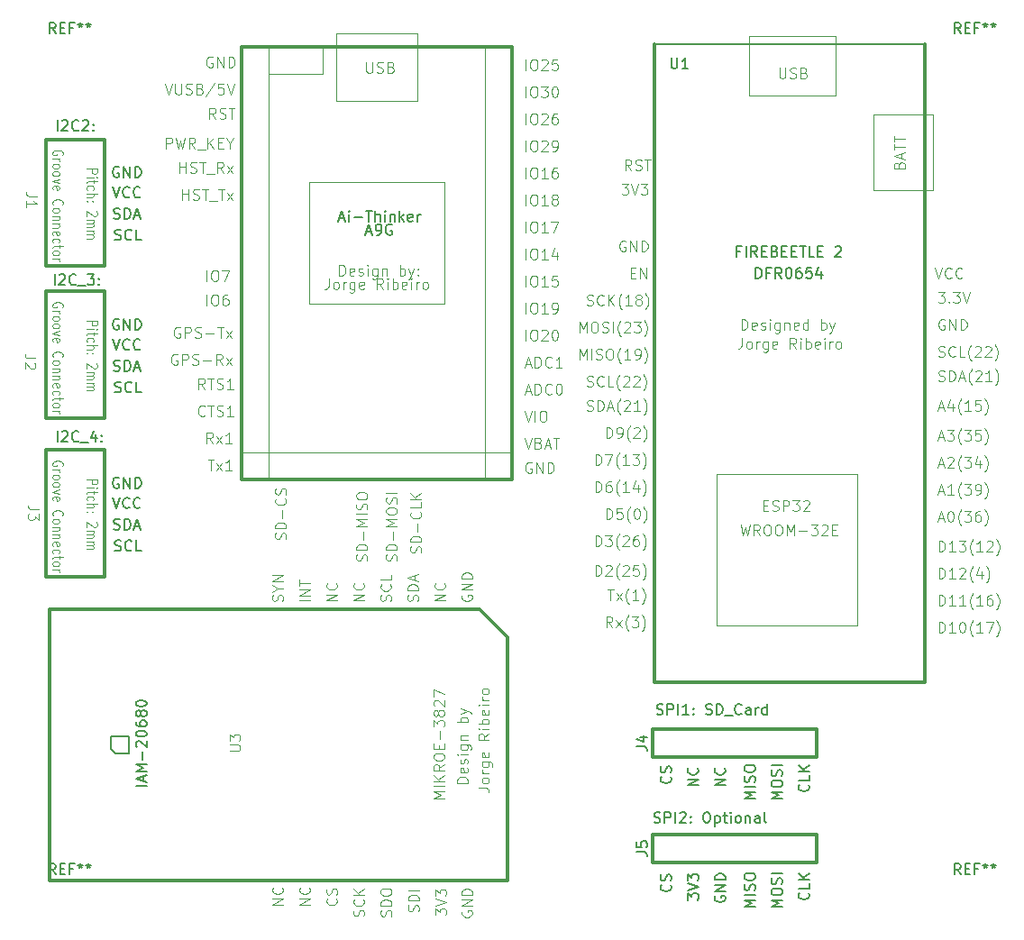
<source format=gbr>
%TF.GenerationSoftware,KiCad,Pcbnew,7.0.10*%
%TF.CreationDate,2024-01-09T19:55:11+00:00*%
%TF.ProjectId,data_logger,64617461-5f6c-46f6-9767-65722e6b6963,rev?*%
%TF.SameCoordinates,Original*%
%TF.FileFunction,Legend,Top*%
%TF.FilePolarity,Positive*%
%FSLAX46Y46*%
G04 Gerber Fmt 4.6, Leading zero omitted, Abs format (unit mm)*
G04 Created by KiCad (PCBNEW 7.0.10) date 2024-01-09 19:55:11*
%MOMM*%
%LPD*%
G01*
G04 APERTURE LIST*
%ADD10C,0.150000*%
%ADD11C,0.100000*%
%ADD12C,0.200000*%
%ADD13C,0.300000*%
%ADD14C,0.127000*%
G04 APERTURE END LIST*
D10*
X115344580Y-128885792D02*
X115392200Y-128933411D01*
X115392200Y-128933411D02*
X115439819Y-129076268D01*
X115439819Y-129076268D02*
X115439819Y-129171506D01*
X115439819Y-129171506D02*
X115392200Y-129314363D01*
X115392200Y-129314363D02*
X115296961Y-129409601D01*
X115296961Y-129409601D02*
X115201723Y-129457220D01*
X115201723Y-129457220D02*
X115011247Y-129504839D01*
X115011247Y-129504839D02*
X114868390Y-129504839D01*
X114868390Y-129504839D02*
X114677914Y-129457220D01*
X114677914Y-129457220D02*
X114582676Y-129409601D01*
X114582676Y-129409601D02*
X114487438Y-129314363D01*
X114487438Y-129314363D02*
X114439819Y-129171506D01*
X114439819Y-129171506D02*
X114439819Y-129076268D01*
X114439819Y-129076268D02*
X114487438Y-128933411D01*
X114487438Y-128933411D02*
X114535057Y-128885792D01*
X115439819Y-127981030D02*
X115439819Y-128457220D01*
X115439819Y-128457220D02*
X114439819Y-128457220D01*
X115439819Y-127647696D02*
X114439819Y-127647696D01*
X115439819Y-127076268D02*
X114868390Y-127504839D01*
X114439819Y-127076268D02*
X115011247Y-127647696D01*
X102390580Y-128123792D02*
X102438200Y-128171411D01*
X102438200Y-128171411D02*
X102485819Y-128314268D01*
X102485819Y-128314268D02*
X102485819Y-128409506D01*
X102485819Y-128409506D02*
X102438200Y-128552363D01*
X102438200Y-128552363D02*
X102342961Y-128647601D01*
X102342961Y-128647601D02*
X102247723Y-128695220D01*
X102247723Y-128695220D02*
X102057247Y-128742839D01*
X102057247Y-128742839D02*
X101914390Y-128742839D01*
X101914390Y-128742839D02*
X101723914Y-128695220D01*
X101723914Y-128695220D02*
X101628676Y-128647601D01*
X101628676Y-128647601D02*
X101533438Y-128552363D01*
X101533438Y-128552363D02*
X101485819Y-128409506D01*
X101485819Y-128409506D02*
X101485819Y-128314268D01*
X101485819Y-128314268D02*
X101533438Y-128171411D01*
X101533438Y-128171411D02*
X101581057Y-128123792D01*
X102438200Y-127742839D02*
X102485819Y-127599982D01*
X102485819Y-127599982D02*
X102485819Y-127361887D01*
X102485819Y-127361887D02*
X102438200Y-127266649D01*
X102438200Y-127266649D02*
X102390580Y-127219030D01*
X102390580Y-127219030D02*
X102295342Y-127171411D01*
X102295342Y-127171411D02*
X102200104Y-127171411D01*
X102200104Y-127171411D02*
X102104866Y-127219030D01*
X102104866Y-127219030D02*
X102057247Y-127266649D01*
X102057247Y-127266649D02*
X102009628Y-127361887D01*
X102009628Y-127361887D02*
X101962009Y-127552363D01*
X101962009Y-127552363D02*
X101914390Y-127647601D01*
X101914390Y-127647601D02*
X101866771Y-127695220D01*
X101866771Y-127695220D02*
X101771533Y-127742839D01*
X101771533Y-127742839D02*
X101676295Y-127742839D01*
X101676295Y-127742839D02*
X101581057Y-127695220D01*
X101581057Y-127695220D02*
X101533438Y-127647601D01*
X101533438Y-127647601D02*
X101485819Y-127552363D01*
X101485819Y-127552363D02*
X101485819Y-127314268D01*
X101485819Y-127314268D02*
X101533438Y-127171411D01*
X100873160Y-122250200D02*
X101016017Y-122297819D01*
X101016017Y-122297819D02*
X101254112Y-122297819D01*
X101254112Y-122297819D02*
X101349350Y-122250200D01*
X101349350Y-122250200D02*
X101396969Y-122202580D01*
X101396969Y-122202580D02*
X101444588Y-122107342D01*
X101444588Y-122107342D02*
X101444588Y-122012104D01*
X101444588Y-122012104D02*
X101396969Y-121916866D01*
X101396969Y-121916866D02*
X101349350Y-121869247D01*
X101349350Y-121869247D02*
X101254112Y-121821628D01*
X101254112Y-121821628D02*
X101063636Y-121774009D01*
X101063636Y-121774009D02*
X100968398Y-121726390D01*
X100968398Y-121726390D02*
X100920779Y-121678771D01*
X100920779Y-121678771D02*
X100873160Y-121583533D01*
X100873160Y-121583533D02*
X100873160Y-121488295D01*
X100873160Y-121488295D02*
X100920779Y-121393057D01*
X100920779Y-121393057D02*
X100968398Y-121345438D01*
X100968398Y-121345438D02*
X101063636Y-121297819D01*
X101063636Y-121297819D02*
X101301731Y-121297819D01*
X101301731Y-121297819D02*
X101444588Y-121345438D01*
X101873160Y-122297819D02*
X101873160Y-121297819D01*
X101873160Y-121297819D02*
X102254112Y-121297819D01*
X102254112Y-121297819D02*
X102349350Y-121345438D01*
X102349350Y-121345438D02*
X102396969Y-121393057D01*
X102396969Y-121393057D02*
X102444588Y-121488295D01*
X102444588Y-121488295D02*
X102444588Y-121631152D01*
X102444588Y-121631152D02*
X102396969Y-121726390D01*
X102396969Y-121726390D02*
X102349350Y-121774009D01*
X102349350Y-121774009D02*
X102254112Y-121821628D01*
X102254112Y-121821628D02*
X101873160Y-121821628D01*
X102873160Y-122297819D02*
X102873160Y-121297819D01*
X103301731Y-121393057D02*
X103349350Y-121345438D01*
X103349350Y-121345438D02*
X103444588Y-121297819D01*
X103444588Y-121297819D02*
X103682683Y-121297819D01*
X103682683Y-121297819D02*
X103777921Y-121345438D01*
X103777921Y-121345438D02*
X103825540Y-121393057D01*
X103825540Y-121393057D02*
X103873159Y-121488295D01*
X103873159Y-121488295D02*
X103873159Y-121583533D01*
X103873159Y-121583533D02*
X103825540Y-121726390D01*
X103825540Y-121726390D02*
X103254112Y-122297819D01*
X103254112Y-122297819D02*
X103873159Y-122297819D01*
X104301731Y-122202580D02*
X104349350Y-122250200D01*
X104349350Y-122250200D02*
X104301731Y-122297819D01*
X104301731Y-122297819D02*
X104254112Y-122250200D01*
X104254112Y-122250200D02*
X104301731Y-122202580D01*
X104301731Y-122202580D02*
X104301731Y-122297819D01*
X104301731Y-121678771D02*
X104349350Y-121726390D01*
X104349350Y-121726390D02*
X104301731Y-121774009D01*
X104301731Y-121774009D02*
X104254112Y-121726390D01*
X104254112Y-121726390D02*
X104301731Y-121678771D01*
X104301731Y-121678771D02*
X104301731Y-121774009D01*
X105730302Y-121297819D02*
X105920778Y-121297819D01*
X105920778Y-121297819D02*
X106016016Y-121345438D01*
X106016016Y-121345438D02*
X106111254Y-121440676D01*
X106111254Y-121440676D02*
X106158873Y-121631152D01*
X106158873Y-121631152D02*
X106158873Y-121964485D01*
X106158873Y-121964485D02*
X106111254Y-122154961D01*
X106111254Y-122154961D02*
X106016016Y-122250200D01*
X106016016Y-122250200D02*
X105920778Y-122297819D01*
X105920778Y-122297819D02*
X105730302Y-122297819D01*
X105730302Y-122297819D02*
X105635064Y-122250200D01*
X105635064Y-122250200D02*
X105539826Y-122154961D01*
X105539826Y-122154961D02*
X105492207Y-121964485D01*
X105492207Y-121964485D02*
X105492207Y-121631152D01*
X105492207Y-121631152D02*
X105539826Y-121440676D01*
X105539826Y-121440676D02*
X105635064Y-121345438D01*
X105635064Y-121345438D02*
X105730302Y-121297819D01*
X106587445Y-121631152D02*
X106587445Y-122631152D01*
X106587445Y-121678771D02*
X106682683Y-121631152D01*
X106682683Y-121631152D02*
X106873159Y-121631152D01*
X106873159Y-121631152D02*
X106968397Y-121678771D01*
X106968397Y-121678771D02*
X107016016Y-121726390D01*
X107016016Y-121726390D02*
X107063635Y-121821628D01*
X107063635Y-121821628D02*
X107063635Y-122107342D01*
X107063635Y-122107342D02*
X107016016Y-122202580D01*
X107016016Y-122202580D02*
X106968397Y-122250200D01*
X106968397Y-122250200D02*
X106873159Y-122297819D01*
X106873159Y-122297819D02*
X106682683Y-122297819D01*
X106682683Y-122297819D02*
X106587445Y-122250200D01*
X107349350Y-121631152D02*
X107730302Y-121631152D01*
X107492207Y-121297819D02*
X107492207Y-122154961D01*
X107492207Y-122154961D02*
X107539826Y-122250200D01*
X107539826Y-122250200D02*
X107635064Y-122297819D01*
X107635064Y-122297819D02*
X107730302Y-122297819D01*
X108063636Y-122297819D02*
X108063636Y-121631152D01*
X108063636Y-121297819D02*
X108016017Y-121345438D01*
X108016017Y-121345438D02*
X108063636Y-121393057D01*
X108063636Y-121393057D02*
X108111255Y-121345438D01*
X108111255Y-121345438D02*
X108063636Y-121297819D01*
X108063636Y-121297819D02*
X108063636Y-121393057D01*
X108682683Y-122297819D02*
X108587445Y-122250200D01*
X108587445Y-122250200D02*
X108539826Y-122202580D01*
X108539826Y-122202580D02*
X108492207Y-122107342D01*
X108492207Y-122107342D02*
X108492207Y-121821628D01*
X108492207Y-121821628D02*
X108539826Y-121726390D01*
X108539826Y-121726390D02*
X108587445Y-121678771D01*
X108587445Y-121678771D02*
X108682683Y-121631152D01*
X108682683Y-121631152D02*
X108825540Y-121631152D01*
X108825540Y-121631152D02*
X108920778Y-121678771D01*
X108920778Y-121678771D02*
X108968397Y-121726390D01*
X108968397Y-121726390D02*
X109016016Y-121821628D01*
X109016016Y-121821628D02*
X109016016Y-122107342D01*
X109016016Y-122107342D02*
X108968397Y-122202580D01*
X108968397Y-122202580D02*
X108920778Y-122250200D01*
X108920778Y-122250200D02*
X108825540Y-122297819D01*
X108825540Y-122297819D02*
X108682683Y-122297819D01*
X109444588Y-121631152D02*
X109444588Y-122297819D01*
X109444588Y-121726390D02*
X109492207Y-121678771D01*
X109492207Y-121678771D02*
X109587445Y-121631152D01*
X109587445Y-121631152D02*
X109730302Y-121631152D01*
X109730302Y-121631152D02*
X109825540Y-121678771D01*
X109825540Y-121678771D02*
X109873159Y-121774009D01*
X109873159Y-121774009D02*
X109873159Y-122297819D01*
X110777921Y-122297819D02*
X110777921Y-121774009D01*
X110777921Y-121774009D02*
X110730302Y-121678771D01*
X110730302Y-121678771D02*
X110635064Y-121631152D01*
X110635064Y-121631152D02*
X110444588Y-121631152D01*
X110444588Y-121631152D02*
X110349350Y-121678771D01*
X110777921Y-122250200D02*
X110682683Y-122297819D01*
X110682683Y-122297819D02*
X110444588Y-122297819D01*
X110444588Y-122297819D02*
X110349350Y-122250200D01*
X110349350Y-122250200D02*
X110301731Y-122154961D01*
X110301731Y-122154961D02*
X110301731Y-122059723D01*
X110301731Y-122059723D02*
X110349350Y-121964485D01*
X110349350Y-121964485D02*
X110444588Y-121916866D01*
X110444588Y-121916866D02*
X110682683Y-121916866D01*
X110682683Y-121916866D02*
X110777921Y-121869247D01*
X111396969Y-122297819D02*
X111301731Y-122250200D01*
X111301731Y-122250200D02*
X111254112Y-122154961D01*
X111254112Y-122154961D02*
X111254112Y-121297819D01*
X110359819Y-130219220D02*
X109359819Y-130219220D01*
X109359819Y-130219220D02*
X110074104Y-129885887D01*
X110074104Y-129885887D02*
X109359819Y-129552554D01*
X109359819Y-129552554D02*
X110359819Y-129552554D01*
X110359819Y-129076363D02*
X109359819Y-129076363D01*
X110312200Y-128647792D02*
X110359819Y-128504935D01*
X110359819Y-128504935D02*
X110359819Y-128266840D01*
X110359819Y-128266840D02*
X110312200Y-128171602D01*
X110312200Y-128171602D02*
X110264580Y-128123983D01*
X110264580Y-128123983D02*
X110169342Y-128076364D01*
X110169342Y-128076364D02*
X110074104Y-128076364D01*
X110074104Y-128076364D02*
X109978866Y-128123983D01*
X109978866Y-128123983D02*
X109931247Y-128171602D01*
X109931247Y-128171602D02*
X109883628Y-128266840D01*
X109883628Y-128266840D02*
X109836009Y-128457316D01*
X109836009Y-128457316D02*
X109788390Y-128552554D01*
X109788390Y-128552554D02*
X109740771Y-128600173D01*
X109740771Y-128600173D02*
X109645533Y-128647792D01*
X109645533Y-128647792D02*
X109550295Y-128647792D01*
X109550295Y-128647792D02*
X109455057Y-128600173D01*
X109455057Y-128600173D02*
X109407438Y-128552554D01*
X109407438Y-128552554D02*
X109359819Y-128457316D01*
X109359819Y-128457316D02*
X109359819Y-128219221D01*
X109359819Y-128219221D02*
X109407438Y-128076364D01*
X109359819Y-127457316D02*
X109359819Y-127266840D01*
X109359819Y-127266840D02*
X109407438Y-127171602D01*
X109407438Y-127171602D02*
X109502676Y-127076364D01*
X109502676Y-127076364D02*
X109693152Y-127028745D01*
X109693152Y-127028745D02*
X110026485Y-127028745D01*
X110026485Y-127028745D02*
X110216961Y-127076364D01*
X110216961Y-127076364D02*
X110312200Y-127171602D01*
X110312200Y-127171602D02*
X110359819Y-127266840D01*
X110359819Y-127266840D02*
X110359819Y-127457316D01*
X110359819Y-127457316D02*
X110312200Y-127552554D01*
X110312200Y-127552554D02*
X110216961Y-127647792D01*
X110216961Y-127647792D02*
X110026485Y-127695411D01*
X110026485Y-127695411D02*
X109693152Y-127695411D01*
X109693152Y-127695411D02*
X109502676Y-127647792D01*
X109502676Y-127647792D02*
X109407438Y-127552554D01*
X109407438Y-127552554D02*
X109359819Y-127457316D01*
X44825279Y-57300819D02*
X44825279Y-56300819D01*
X45253850Y-56396057D02*
X45301469Y-56348438D01*
X45301469Y-56348438D02*
X45396707Y-56300819D01*
X45396707Y-56300819D02*
X45634802Y-56300819D01*
X45634802Y-56300819D02*
X45730040Y-56348438D01*
X45730040Y-56348438D02*
X45777659Y-56396057D01*
X45777659Y-56396057D02*
X45825278Y-56491295D01*
X45825278Y-56491295D02*
X45825278Y-56586533D01*
X45825278Y-56586533D02*
X45777659Y-56729390D01*
X45777659Y-56729390D02*
X45206231Y-57300819D01*
X45206231Y-57300819D02*
X45825278Y-57300819D01*
X46825278Y-57205580D02*
X46777659Y-57253200D01*
X46777659Y-57253200D02*
X46634802Y-57300819D01*
X46634802Y-57300819D02*
X46539564Y-57300819D01*
X46539564Y-57300819D02*
X46396707Y-57253200D01*
X46396707Y-57253200D02*
X46301469Y-57157961D01*
X46301469Y-57157961D02*
X46253850Y-57062723D01*
X46253850Y-57062723D02*
X46206231Y-56872247D01*
X46206231Y-56872247D02*
X46206231Y-56729390D01*
X46206231Y-56729390D02*
X46253850Y-56538914D01*
X46253850Y-56538914D02*
X46301469Y-56443676D01*
X46301469Y-56443676D02*
X46396707Y-56348438D01*
X46396707Y-56348438D02*
X46539564Y-56300819D01*
X46539564Y-56300819D02*
X46634802Y-56300819D01*
X46634802Y-56300819D02*
X46777659Y-56348438D01*
X46777659Y-56348438D02*
X46825278Y-56396057D01*
X47206231Y-56396057D02*
X47253850Y-56348438D01*
X47253850Y-56348438D02*
X47349088Y-56300819D01*
X47349088Y-56300819D02*
X47587183Y-56300819D01*
X47587183Y-56300819D02*
X47682421Y-56348438D01*
X47682421Y-56348438D02*
X47730040Y-56396057D01*
X47730040Y-56396057D02*
X47777659Y-56491295D01*
X47777659Y-56491295D02*
X47777659Y-56586533D01*
X47777659Y-56586533D02*
X47730040Y-56729390D01*
X47730040Y-56729390D02*
X47158612Y-57300819D01*
X47158612Y-57300819D02*
X47777659Y-57300819D01*
X48206231Y-57205580D02*
X48253850Y-57253200D01*
X48253850Y-57253200D02*
X48206231Y-57300819D01*
X48206231Y-57300819D02*
X48158612Y-57253200D01*
X48158612Y-57253200D02*
X48206231Y-57205580D01*
X48206231Y-57205580D02*
X48206231Y-57300819D01*
X48206231Y-56681771D02*
X48253850Y-56729390D01*
X48253850Y-56729390D02*
X48206231Y-56777009D01*
X48206231Y-56777009D02*
X48158612Y-56729390D01*
X48158612Y-56729390D02*
X48206231Y-56681771D01*
X48206231Y-56681771D02*
X48206231Y-56777009D01*
X112899819Y-130219220D02*
X111899819Y-130219220D01*
X111899819Y-130219220D02*
X112614104Y-129885887D01*
X112614104Y-129885887D02*
X111899819Y-129552554D01*
X111899819Y-129552554D02*
X112899819Y-129552554D01*
X111899819Y-128885887D02*
X111899819Y-128695411D01*
X111899819Y-128695411D02*
X111947438Y-128600173D01*
X111947438Y-128600173D02*
X112042676Y-128504935D01*
X112042676Y-128504935D02*
X112233152Y-128457316D01*
X112233152Y-128457316D02*
X112566485Y-128457316D01*
X112566485Y-128457316D02*
X112756961Y-128504935D01*
X112756961Y-128504935D02*
X112852200Y-128600173D01*
X112852200Y-128600173D02*
X112899819Y-128695411D01*
X112899819Y-128695411D02*
X112899819Y-128885887D01*
X112899819Y-128885887D02*
X112852200Y-128981125D01*
X112852200Y-128981125D02*
X112756961Y-129076363D01*
X112756961Y-129076363D02*
X112566485Y-129123982D01*
X112566485Y-129123982D02*
X112233152Y-129123982D01*
X112233152Y-129123982D02*
X112042676Y-129076363D01*
X112042676Y-129076363D02*
X111947438Y-128981125D01*
X111947438Y-128981125D02*
X111899819Y-128885887D01*
X112852200Y-128076363D02*
X112899819Y-127933506D01*
X112899819Y-127933506D02*
X112899819Y-127695411D01*
X112899819Y-127695411D02*
X112852200Y-127600173D01*
X112852200Y-127600173D02*
X112804580Y-127552554D01*
X112804580Y-127552554D02*
X112709342Y-127504935D01*
X112709342Y-127504935D02*
X112614104Y-127504935D01*
X112614104Y-127504935D02*
X112518866Y-127552554D01*
X112518866Y-127552554D02*
X112471247Y-127600173D01*
X112471247Y-127600173D02*
X112423628Y-127695411D01*
X112423628Y-127695411D02*
X112376009Y-127885887D01*
X112376009Y-127885887D02*
X112328390Y-127981125D01*
X112328390Y-127981125D02*
X112280771Y-128028744D01*
X112280771Y-128028744D02*
X112185533Y-128076363D01*
X112185533Y-128076363D02*
X112090295Y-128076363D01*
X112090295Y-128076363D02*
X111995057Y-128028744D01*
X111995057Y-128028744D02*
X111947438Y-127981125D01*
X111947438Y-127981125D02*
X111899819Y-127885887D01*
X111899819Y-127885887D02*
X111899819Y-127647792D01*
X111899819Y-127647792D02*
X111947438Y-127504935D01*
X112899819Y-127076363D02*
X111899819Y-127076363D01*
X102390580Y-117963792D02*
X102438200Y-118011411D01*
X102438200Y-118011411D02*
X102485819Y-118154268D01*
X102485819Y-118154268D02*
X102485819Y-118249506D01*
X102485819Y-118249506D02*
X102438200Y-118392363D01*
X102438200Y-118392363D02*
X102342961Y-118487601D01*
X102342961Y-118487601D02*
X102247723Y-118535220D01*
X102247723Y-118535220D02*
X102057247Y-118582839D01*
X102057247Y-118582839D02*
X101914390Y-118582839D01*
X101914390Y-118582839D02*
X101723914Y-118535220D01*
X101723914Y-118535220D02*
X101628676Y-118487601D01*
X101628676Y-118487601D02*
X101533438Y-118392363D01*
X101533438Y-118392363D02*
X101485819Y-118249506D01*
X101485819Y-118249506D02*
X101485819Y-118154268D01*
X101485819Y-118154268D02*
X101533438Y-118011411D01*
X101533438Y-118011411D02*
X101581057Y-117963792D01*
X102438200Y-117582839D02*
X102485819Y-117439982D01*
X102485819Y-117439982D02*
X102485819Y-117201887D01*
X102485819Y-117201887D02*
X102438200Y-117106649D01*
X102438200Y-117106649D02*
X102390580Y-117059030D01*
X102390580Y-117059030D02*
X102295342Y-117011411D01*
X102295342Y-117011411D02*
X102200104Y-117011411D01*
X102200104Y-117011411D02*
X102104866Y-117059030D01*
X102104866Y-117059030D02*
X102057247Y-117106649D01*
X102057247Y-117106649D02*
X102009628Y-117201887D01*
X102009628Y-117201887D02*
X101962009Y-117392363D01*
X101962009Y-117392363D02*
X101914390Y-117487601D01*
X101914390Y-117487601D02*
X101866771Y-117535220D01*
X101866771Y-117535220D02*
X101771533Y-117582839D01*
X101771533Y-117582839D02*
X101676295Y-117582839D01*
X101676295Y-117582839D02*
X101581057Y-117535220D01*
X101581057Y-117535220D02*
X101533438Y-117487601D01*
X101533438Y-117487601D02*
X101485819Y-117392363D01*
X101485819Y-117392363D02*
X101485819Y-117154268D01*
X101485819Y-117154268D02*
X101533438Y-117011411D01*
X104025819Y-129552458D02*
X104025819Y-128933411D01*
X104025819Y-128933411D02*
X104406771Y-129266744D01*
X104406771Y-129266744D02*
X104406771Y-129123887D01*
X104406771Y-129123887D02*
X104454390Y-129028649D01*
X104454390Y-129028649D02*
X104502009Y-128981030D01*
X104502009Y-128981030D02*
X104597247Y-128933411D01*
X104597247Y-128933411D02*
X104835342Y-128933411D01*
X104835342Y-128933411D02*
X104930580Y-128981030D01*
X104930580Y-128981030D02*
X104978200Y-129028649D01*
X104978200Y-129028649D02*
X105025819Y-129123887D01*
X105025819Y-129123887D02*
X105025819Y-129409601D01*
X105025819Y-129409601D02*
X104978200Y-129504839D01*
X104978200Y-129504839D02*
X104930580Y-129552458D01*
X104025819Y-128647696D02*
X105025819Y-128314363D01*
X105025819Y-128314363D02*
X104025819Y-127981030D01*
X104025819Y-127742934D02*
X104025819Y-127123887D01*
X104025819Y-127123887D02*
X104406771Y-127457220D01*
X104406771Y-127457220D02*
X104406771Y-127314363D01*
X104406771Y-127314363D02*
X104454390Y-127219125D01*
X104454390Y-127219125D02*
X104502009Y-127171506D01*
X104502009Y-127171506D02*
X104597247Y-127123887D01*
X104597247Y-127123887D02*
X104835342Y-127123887D01*
X104835342Y-127123887D02*
X104930580Y-127171506D01*
X104930580Y-127171506D02*
X104978200Y-127219125D01*
X104978200Y-127219125D02*
X105025819Y-127314363D01*
X105025819Y-127314363D02*
X105025819Y-127600077D01*
X105025819Y-127600077D02*
X104978200Y-127695315D01*
X104978200Y-127695315D02*
X104930580Y-127742934D01*
X110359819Y-120059220D02*
X109359819Y-120059220D01*
X109359819Y-120059220D02*
X110074104Y-119725887D01*
X110074104Y-119725887D02*
X109359819Y-119392554D01*
X109359819Y-119392554D02*
X110359819Y-119392554D01*
X110359819Y-118916363D02*
X109359819Y-118916363D01*
X110312200Y-118487792D02*
X110359819Y-118344935D01*
X110359819Y-118344935D02*
X110359819Y-118106840D01*
X110359819Y-118106840D02*
X110312200Y-118011602D01*
X110312200Y-118011602D02*
X110264580Y-117963983D01*
X110264580Y-117963983D02*
X110169342Y-117916364D01*
X110169342Y-117916364D02*
X110074104Y-117916364D01*
X110074104Y-117916364D02*
X109978866Y-117963983D01*
X109978866Y-117963983D02*
X109931247Y-118011602D01*
X109931247Y-118011602D02*
X109883628Y-118106840D01*
X109883628Y-118106840D02*
X109836009Y-118297316D01*
X109836009Y-118297316D02*
X109788390Y-118392554D01*
X109788390Y-118392554D02*
X109740771Y-118440173D01*
X109740771Y-118440173D02*
X109645533Y-118487792D01*
X109645533Y-118487792D02*
X109550295Y-118487792D01*
X109550295Y-118487792D02*
X109455057Y-118440173D01*
X109455057Y-118440173D02*
X109407438Y-118392554D01*
X109407438Y-118392554D02*
X109359819Y-118297316D01*
X109359819Y-118297316D02*
X109359819Y-118059221D01*
X109359819Y-118059221D02*
X109407438Y-117916364D01*
X109359819Y-117297316D02*
X109359819Y-117106840D01*
X109359819Y-117106840D02*
X109407438Y-117011602D01*
X109407438Y-117011602D02*
X109502676Y-116916364D01*
X109502676Y-116916364D02*
X109693152Y-116868745D01*
X109693152Y-116868745D02*
X110026485Y-116868745D01*
X110026485Y-116868745D02*
X110216961Y-116916364D01*
X110216961Y-116916364D02*
X110312200Y-117011602D01*
X110312200Y-117011602D02*
X110359819Y-117106840D01*
X110359819Y-117106840D02*
X110359819Y-117297316D01*
X110359819Y-117297316D02*
X110312200Y-117392554D01*
X110312200Y-117392554D02*
X110216961Y-117487792D01*
X110216961Y-117487792D02*
X110026485Y-117535411D01*
X110026485Y-117535411D02*
X109693152Y-117535411D01*
X109693152Y-117535411D02*
X109502676Y-117487792D01*
X109502676Y-117487792D02*
X109407438Y-117392554D01*
X109407438Y-117392554D02*
X109359819Y-117297316D01*
X105025819Y-118789220D02*
X104025819Y-118789220D01*
X104025819Y-118789220D02*
X105025819Y-118217792D01*
X105025819Y-118217792D02*
X104025819Y-118217792D01*
X104930580Y-117170173D02*
X104978200Y-117217792D01*
X104978200Y-117217792D02*
X105025819Y-117360649D01*
X105025819Y-117360649D02*
X105025819Y-117455887D01*
X105025819Y-117455887D02*
X104978200Y-117598744D01*
X104978200Y-117598744D02*
X104882961Y-117693982D01*
X104882961Y-117693982D02*
X104787723Y-117741601D01*
X104787723Y-117741601D02*
X104597247Y-117789220D01*
X104597247Y-117789220D02*
X104454390Y-117789220D01*
X104454390Y-117789220D02*
X104263914Y-117741601D01*
X104263914Y-117741601D02*
X104168676Y-117693982D01*
X104168676Y-117693982D02*
X104073438Y-117598744D01*
X104073438Y-117598744D02*
X104025819Y-117455887D01*
X104025819Y-117455887D02*
X104025819Y-117360649D01*
X104025819Y-117360649D02*
X104073438Y-117217792D01*
X104073438Y-117217792D02*
X104121057Y-117170173D01*
X44571279Y-71778819D02*
X44571279Y-70778819D01*
X44999850Y-70874057D02*
X45047469Y-70826438D01*
X45047469Y-70826438D02*
X45142707Y-70778819D01*
X45142707Y-70778819D02*
X45380802Y-70778819D01*
X45380802Y-70778819D02*
X45476040Y-70826438D01*
X45476040Y-70826438D02*
X45523659Y-70874057D01*
X45523659Y-70874057D02*
X45571278Y-70969295D01*
X45571278Y-70969295D02*
X45571278Y-71064533D01*
X45571278Y-71064533D02*
X45523659Y-71207390D01*
X45523659Y-71207390D02*
X44952231Y-71778819D01*
X44952231Y-71778819D02*
X45571278Y-71778819D01*
X46571278Y-71683580D02*
X46523659Y-71731200D01*
X46523659Y-71731200D02*
X46380802Y-71778819D01*
X46380802Y-71778819D02*
X46285564Y-71778819D01*
X46285564Y-71778819D02*
X46142707Y-71731200D01*
X46142707Y-71731200D02*
X46047469Y-71635961D01*
X46047469Y-71635961D02*
X45999850Y-71540723D01*
X45999850Y-71540723D02*
X45952231Y-71350247D01*
X45952231Y-71350247D02*
X45952231Y-71207390D01*
X45952231Y-71207390D02*
X45999850Y-71016914D01*
X45999850Y-71016914D02*
X46047469Y-70921676D01*
X46047469Y-70921676D02*
X46142707Y-70826438D01*
X46142707Y-70826438D02*
X46285564Y-70778819D01*
X46285564Y-70778819D02*
X46380802Y-70778819D01*
X46380802Y-70778819D02*
X46523659Y-70826438D01*
X46523659Y-70826438D02*
X46571278Y-70874057D01*
X46761755Y-71874057D02*
X47523659Y-71874057D01*
X47666517Y-70778819D02*
X48285564Y-70778819D01*
X48285564Y-70778819D02*
X47952231Y-71159771D01*
X47952231Y-71159771D02*
X48095088Y-71159771D01*
X48095088Y-71159771D02*
X48190326Y-71207390D01*
X48190326Y-71207390D02*
X48237945Y-71255009D01*
X48237945Y-71255009D02*
X48285564Y-71350247D01*
X48285564Y-71350247D02*
X48285564Y-71588342D01*
X48285564Y-71588342D02*
X48237945Y-71683580D01*
X48237945Y-71683580D02*
X48190326Y-71731200D01*
X48190326Y-71731200D02*
X48095088Y-71778819D01*
X48095088Y-71778819D02*
X47809374Y-71778819D01*
X47809374Y-71778819D02*
X47714136Y-71731200D01*
X47714136Y-71731200D02*
X47666517Y-71683580D01*
X48714136Y-71683580D02*
X48761755Y-71731200D01*
X48761755Y-71731200D02*
X48714136Y-71778819D01*
X48714136Y-71778819D02*
X48666517Y-71731200D01*
X48666517Y-71731200D02*
X48714136Y-71683580D01*
X48714136Y-71683580D02*
X48714136Y-71778819D01*
X48714136Y-71159771D02*
X48761755Y-71207390D01*
X48761755Y-71207390D02*
X48714136Y-71255009D01*
X48714136Y-71255009D02*
X48666517Y-71207390D01*
X48666517Y-71207390D02*
X48714136Y-71159771D01*
X48714136Y-71159771D02*
X48714136Y-71255009D01*
X107565819Y-118789220D02*
X106565819Y-118789220D01*
X106565819Y-118789220D02*
X107565819Y-118217792D01*
X107565819Y-118217792D02*
X106565819Y-118217792D01*
X107470580Y-117170173D02*
X107518200Y-117217792D01*
X107518200Y-117217792D02*
X107565819Y-117360649D01*
X107565819Y-117360649D02*
X107565819Y-117455887D01*
X107565819Y-117455887D02*
X107518200Y-117598744D01*
X107518200Y-117598744D02*
X107422961Y-117693982D01*
X107422961Y-117693982D02*
X107327723Y-117741601D01*
X107327723Y-117741601D02*
X107137247Y-117789220D01*
X107137247Y-117789220D02*
X106994390Y-117789220D01*
X106994390Y-117789220D02*
X106803914Y-117741601D01*
X106803914Y-117741601D02*
X106708676Y-117693982D01*
X106708676Y-117693982D02*
X106613438Y-117598744D01*
X106613438Y-117598744D02*
X106565819Y-117455887D01*
X106565819Y-117455887D02*
X106565819Y-117360649D01*
X106565819Y-117360649D02*
X106613438Y-117217792D01*
X106613438Y-117217792D02*
X106661057Y-117170173D01*
X112899819Y-120059220D02*
X111899819Y-120059220D01*
X111899819Y-120059220D02*
X112614104Y-119725887D01*
X112614104Y-119725887D02*
X111899819Y-119392554D01*
X111899819Y-119392554D02*
X112899819Y-119392554D01*
X111899819Y-118725887D02*
X111899819Y-118535411D01*
X111899819Y-118535411D02*
X111947438Y-118440173D01*
X111947438Y-118440173D02*
X112042676Y-118344935D01*
X112042676Y-118344935D02*
X112233152Y-118297316D01*
X112233152Y-118297316D02*
X112566485Y-118297316D01*
X112566485Y-118297316D02*
X112756961Y-118344935D01*
X112756961Y-118344935D02*
X112852200Y-118440173D01*
X112852200Y-118440173D02*
X112899819Y-118535411D01*
X112899819Y-118535411D02*
X112899819Y-118725887D01*
X112899819Y-118725887D02*
X112852200Y-118821125D01*
X112852200Y-118821125D02*
X112756961Y-118916363D01*
X112756961Y-118916363D02*
X112566485Y-118963982D01*
X112566485Y-118963982D02*
X112233152Y-118963982D01*
X112233152Y-118963982D02*
X112042676Y-118916363D01*
X112042676Y-118916363D02*
X111947438Y-118821125D01*
X111947438Y-118821125D02*
X111899819Y-118725887D01*
X112852200Y-117916363D02*
X112899819Y-117773506D01*
X112899819Y-117773506D02*
X112899819Y-117535411D01*
X112899819Y-117535411D02*
X112852200Y-117440173D01*
X112852200Y-117440173D02*
X112804580Y-117392554D01*
X112804580Y-117392554D02*
X112709342Y-117344935D01*
X112709342Y-117344935D02*
X112614104Y-117344935D01*
X112614104Y-117344935D02*
X112518866Y-117392554D01*
X112518866Y-117392554D02*
X112471247Y-117440173D01*
X112471247Y-117440173D02*
X112423628Y-117535411D01*
X112423628Y-117535411D02*
X112376009Y-117725887D01*
X112376009Y-117725887D02*
X112328390Y-117821125D01*
X112328390Y-117821125D02*
X112280771Y-117868744D01*
X112280771Y-117868744D02*
X112185533Y-117916363D01*
X112185533Y-117916363D02*
X112090295Y-117916363D01*
X112090295Y-117916363D02*
X111995057Y-117868744D01*
X111995057Y-117868744D02*
X111947438Y-117821125D01*
X111947438Y-117821125D02*
X111899819Y-117725887D01*
X111899819Y-117725887D02*
X111899819Y-117487792D01*
X111899819Y-117487792D02*
X111947438Y-117344935D01*
X112899819Y-116916363D02*
X111899819Y-116916363D01*
X101127160Y-112090200D02*
X101270017Y-112137819D01*
X101270017Y-112137819D02*
X101508112Y-112137819D01*
X101508112Y-112137819D02*
X101603350Y-112090200D01*
X101603350Y-112090200D02*
X101650969Y-112042580D01*
X101650969Y-112042580D02*
X101698588Y-111947342D01*
X101698588Y-111947342D02*
X101698588Y-111852104D01*
X101698588Y-111852104D02*
X101650969Y-111756866D01*
X101650969Y-111756866D02*
X101603350Y-111709247D01*
X101603350Y-111709247D02*
X101508112Y-111661628D01*
X101508112Y-111661628D02*
X101317636Y-111614009D01*
X101317636Y-111614009D02*
X101222398Y-111566390D01*
X101222398Y-111566390D02*
X101174779Y-111518771D01*
X101174779Y-111518771D02*
X101127160Y-111423533D01*
X101127160Y-111423533D02*
X101127160Y-111328295D01*
X101127160Y-111328295D02*
X101174779Y-111233057D01*
X101174779Y-111233057D02*
X101222398Y-111185438D01*
X101222398Y-111185438D02*
X101317636Y-111137819D01*
X101317636Y-111137819D02*
X101555731Y-111137819D01*
X101555731Y-111137819D02*
X101698588Y-111185438D01*
X102127160Y-112137819D02*
X102127160Y-111137819D01*
X102127160Y-111137819D02*
X102508112Y-111137819D01*
X102508112Y-111137819D02*
X102603350Y-111185438D01*
X102603350Y-111185438D02*
X102650969Y-111233057D01*
X102650969Y-111233057D02*
X102698588Y-111328295D01*
X102698588Y-111328295D02*
X102698588Y-111471152D01*
X102698588Y-111471152D02*
X102650969Y-111566390D01*
X102650969Y-111566390D02*
X102603350Y-111614009D01*
X102603350Y-111614009D02*
X102508112Y-111661628D01*
X102508112Y-111661628D02*
X102127160Y-111661628D01*
X103127160Y-112137819D02*
X103127160Y-111137819D01*
X104127159Y-112137819D02*
X103555731Y-112137819D01*
X103841445Y-112137819D02*
X103841445Y-111137819D01*
X103841445Y-111137819D02*
X103746207Y-111280676D01*
X103746207Y-111280676D02*
X103650969Y-111375914D01*
X103650969Y-111375914D02*
X103555731Y-111423533D01*
X104555731Y-112042580D02*
X104603350Y-112090200D01*
X104603350Y-112090200D02*
X104555731Y-112137819D01*
X104555731Y-112137819D02*
X104508112Y-112090200D01*
X104508112Y-112090200D02*
X104555731Y-112042580D01*
X104555731Y-112042580D02*
X104555731Y-112137819D01*
X104555731Y-111518771D02*
X104603350Y-111566390D01*
X104603350Y-111566390D02*
X104555731Y-111614009D01*
X104555731Y-111614009D02*
X104508112Y-111566390D01*
X104508112Y-111566390D02*
X104555731Y-111518771D01*
X104555731Y-111518771D02*
X104555731Y-111614009D01*
X105746207Y-112090200D02*
X105889064Y-112137819D01*
X105889064Y-112137819D02*
X106127159Y-112137819D01*
X106127159Y-112137819D02*
X106222397Y-112090200D01*
X106222397Y-112090200D02*
X106270016Y-112042580D01*
X106270016Y-112042580D02*
X106317635Y-111947342D01*
X106317635Y-111947342D02*
X106317635Y-111852104D01*
X106317635Y-111852104D02*
X106270016Y-111756866D01*
X106270016Y-111756866D02*
X106222397Y-111709247D01*
X106222397Y-111709247D02*
X106127159Y-111661628D01*
X106127159Y-111661628D02*
X105936683Y-111614009D01*
X105936683Y-111614009D02*
X105841445Y-111566390D01*
X105841445Y-111566390D02*
X105793826Y-111518771D01*
X105793826Y-111518771D02*
X105746207Y-111423533D01*
X105746207Y-111423533D02*
X105746207Y-111328295D01*
X105746207Y-111328295D02*
X105793826Y-111233057D01*
X105793826Y-111233057D02*
X105841445Y-111185438D01*
X105841445Y-111185438D02*
X105936683Y-111137819D01*
X105936683Y-111137819D02*
X106174778Y-111137819D01*
X106174778Y-111137819D02*
X106317635Y-111185438D01*
X106746207Y-112137819D02*
X106746207Y-111137819D01*
X106746207Y-111137819D02*
X106984302Y-111137819D01*
X106984302Y-111137819D02*
X107127159Y-111185438D01*
X107127159Y-111185438D02*
X107222397Y-111280676D01*
X107222397Y-111280676D02*
X107270016Y-111375914D01*
X107270016Y-111375914D02*
X107317635Y-111566390D01*
X107317635Y-111566390D02*
X107317635Y-111709247D01*
X107317635Y-111709247D02*
X107270016Y-111899723D01*
X107270016Y-111899723D02*
X107222397Y-111994961D01*
X107222397Y-111994961D02*
X107127159Y-112090200D01*
X107127159Y-112090200D02*
X106984302Y-112137819D01*
X106984302Y-112137819D02*
X106746207Y-112137819D01*
X107508112Y-112233057D02*
X108270016Y-112233057D01*
X109079540Y-112042580D02*
X109031921Y-112090200D01*
X109031921Y-112090200D02*
X108889064Y-112137819D01*
X108889064Y-112137819D02*
X108793826Y-112137819D01*
X108793826Y-112137819D02*
X108650969Y-112090200D01*
X108650969Y-112090200D02*
X108555731Y-111994961D01*
X108555731Y-111994961D02*
X108508112Y-111899723D01*
X108508112Y-111899723D02*
X108460493Y-111709247D01*
X108460493Y-111709247D02*
X108460493Y-111566390D01*
X108460493Y-111566390D02*
X108508112Y-111375914D01*
X108508112Y-111375914D02*
X108555731Y-111280676D01*
X108555731Y-111280676D02*
X108650969Y-111185438D01*
X108650969Y-111185438D02*
X108793826Y-111137819D01*
X108793826Y-111137819D02*
X108889064Y-111137819D01*
X108889064Y-111137819D02*
X109031921Y-111185438D01*
X109031921Y-111185438D02*
X109079540Y-111233057D01*
X109936683Y-112137819D02*
X109936683Y-111614009D01*
X109936683Y-111614009D02*
X109889064Y-111518771D01*
X109889064Y-111518771D02*
X109793826Y-111471152D01*
X109793826Y-111471152D02*
X109603350Y-111471152D01*
X109603350Y-111471152D02*
X109508112Y-111518771D01*
X109936683Y-112090200D02*
X109841445Y-112137819D01*
X109841445Y-112137819D02*
X109603350Y-112137819D01*
X109603350Y-112137819D02*
X109508112Y-112090200D01*
X109508112Y-112090200D02*
X109460493Y-111994961D01*
X109460493Y-111994961D02*
X109460493Y-111899723D01*
X109460493Y-111899723D02*
X109508112Y-111804485D01*
X109508112Y-111804485D02*
X109603350Y-111756866D01*
X109603350Y-111756866D02*
X109841445Y-111756866D01*
X109841445Y-111756866D02*
X109936683Y-111709247D01*
X110412874Y-112137819D02*
X110412874Y-111471152D01*
X110412874Y-111661628D02*
X110460493Y-111566390D01*
X110460493Y-111566390D02*
X110508112Y-111518771D01*
X110508112Y-111518771D02*
X110603350Y-111471152D01*
X110603350Y-111471152D02*
X110698588Y-111471152D01*
X111460493Y-112137819D02*
X111460493Y-111137819D01*
X111460493Y-112090200D02*
X111365255Y-112137819D01*
X111365255Y-112137819D02*
X111174779Y-112137819D01*
X111174779Y-112137819D02*
X111079541Y-112090200D01*
X111079541Y-112090200D02*
X111031922Y-112042580D01*
X111031922Y-112042580D02*
X110984303Y-111947342D01*
X110984303Y-111947342D02*
X110984303Y-111661628D01*
X110984303Y-111661628D02*
X111031922Y-111566390D01*
X111031922Y-111566390D02*
X111079541Y-111518771D01*
X111079541Y-111518771D02*
X111174779Y-111471152D01*
X111174779Y-111471152D02*
X111365255Y-111471152D01*
X111365255Y-111471152D02*
X111460493Y-111518771D01*
X44825279Y-86510819D02*
X44825279Y-85510819D01*
X45253850Y-85606057D02*
X45301469Y-85558438D01*
X45301469Y-85558438D02*
X45396707Y-85510819D01*
X45396707Y-85510819D02*
X45634802Y-85510819D01*
X45634802Y-85510819D02*
X45730040Y-85558438D01*
X45730040Y-85558438D02*
X45777659Y-85606057D01*
X45777659Y-85606057D02*
X45825278Y-85701295D01*
X45825278Y-85701295D02*
X45825278Y-85796533D01*
X45825278Y-85796533D02*
X45777659Y-85939390D01*
X45777659Y-85939390D02*
X45206231Y-86510819D01*
X45206231Y-86510819D02*
X45825278Y-86510819D01*
X46825278Y-86415580D02*
X46777659Y-86463200D01*
X46777659Y-86463200D02*
X46634802Y-86510819D01*
X46634802Y-86510819D02*
X46539564Y-86510819D01*
X46539564Y-86510819D02*
X46396707Y-86463200D01*
X46396707Y-86463200D02*
X46301469Y-86367961D01*
X46301469Y-86367961D02*
X46253850Y-86272723D01*
X46253850Y-86272723D02*
X46206231Y-86082247D01*
X46206231Y-86082247D02*
X46206231Y-85939390D01*
X46206231Y-85939390D02*
X46253850Y-85748914D01*
X46253850Y-85748914D02*
X46301469Y-85653676D01*
X46301469Y-85653676D02*
X46396707Y-85558438D01*
X46396707Y-85558438D02*
X46539564Y-85510819D01*
X46539564Y-85510819D02*
X46634802Y-85510819D01*
X46634802Y-85510819D02*
X46777659Y-85558438D01*
X46777659Y-85558438D02*
X46825278Y-85606057D01*
X47015755Y-86606057D02*
X47777659Y-86606057D01*
X48444326Y-85844152D02*
X48444326Y-86510819D01*
X48206231Y-85463200D02*
X47968136Y-86177485D01*
X47968136Y-86177485D02*
X48587183Y-86177485D01*
X48968136Y-86415580D02*
X49015755Y-86463200D01*
X49015755Y-86463200D02*
X48968136Y-86510819D01*
X48968136Y-86510819D02*
X48920517Y-86463200D01*
X48920517Y-86463200D02*
X48968136Y-86415580D01*
X48968136Y-86415580D02*
X48968136Y-86510819D01*
X48968136Y-85891771D02*
X49015755Y-85939390D01*
X49015755Y-85939390D02*
X48968136Y-85987009D01*
X48968136Y-85987009D02*
X48920517Y-85939390D01*
X48920517Y-85939390D02*
X48968136Y-85891771D01*
X48968136Y-85891771D02*
X48968136Y-85987009D01*
X106613438Y-129187411D02*
X106565819Y-129282649D01*
X106565819Y-129282649D02*
X106565819Y-129425506D01*
X106565819Y-129425506D02*
X106613438Y-129568363D01*
X106613438Y-129568363D02*
X106708676Y-129663601D01*
X106708676Y-129663601D02*
X106803914Y-129711220D01*
X106803914Y-129711220D02*
X106994390Y-129758839D01*
X106994390Y-129758839D02*
X107137247Y-129758839D01*
X107137247Y-129758839D02*
X107327723Y-129711220D01*
X107327723Y-129711220D02*
X107422961Y-129663601D01*
X107422961Y-129663601D02*
X107518200Y-129568363D01*
X107518200Y-129568363D02*
X107565819Y-129425506D01*
X107565819Y-129425506D02*
X107565819Y-129330268D01*
X107565819Y-129330268D02*
X107518200Y-129187411D01*
X107518200Y-129187411D02*
X107470580Y-129139792D01*
X107470580Y-129139792D02*
X107137247Y-129139792D01*
X107137247Y-129139792D02*
X107137247Y-129330268D01*
X107565819Y-128711220D02*
X106565819Y-128711220D01*
X106565819Y-128711220D02*
X107565819Y-128139792D01*
X107565819Y-128139792D02*
X106565819Y-128139792D01*
X107565819Y-127663601D02*
X106565819Y-127663601D01*
X106565819Y-127663601D02*
X106565819Y-127425506D01*
X106565819Y-127425506D02*
X106613438Y-127282649D01*
X106613438Y-127282649D02*
X106708676Y-127187411D01*
X106708676Y-127187411D02*
X106803914Y-127139792D01*
X106803914Y-127139792D02*
X106994390Y-127092173D01*
X106994390Y-127092173D02*
X107137247Y-127092173D01*
X107137247Y-127092173D02*
X107327723Y-127139792D01*
X107327723Y-127139792D02*
X107422961Y-127187411D01*
X107422961Y-127187411D02*
X107518200Y-127282649D01*
X107518200Y-127282649D02*
X107565819Y-127425506D01*
X107565819Y-127425506D02*
X107565819Y-127663601D01*
X115344580Y-118725792D02*
X115392200Y-118773411D01*
X115392200Y-118773411D02*
X115439819Y-118916268D01*
X115439819Y-118916268D02*
X115439819Y-119011506D01*
X115439819Y-119011506D02*
X115392200Y-119154363D01*
X115392200Y-119154363D02*
X115296961Y-119249601D01*
X115296961Y-119249601D02*
X115201723Y-119297220D01*
X115201723Y-119297220D02*
X115011247Y-119344839D01*
X115011247Y-119344839D02*
X114868390Y-119344839D01*
X114868390Y-119344839D02*
X114677914Y-119297220D01*
X114677914Y-119297220D02*
X114582676Y-119249601D01*
X114582676Y-119249601D02*
X114487438Y-119154363D01*
X114487438Y-119154363D02*
X114439819Y-119011506D01*
X114439819Y-119011506D02*
X114439819Y-118916268D01*
X114439819Y-118916268D02*
X114487438Y-118773411D01*
X114487438Y-118773411D02*
X114535057Y-118725792D01*
X115439819Y-117821030D02*
X115439819Y-118297220D01*
X115439819Y-118297220D02*
X114439819Y-118297220D01*
X115439819Y-117487696D02*
X114439819Y-117487696D01*
X115439819Y-116916268D02*
X114868390Y-117344839D01*
X114439819Y-116916268D02*
X115011247Y-117487696D01*
X44666666Y-127154819D02*
X44333333Y-126678628D01*
X44095238Y-127154819D02*
X44095238Y-126154819D01*
X44095238Y-126154819D02*
X44476190Y-126154819D01*
X44476190Y-126154819D02*
X44571428Y-126202438D01*
X44571428Y-126202438D02*
X44619047Y-126250057D01*
X44619047Y-126250057D02*
X44666666Y-126345295D01*
X44666666Y-126345295D02*
X44666666Y-126488152D01*
X44666666Y-126488152D02*
X44619047Y-126583390D01*
X44619047Y-126583390D02*
X44571428Y-126631009D01*
X44571428Y-126631009D02*
X44476190Y-126678628D01*
X44476190Y-126678628D02*
X44095238Y-126678628D01*
X45095238Y-126631009D02*
X45428571Y-126631009D01*
X45571428Y-127154819D02*
X45095238Y-127154819D01*
X45095238Y-127154819D02*
X45095238Y-126154819D01*
X45095238Y-126154819D02*
X45571428Y-126154819D01*
X46333333Y-126631009D02*
X46000000Y-126631009D01*
X46000000Y-127154819D02*
X46000000Y-126154819D01*
X46000000Y-126154819D02*
X46476190Y-126154819D01*
X47000000Y-126154819D02*
X47000000Y-126392914D01*
X46761905Y-126297676D02*
X47000000Y-126392914D01*
X47000000Y-126392914D02*
X47238095Y-126297676D01*
X46857143Y-126583390D02*
X47000000Y-126392914D01*
X47000000Y-126392914D02*
X47142857Y-126583390D01*
X47761905Y-126154819D02*
X47761905Y-126392914D01*
X47523810Y-126297676D02*
X47761905Y-126392914D01*
X47761905Y-126392914D02*
X48000000Y-126297676D01*
X47619048Y-126583390D02*
X47761905Y-126392914D01*
X47761905Y-126392914D02*
X47904762Y-126583390D01*
X129666666Y-48154819D02*
X129333333Y-47678628D01*
X129095238Y-48154819D02*
X129095238Y-47154819D01*
X129095238Y-47154819D02*
X129476190Y-47154819D01*
X129476190Y-47154819D02*
X129571428Y-47202438D01*
X129571428Y-47202438D02*
X129619047Y-47250057D01*
X129619047Y-47250057D02*
X129666666Y-47345295D01*
X129666666Y-47345295D02*
X129666666Y-47488152D01*
X129666666Y-47488152D02*
X129619047Y-47583390D01*
X129619047Y-47583390D02*
X129571428Y-47631009D01*
X129571428Y-47631009D02*
X129476190Y-47678628D01*
X129476190Y-47678628D02*
X129095238Y-47678628D01*
X130095238Y-47631009D02*
X130428571Y-47631009D01*
X130571428Y-48154819D02*
X130095238Y-48154819D01*
X130095238Y-48154819D02*
X130095238Y-47154819D01*
X130095238Y-47154819D02*
X130571428Y-47154819D01*
X131333333Y-47631009D02*
X131000000Y-47631009D01*
X131000000Y-48154819D02*
X131000000Y-47154819D01*
X131000000Y-47154819D02*
X131476190Y-47154819D01*
X132000000Y-47154819D02*
X132000000Y-47392914D01*
X131761905Y-47297676D02*
X132000000Y-47392914D01*
X132000000Y-47392914D02*
X132238095Y-47297676D01*
X131857143Y-47583390D02*
X132000000Y-47392914D01*
X132000000Y-47392914D02*
X132142857Y-47583390D01*
X132761905Y-47154819D02*
X132761905Y-47392914D01*
X132523810Y-47297676D02*
X132761905Y-47392914D01*
X132761905Y-47392914D02*
X133000000Y-47297676D01*
X132619048Y-47583390D02*
X132761905Y-47392914D01*
X132761905Y-47392914D02*
X132904762Y-47583390D01*
X44666666Y-48154819D02*
X44333333Y-47678628D01*
X44095238Y-48154819D02*
X44095238Y-47154819D01*
X44095238Y-47154819D02*
X44476190Y-47154819D01*
X44476190Y-47154819D02*
X44571428Y-47202438D01*
X44571428Y-47202438D02*
X44619047Y-47250057D01*
X44619047Y-47250057D02*
X44666666Y-47345295D01*
X44666666Y-47345295D02*
X44666666Y-47488152D01*
X44666666Y-47488152D02*
X44619047Y-47583390D01*
X44619047Y-47583390D02*
X44571428Y-47631009D01*
X44571428Y-47631009D02*
X44476190Y-47678628D01*
X44476190Y-47678628D02*
X44095238Y-47678628D01*
X45095238Y-47631009D02*
X45428571Y-47631009D01*
X45571428Y-48154819D02*
X45095238Y-48154819D01*
X45095238Y-48154819D02*
X45095238Y-47154819D01*
X45095238Y-47154819D02*
X45571428Y-47154819D01*
X46333333Y-47631009D02*
X46000000Y-47631009D01*
X46000000Y-48154819D02*
X46000000Y-47154819D01*
X46000000Y-47154819D02*
X46476190Y-47154819D01*
X47000000Y-47154819D02*
X47000000Y-47392914D01*
X46761905Y-47297676D02*
X47000000Y-47392914D01*
X47000000Y-47392914D02*
X47238095Y-47297676D01*
X46857143Y-47583390D02*
X47000000Y-47392914D01*
X47000000Y-47392914D02*
X47142857Y-47583390D01*
X47761905Y-47154819D02*
X47761905Y-47392914D01*
X47523810Y-47297676D02*
X47761905Y-47392914D01*
X47761905Y-47392914D02*
X48000000Y-47297676D01*
X47619048Y-47583390D02*
X47761905Y-47392914D01*
X47761905Y-47392914D02*
X47904762Y-47583390D01*
X129666666Y-127154819D02*
X129333333Y-126678628D01*
X129095238Y-127154819D02*
X129095238Y-126154819D01*
X129095238Y-126154819D02*
X129476190Y-126154819D01*
X129476190Y-126154819D02*
X129571428Y-126202438D01*
X129571428Y-126202438D02*
X129619047Y-126250057D01*
X129619047Y-126250057D02*
X129666666Y-126345295D01*
X129666666Y-126345295D02*
X129666666Y-126488152D01*
X129666666Y-126488152D02*
X129619047Y-126583390D01*
X129619047Y-126583390D02*
X129571428Y-126631009D01*
X129571428Y-126631009D02*
X129476190Y-126678628D01*
X129476190Y-126678628D02*
X129095238Y-126678628D01*
X130095238Y-126631009D02*
X130428571Y-126631009D01*
X130571428Y-127154819D02*
X130095238Y-127154819D01*
X130095238Y-127154819D02*
X130095238Y-126154819D01*
X130095238Y-126154819D02*
X130571428Y-126154819D01*
X131333333Y-126631009D02*
X131000000Y-126631009D01*
X131000000Y-127154819D02*
X131000000Y-126154819D01*
X131000000Y-126154819D02*
X131476190Y-126154819D01*
X132000000Y-126154819D02*
X132000000Y-126392914D01*
X131761905Y-126297676D02*
X132000000Y-126392914D01*
X132000000Y-126392914D02*
X132238095Y-126297676D01*
X131857143Y-126583390D02*
X132000000Y-126392914D01*
X132000000Y-126392914D02*
X132142857Y-126583390D01*
X132761905Y-126154819D02*
X132761905Y-126392914D01*
X132523810Y-126297676D02*
X132761905Y-126392914D01*
X132761905Y-126392914D02*
X133000000Y-126297676D01*
X132619048Y-126583390D02*
X132761905Y-126392914D01*
X132761905Y-126392914D02*
X132904762Y-126583390D01*
D11*
X43081080Y-92865666D02*
X42366795Y-92865666D01*
X42366795Y-92865666D02*
X42223938Y-92818047D01*
X42223938Y-92818047D02*
X42128700Y-92722809D01*
X42128700Y-92722809D02*
X42081080Y-92579952D01*
X42081080Y-92579952D02*
X42081080Y-92484714D01*
X43081080Y-93246619D02*
X43081080Y-93865666D01*
X43081080Y-93865666D02*
X42700128Y-93532333D01*
X42700128Y-93532333D02*
X42700128Y-93675190D01*
X42700128Y-93675190D02*
X42652509Y-93770428D01*
X42652509Y-93770428D02*
X42604890Y-93818047D01*
X42604890Y-93818047D02*
X42509652Y-93865666D01*
X42509652Y-93865666D02*
X42271557Y-93865666D01*
X42271557Y-93865666D02*
X42176319Y-93818047D01*
X42176319Y-93818047D02*
X42128700Y-93770428D01*
X42128700Y-93770428D02*
X42081080Y-93675190D01*
X42081080Y-93675190D02*
X42081080Y-93389476D01*
X42081080Y-93389476D02*
X42128700Y-93294238D01*
X42128700Y-93294238D02*
X42176319Y-93246619D01*
D10*
X50227660Y-96721200D02*
X50370517Y-96768819D01*
X50370517Y-96768819D02*
X50608612Y-96768819D01*
X50608612Y-96768819D02*
X50703850Y-96721200D01*
X50703850Y-96721200D02*
X50751469Y-96673580D01*
X50751469Y-96673580D02*
X50799088Y-96578342D01*
X50799088Y-96578342D02*
X50799088Y-96483104D01*
X50799088Y-96483104D02*
X50751469Y-96387866D01*
X50751469Y-96387866D02*
X50703850Y-96340247D01*
X50703850Y-96340247D02*
X50608612Y-96292628D01*
X50608612Y-96292628D02*
X50418136Y-96245009D01*
X50418136Y-96245009D02*
X50322898Y-96197390D01*
X50322898Y-96197390D02*
X50275279Y-96149771D01*
X50275279Y-96149771D02*
X50227660Y-96054533D01*
X50227660Y-96054533D02*
X50227660Y-95959295D01*
X50227660Y-95959295D02*
X50275279Y-95864057D01*
X50275279Y-95864057D02*
X50322898Y-95816438D01*
X50322898Y-95816438D02*
X50418136Y-95768819D01*
X50418136Y-95768819D02*
X50656231Y-95768819D01*
X50656231Y-95768819D02*
X50799088Y-95816438D01*
X51799088Y-96673580D02*
X51751469Y-96721200D01*
X51751469Y-96721200D02*
X51608612Y-96768819D01*
X51608612Y-96768819D02*
X51513374Y-96768819D01*
X51513374Y-96768819D02*
X51370517Y-96721200D01*
X51370517Y-96721200D02*
X51275279Y-96625961D01*
X51275279Y-96625961D02*
X51227660Y-96530723D01*
X51227660Y-96530723D02*
X51180041Y-96340247D01*
X51180041Y-96340247D02*
X51180041Y-96197390D01*
X51180041Y-96197390D02*
X51227660Y-96006914D01*
X51227660Y-96006914D02*
X51275279Y-95911676D01*
X51275279Y-95911676D02*
X51370517Y-95816438D01*
X51370517Y-95816438D02*
X51513374Y-95768819D01*
X51513374Y-95768819D02*
X51608612Y-95768819D01*
X51608612Y-95768819D02*
X51751469Y-95816438D01*
X51751469Y-95816438D02*
X51799088Y-95864057D01*
X52703850Y-96768819D02*
X52227660Y-96768819D01*
X52227660Y-96768819D02*
X52227660Y-95768819D01*
D11*
X47566080Y-90055265D02*
X48566080Y-90055265D01*
X48566080Y-90055265D02*
X48566080Y-90360027D01*
X48566080Y-90360027D02*
X48518461Y-90436217D01*
X48518461Y-90436217D02*
X48470842Y-90474312D01*
X48470842Y-90474312D02*
X48375604Y-90512408D01*
X48375604Y-90512408D02*
X48232747Y-90512408D01*
X48232747Y-90512408D02*
X48137509Y-90474312D01*
X48137509Y-90474312D02*
X48089890Y-90436217D01*
X48089890Y-90436217D02*
X48042271Y-90360027D01*
X48042271Y-90360027D02*
X48042271Y-90055265D01*
X47566080Y-90855265D02*
X48232747Y-90855265D01*
X48566080Y-90855265D02*
X48518461Y-90817169D01*
X48518461Y-90817169D02*
X48470842Y-90855265D01*
X48470842Y-90855265D02*
X48518461Y-90893360D01*
X48518461Y-90893360D02*
X48566080Y-90855265D01*
X48566080Y-90855265D02*
X48470842Y-90855265D01*
X48232747Y-91121931D02*
X48232747Y-91426693D01*
X48566080Y-91236217D02*
X47708938Y-91236217D01*
X47708938Y-91236217D02*
X47613700Y-91274312D01*
X47613700Y-91274312D02*
X47566080Y-91350502D01*
X47566080Y-91350502D02*
X47566080Y-91426693D01*
X47613700Y-92036217D02*
X47566080Y-91960026D01*
X47566080Y-91960026D02*
X47566080Y-91807645D01*
X47566080Y-91807645D02*
X47613700Y-91731455D01*
X47613700Y-91731455D02*
X47661319Y-91693360D01*
X47661319Y-91693360D02*
X47756557Y-91655264D01*
X47756557Y-91655264D02*
X48042271Y-91655264D01*
X48042271Y-91655264D02*
X48137509Y-91693360D01*
X48137509Y-91693360D02*
X48185128Y-91731455D01*
X48185128Y-91731455D02*
X48232747Y-91807645D01*
X48232747Y-91807645D02*
X48232747Y-91960026D01*
X48232747Y-91960026D02*
X48185128Y-92036217D01*
X47566080Y-92379074D02*
X48566080Y-92379074D01*
X47566080Y-92721931D02*
X48089890Y-92721931D01*
X48089890Y-92721931D02*
X48185128Y-92683836D01*
X48185128Y-92683836D02*
X48232747Y-92607645D01*
X48232747Y-92607645D02*
X48232747Y-92493359D01*
X48232747Y-92493359D02*
X48185128Y-92417169D01*
X48185128Y-92417169D02*
X48137509Y-92379074D01*
X47661319Y-93102884D02*
X47613700Y-93140979D01*
X47613700Y-93140979D02*
X47566080Y-93102884D01*
X47566080Y-93102884D02*
X47613700Y-93064788D01*
X47613700Y-93064788D02*
X47661319Y-93102884D01*
X47661319Y-93102884D02*
X47566080Y-93102884D01*
X48185128Y-93102884D02*
X48137509Y-93140979D01*
X48137509Y-93140979D02*
X48089890Y-93102884D01*
X48089890Y-93102884D02*
X48137509Y-93064788D01*
X48137509Y-93064788D02*
X48185128Y-93102884D01*
X48185128Y-93102884D02*
X48089890Y-93102884D01*
X48470842Y-94055264D02*
X48518461Y-94093360D01*
X48518461Y-94093360D02*
X48566080Y-94169550D01*
X48566080Y-94169550D02*
X48566080Y-94360026D01*
X48566080Y-94360026D02*
X48518461Y-94436217D01*
X48518461Y-94436217D02*
X48470842Y-94474312D01*
X48470842Y-94474312D02*
X48375604Y-94512407D01*
X48375604Y-94512407D02*
X48280366Y-94512407D01*
X48280366Y-94512407D02*
X48137509Y-94474312D01*
X48137509Y-94474312D02*
X47566080Y-94017169D01*
X47566080Y-94017169D02*
X47566080Y-94512407D01*
X47566080Y-94855265D02*
X48232747Y-94855265D01*
X48137509Y-94855265D02*
X48185128Y-94893360D01*
X48185128Y-94893360D02*
X48232747Y-94969550D01*
X48232747Y-94969550D02*
X48232747Y-95083836D01*
X48232747Y-95083836D02*
X48185128Y-95160027D01*
X48185128Y-95160027D02*
X48089890Y-95198122D01*
X48089890Y-95198122D02*
X47566080Y-95198122D01*
X48089890Y-95198122D02*
X48185128Y-95236217D01*
X48185128Y-95236217D02*
X48232747Y-95312408D01*
X48232747Y-95312408D02*
X48232747Y-95426693D01*
X48232747Y-95426693D02*
X48185128Y-95502884D01*
X48185128Y-95502884D02*
X48089890Y-95540979D01*
X48089890Y-95540979D02*
X47566080Y-95540979D01*
X47566080Y-95921932D02*
X48232747Y-95921932D01*
X48137509Y-95921932D02*
X48185128Y-95960027D01*
X48185128Y-95960027D02*
X48232747Y-96036217D01*
X48232747Y-96036217D02*
X48232747Y-96150503D01*
X48232747Y-96150503D02*
X48185128Y-96226694D01*
X48185128Y-96226694D02*
X48089890Y-96264789D01*
X48089890Y-96264789D02*
X47566080Y-96264789D01*
X48089890Y-96264789D02*
X48185128Y-96302884D01*
X48185128Y-96302884D02*
X48232747Y-96379075D01*
X48232747Y-96379075D02*
X48232747Y-96493360D01*
X48232747Y-96493360D02*
X48185128Y-96569551D01*
X48185128Y-96569551D02*
X48089890Y-96607646D01*
X48089890Y-96607646D02*
X47566080Y-96607646D01*
D10*
X50599088Y-89916438D02*
X50503850Y-89868819D01*
X50503850Y-89868819D02*
X50360993Y-89868819D01*
X50360993Y-89868819D02*
X50218136Y-89916438D01*
X50218136Y-89916438D02*
X50122898Y-90011676D01*
X50122898Y-90011676D02*
X50075279Y-90106914D01*
X50075279Y-90106914D02*
X50027660Y-90297390D01*
X50027660Y-90297390D02*
X50027660Y-90440247D01*
X50027660Y-90440247D02*
X50075279Y-90630723D01*
X50075279Y-90630723D02*
X50122898Y-90725961D01*
X50122898Y-90725961D02*
X50218136Y-90821200D01*
X50218136Y-90821200D02*
X50360993Y-90868819D01*
X50360993Y-90868819D02*
X50456231Y-90868819D01*
X50456231Y-90868819D02*
X50599088Y-90821200D01*
X50599088Y-90821200D02*
X50646707Y-90773580D01*
X50646707Y-90773580D02*
X50646707Y-90440247D01*
X50646707Y-90440247D02*
X50456231Y-90440247D01*
X51075279Y-90868819D02*
X51075279Y-89868819D01*
X51075279Y-89868819D02*
X51646707Y-90868819D01*
X51646707Y-90868819D02*
X51646707Y-89868819D01*
X52122898Y-90868819D02*
X52122898Y-89868819D01*
X52122898Y-89868819D02*
X52360993Y-89868819D01*
X52360993Y-89868819D02*
X52503850Y-89916438D01*
X52503850Y-89916438D02*
X52599088Y-90011676D01*
X52599088Y-90011676D02*
X52646707Y-90106914D01*
X52646707Y-90106914D02*
X52694326Y-90297390D01*
X52694326Y-90297390D02*
X52694326Y-90440247D01*
X52694326Y-90440247D02*
X52646707Y-90630723D01*
X52646707Y-90630723D02*
X52599088Y-90725961D01*
X52599088Y-90725961D02*
X52503850Y-90821200D01*
X52503850Y-90821200D02*
X52360993Y-90868819D01*
X52360993Y-90868819D02*
X52122898Y-90868819D01*
D11*
X45318461Y-88774312D02*
X45366080Y-88698122D01*
X45366080Y-88698122D02*
X45366080Y-88583836D01*
X45366080Y-88583836D02*
X45318461Y-88469550D01*
X45318461Y-88469550D02*
X45223223Y-88393360D01*
X45223223Y-88393360D02*
X45127985Y-88355265D01*
X45127985Y-88355265D02*
X44937509Y-88317169D01*
X44937509Y-88317169D02*
X44794652Y-88317169D01*
X44794652Y-88317169D02*
X44604176Y-88355265D01*
X44604176Y-88355265D02*
X44508938Y-88393360D01*
X44508938Y-88393360D02*
X44413700Y-88469550D01*
X44413700Y-88469550D02*
X44366080Y-88583836D01*
X44366080Y-88583836D02*
X44366080Y-88660027D01*
X44366080Y-88660027D02*
X44413700Y-88774312D01*
X44413700Y-88774312D02*
X44461319Y-88812408D01*
X44461319Y-88812408D02*
X44794652Y-88812408D01*
X44794652Y-88812408D02*
X44794652Y-88660027D01*
X44366080Y-89155265D02*
X45032747Y-89155265D01*
X44842271Y-89155265D02*
X44937509Y-89193360D01*
X44937509Y-89193360D02*
X44985128Y-89231455D01*
X44985128Y-89231455D02*
X45032747Y-89307646D01*
X45032747Y-89307646D02*
X45032747Y-89383836D01*
X44366080Y-89764788D02*
X44413700Y-89688598D01*
X44413700Y-89688598D02*
X44461319Y-89650503D01*
X44461319Y-89650503D02*
X44556557Y-89612407D01*
X44556557Y-89612407D02*
X44842271Y-89612407D01*
X44842271Y-89612407D02*
X44937509Y-89650503D01*
X44937509Y-89650503D02*
X44985128Y-89688598D01*
X44985128Y-89688598D02*
X45032747Y-89764788D01*
X45032747Y-89764788D02*
X45032747Y-89879074D01*
X45032747Y-89879074D02*
X44985128Y-89955265D01*
X44985128Y-89955265D02*
X44937509Y-89993360D01*
X44937509Y-89993360D02*
X44842271Y-90031455D01*
X44842271Y-90031455D02*
X44556557Y-90031455D01*
X44556557Y-90031455D02*
X44461319Y-89993360D01*
X44461319Y-89993360D02*
X44413700Y-89955265D01*
X44413700Y-89955265D02*
X44366080Y-89879074D01*
X44366080Y-89879074D02*
X44366080Y-89764788D01*
X44366080Y-90488598D02*
X44413700Y-90412408D01*
X44413700Y-90412408D02*
X44461319Y-90374313D01*
X44461319Y-90374313D02*
X44556557Y-90336217D01*
X44556557Y-90336217D02*
X44842271Y-90336217D01*
X44842271Y-90336217D02*
X44937509Y-90374313D01*
X44937509Y-90374313D02*
X44985128Y-90412408D01*
X44985128Y-90412408D02*
X45032747Y-90488598D01*
X45032747Y-90488598D02*
X45032747Y-90602884D01*
X45032747Y-90602884D02*
X44985128Y-90679075D01*
X44985128Y-90679075D02*
X44937509Y-90717170D01*
X44937509Y-90717170D02*
X44842271Y-90755265D01*
X44842271Y-90755265D02*
X44556557Y-90755265D01*
X44556557Y-90755265D02*
X44461319Y-90717170D01*
X44461319Y-90717170D02*
X44413700Y-90679075D01*
X44413700Y-90679075D02*
X44366080Y-90602884D01*
X44366080Y-90602884D02*
X44366080Y-90488598D01*
X45032747Y-91021932D02*
X44366080Y-91212408D01*
X44366080Y-91212408D02*
X45032747Y-91402885D01*
X44413700Y-92012409D02*
X44366080Y-91936218D01*
X44366080Y-91936218D02*
X44366080Y-91783837D01*
X44366080Y-91783837D02*
X44413700Y-91707647D01*
X44413700Y-91707647D02*
X44508938Y-91669551D01*
X44508938Y-91669551D02*
X44889890Y-91669551D01*
X44889890Y-91669551D02*
X44985128Y-91707647D01*
X44985128Y-91707647D02*
X45032747Y-91783837D01*
X45032747Y-91783837D02*
X45032747Y-91936218D01*
X45032747Y-91936218D02*
X44985128Y-92012409D01*
X44985128Y-92012409D02*
X44889890Y-92050504D01*
X44889890Y-92050504D02*
X44794652Y-92050504D01*
X44794652Y-92050504D02*
X44699414Y-91669551D01*
X44461319Y-93460028D02*
X44413700Y-93421932D01*
X44413700Y-93421932D02*
X44366080Y-93307647D01*
X44366080Y-93307647D02*
X44366080Y-93231456D01*
X44366080Y-93231456D02*
X44413700Y-93117170D01*
X44413700Y-93117170D02*
X44508938Y-93040980D01*
X44508938Y-93040980D02*
X44604176Y-93002885D01*
X44604176Y-93002885D02*
X44794652Y-92964789D01*
X44794652Y-92964789D02*
X44937509Y-92964789D01*
X44937509Y-92964789D02*
X45127985Y-93002885D01*
X45127985Y-93002885D02*
X45223223Y-93040980D01*
X45223223Y-93040980D02*
X45318461Y-93117170D01*
X45318461Y-93117170D02*
X45366080Y-93231456D01*
X45366080Y-93231456D02*
X45366080Y-93307647D01*
X45366080Y-93307647D02*
X45318461Y-93421932D01*
X45318461Y-93421932D02*
X45270842Y-93460028D01*
X44366080Y-93917170D02*
X44413700Y-93840980D01*
X44413700Y-93840980D02*
X44461319Y-93802885D01*
X44461319Y-93802885D02*
X44556557Y-93764789D01*
X44556557Y-93764789D02*
X44842271Y-93764789D01*
X44842271Y-93764789D02*
X44937509Y-93802885D01*
X44937509Y-93802885D02*
X44985128Y-93840980D01*
X44985128Y-93840980D02*
X45032747Y-93917170D01*
X45032747Y-93917170D02*
X45032747Y-94031456D01*
X45032747Y-94031456D02*
X44985128Y-94107647D01*
X44985128Y-94107647D02*
X44937509Y-94145742D01*
X44937509Y-94145742D02*
X44842271Y-94183837D01*
X44842271Y-94183837D02*
X44556557Y-94183837D01*
X44556557Y-94183837D02*
X44461319Y-94145742D01*
X44461319Y-94145742D02*
X44413700Y-94107647D01*
X44413700Y-94107647D02*
X44366080Y-94031456D01*
X44366080Y-94031456D02*
X44366080Y-93917170D01*
X45032747Y-94526695D02*
X44366080Y-94526695D01*
X44937509Y-94526695D02*
X44985128Y-94564790D01*
X44985128Y-94564790D02*
X45032747Y-94640980D01*
X45032747Y-94640980D02*
X45032747Y-94755266D01*
X45032747Y-94755266D02*
X44985128Y-94831457D01*
X44985128Y-94831457D02*
X44889890Y-94869552D01*
X44889890Y-94869552D02*
X44366080Y-94869552D01*
X45032747Y-95250505D02*
X44366080Y-95250505D01*
X44937509Y-95250505D02*
X44985128Y-95288600D01*
X44985128Y-95288600D02*
X45032747Y-95364790D01*
X45032747Y-95364790D02*
X45032747Y-95479076D01*
X45032747Y-95479076D02*
X44985128Y-95555267D01*
X44985128Y-95555267D02*
X44889890Y-95593362D01*
X44889890Y-95593362D02*
X44366080Y-95593362D01*
X44413700Y-96279077D02*
X44366080Y-96202886D01*
X44366080Y-96202886D02*
X44366080Y-96050505D01*
X44366080Y-96050505D02*
X44413700Y-95974315D01*
X44413700Y-95974315D02*
X44508938Y-95936219D01*
X44508938Y-95936219D02*
X44889890Y-95936219D01*
X44889890Y-95936219D02*
X44985128Y-95974315D01*
X44985128Y-95974315D02*
X45032747Y-96050505D01*
X45032747Y-96050505D02*
X45032747Y-96202886D01*
X45032747Y-96202886D02*
X44985128Y-96279077D01*
X44985128Y-96279077D02*
X44889890Y-96317172D01*
X44889890Y-96317172D02*
X44794652Y-96317172D01*
X44794652Y-96317172D02*
X44699414Y-95936219D01*
X44413700Y-97002886D02*
X44366080Y-96926695D01*
X44366080Y-96926695D02*
X44366080Y-96774314D01*
X44366080Y-96774314D02*
X44413700Y-96698124D01*
X44413700Y-96698124D02*
X44461319Y-96660029D01*
X44461319Y-96660029D02*
X44556557Y-96621933D01*
X44556557Y-96621933D02*
X44842271Y-96621933D01*
X44842271Y-96621933D02*
X44937509Y-96660029D01*
X44937509Y-96660029D02*
X44985128Y-96698124D01*
X44985128Y-96698124D02*
X45032747Y-96774314D01*
X45032747Y-96774314D02*
X45032747Y-96926695D01*
X45032747Y-96926695D02*
X44985128Y-97002886D01*
X45032747Y-97231457D02*
X45032747Y-97536219D01*
X45366080Y-97345743D02*
X44508938Y-97345743D01*
X44508938Y-97345743D02*
X44413700Y-97383838D01*
X44413700Y-97383838D02*
X44366080Y-97460028D01*
X44366080Y-97460028D02*
X44366080Y-97536219D01*
X44366080Y-97917171D02*
X44413700Y-97840981D01*
X44413700Y-97840981D02*
X44461319Y-97802886D01*
X44461319Y-97802886D02*
X44556557Y-97764790D01*
X44556557Y-97764790D02*
X44842271Y-97764790D01*
X44842271Y-97764790D02*
X44937509Y-97802886D01*
X44937509Y-97802886D02*
X44985128Y-97840981D01*
X44985128Y-97840981D02*
X45032747Y-97917171D01*
X45032747Y-97917171D02*
X45032747Y-98031457D01*
X45032747Y-98031457D02*
X44985128Y-98107648D01*
X44985128Y-98107648D02*
X44937509Y-98145743D01*
X44937509Y-98145743D02*
X44842271Y-98183838D01*
X44842271Y-98183838D02*
X44556557Y-98183838D01*
X44556557Y-98183838D02*
X44461319Y-98145743D01*
X44461319Y-98145743D02*
X44413700Y-98107648D01*
X44413700Y-98107648D02*
X44366080Y-98031457D01*
X44366080Y-98031457D02*
X44366080Y-97917171D01*
X44366080Y-98526696D02*
X45032747Y-98526696D01*
X44842271Y-98526696D02*
X44937509Y-98564791D01*
X44937509Y-98564791D02*
X44985128Y-98602886D01*
X44985128Y-98602886D02*
X45032747Y-98679077D01*
X45032747Y-98679077D02*
X45032747Y-98755267D01*
D10*
X50032422Y-91768819D02*
X50365755Y-92768819D01*
X50365755Y-92768819D02*
X50699088Y-91768819D01*
X51603850Y-92673580D02*
X51556231Y-92721200D01*
X51556231Y-92721200D02*
X51413374Y-92768819D01*
X51413374Y-92768819D02*
X51318136Y-92768819D01*
X51318136Y-92768819D02*
X51175279Y-92721200D01*
X51175279Y-92721200D02*
X51080041Y-92625961D01*
X51080041Y-92625961D02*
X51032422Y-92530723D01*
X51032422Y-92530723D02*
X50984803Y-92340247D01*
X50984803Y-92340247D02*
X50984803Y-92197390D01*
X50984803Y-92197390D02*
X51032422Y-92006914D01*
X51032422Y-92006914D02*
X51080041Y-91911676D01*
X51080041Y-91911676D02*
X51175279Y-91816438D01*
X51175279Y-91816438D02*
X51318136Y-91768819D01*
X51318136Y-91768819D02*
X51413374Y-91768819D01*
X51413374Y-91768819D02*
X51556231Y-91816438D01*
X51556231Y-91816438D02*
X51603850Y-91864057D01*
X52603850Y-92673580D02*
X52556231Y-92721200D01*
X52556231Y-92721200D02*
X52413374Y-92768819D01*
X52413374Y-92768819D02*
X52318136Y-92768819D01*
X52318136Y-92768819D02*
X52175279Y-92721200D01*
X52175279Y-92721200D02*
X52080041Y-92625961D01*
X52080041Y-92625961D02*
X52032422Y-92530723D01*
X52032422Y-92530723D02*
X51984803Y-92340247D01*
X51984803Y-92340247D02*
X51984803Y-92197390D01*
X51984803Y-92197390D02*
X52032422Y-92006914D01*
X52032422Y-92006914D02*
X52080041Y-91911676D01*
X52080041Y-91911676D02*
X52175279Y-91816438D01*
X52175279Y-91816438D02*
X52318136Y-91768819D01*
X52318136Y-91768819D02*
X52413374Y-91768819D01*
X52413374Y-91768819D02*
X52556231Y-91816438D01*
X52556231Y-91816438D02*
X52603850Y-91864057D01*
X50127660Y-94721200D02*
X50270517Y-94768819D01*
X50270517Y-94768819D02*
X50508612Y-94768819D01*
X50508612Y-94768819D02*
X50603850Y-94721200D01*
X50603850Y-94721200D02*
X50651469Y-94673580D01*
X50651469Y-94673580D02*
X50699088Y-94578342D01*
X50699088Y-94578342D02*
X50699088Y-94483104D01*
X50699088Y-94483104D02*
X50651469Y-94387866D01*
X50651469Y-94387866D02*
X50603850Y-94340247D01*
X50603850Y-94340247D02*
X50508612Y-94292628D01*
X50508612Y-94292628D02*
X50318136Y-94245009D01*
X50318136Y-94245009D02*
X50222898Y-94197390D01*
X50222898Y-94197390D02*
X50175279Y-94149771D01*
X50175279Y-94149771D02*
X50127660Y-94054533D01*
X50127660Y-94054533D02*
X50127660Y-93959295D01*
X50127660Y-93959295D02*
X50175279Y-93864057D01*
X50175279Y-93864057D02*
X50222898Y-93816438D01*
X50222898Y-93816438D02*
X50318136Y-93768819D01*
X50318136Y-93768819D02*
X50556231Y-93768819D01*
X50556231Y-93768819D02*
X50699088Y-93816438D01*
X51127660Y-94768819D02*
X51127660Y-93768819D01*
X51127660Y-93768819D02*
X51365755Y-93768819D01*
X51365755Y-93768819D02*
X51508612Y-93816438D01*
X51508612Y-93816438D02*
X51603850Y-93911676D01*
X51603850Y-93911676D02*
X51651469Y-94006914D01*
X51651469Y-94006914D02*
X51699088Y-94197390D01*
X51699088Y-94197390D02*
X51699088Y-94340247D01*
X51699088Y-94340247D02*
X51651469Y-94530723D01*
X51651469Y-94530723D02*
X51603850Y-94625961D01*
X51603850Y-94625961D02*
X51508612Y-94721200D01*
X51508612Y-94721200D02*
X51365755Y-94768819D01*
X51365755Y-94768819D02*
X51127660Y-94768819D01*
X52080041Y-94483104D02*
X52556231Y-94483104D01*
X51984803Y-94768819D02*
X52318136Y-93768819D01*
X52318136Y-93768819D02*
X52651469Y-94768819D01*
D11*
X42881080Y-63465666D02*
X42166795Y-63465666D01*
X42166795Y-63465666D02*
X42023938Y-63418047D01*
X42023938Y-63418047D02*
X41928700Y-63322809D01*
X41928700Y-63322809D02*
X41881080Y-63179952D01*
X41881080Y-63179952D02*
X41881080Y-63084714D01*
X41881080Y-64465666D02*
X41881080Y-63894238D01*
X41881080Y-64179952D02*
X42881080Y-64179952D01*
X42881080Y-64179952D02*
X42738223Y-64084714D01*
X42738223Y-64084714D02*
X42642985Y-63989476D01*
X42642985Y-63989476D02*
X42595366Y-63894238D01*
D10*
X50227660Y-67521200D02*
X50370517Y-67568819D01*
X50370517Y-67568819D02*
X50608612Y-67568819D01*
X50608612Y-67568819D02*
X50703850Y-67521200D01*
X50703850Y-67521200D02*
X50751469Y-67473580D01*
X50751469Y-67473580D02*
X50799088Y-67378342D01*
X50799088Y-67378342D02*
X50799088Y-67283104D01*
X50799088Y-67283104D02*
X50751469Y-67187866D01*
X50751469Y-67187866D02*
X50703850Y-67140247D01*
X50703850Y-67140247D02*
X50608612Y-67092628D01*
X50608612Y-67092628D02*
X50418136Y-67045009D01*
X50418136Y-67045009D02*
X50322898Y-66997390D01*
X50322898Y-66997390D02*
X50275279Y-66949771D01*
X50275279Y-66949771D02*
X50227660Y-66854533D01*
X50227660Y-66854533D02*
X50227660Y-66759295D01*
X50227660Y-66759295D02*
X50275279Y-66664057D01*
X50275279Y-66664057D02*
X50322898Y-66616438D01*
X50322898Y-66616438D02*
X50418136Y-66568819D01*
X50418136Y-66568819D02*
X50656231Y-66568819D01*
X50656231Y-66568819D02*
X50799088Y-66616438D01*
X51799088Y-67473580D02*
X51751469Y-67521200D01*
X51751469Y-67521200D02*
X51608612Y-67568819D01*
X51608612Y-67568819D02*
X51513374Y-67568819D01*
X51513374Y-67568819D02*
X51370517Y-67521200D01*
X51370517Y-67521200D02*
X51275279Y-67425961D01*
X51275279Y-67425961D02*
X51227660Y-67330723D01*
X51227660Y-67330723D02*
X51180041Y-67140247D01*
X51180041Y-67140247D02*
X51180041Y-66997390D01*
X51180041Y-66997390D02*
X51227660Y-66806914D01*
X51227660Y-66806914D02*
X51275279Y-66711676D01*
X51275279Y-66711676D02*
X51370517Y-66616438D01*
X51370517Y-66616438D02*
X51513374Y-66568819D01*
X51513374Y-66568819D02*
X51608612Y-66568819D01*
X51608612Y-66568819D02*
X51751469Y-66616438D01*
X51751469Y-66616438D02*
X51799088Y-66664057D01*
X52703850Y-67568819D02*
X52227660Y-67568819D01*
X52227660Y-67568819D02*
X52227660Y-66568819D01*
D11*
X47566080Y-60855265D02*
X48566080Y-60855265D01*
X48566080Y-60855265D02*
X48566080Y-61160027D01*
X48566080Y-61160027D02*
X48518461Y-61236217D01*
X48518461Y-61236217D02*
X48470842Y-61274312D01*
X48470842Y-61274312D02*
X48375604Y-61312408D01*
X48375604Y-61312408D02*
X48232747Y-61312408D01*
X48232747Y-61312408D02*
X48137509Y-61274312D01*
X48137509Y-61274312D02*
X48089890Y-61236217D01*
X48089890Y-61236217D02*
X48042271Y-61160027D01*
X48042271Y-61160027D02*
X48042271Y-60855265D01*
X47566080Y-61655265D02*
X48232747Y-61655265D01*
X48566080Y-61655265D02*
X48518461Y-61617169D01*
X48518461Y-61617169D02*
X48470842Y-61655265D01*
X48470842Y-61655265D02*
X48518461Y-61693360D01*
X48518461Y-61693360D02*
X48566080Y-61655265D01*
X48566080Y-61655265D02*
X48470842Y-61655265D01*
X48232747Y-61921931D02*
X48232747Y-62226693D01*
X48566080Y-62036217D02*
X47708938Y-62036217D01*
X47708938Y-62036217D02*
X47613700Y-62074312D01*
X47613700Y-62074312D02*
X47566080Y-62150502D01*
X47566080Y-62150502D02*
X47566080Y-62226693D01*
X47613700Y-62836217D02*
X47566080Y-62760026D01*
X47566080Y-62760026D02*
X47566080Y-62607645D01*
X47566080Y-62607645D02*
X47613700Y-62531455D01*
X47613700Y-62531455D02*
X47661319Y-62493360D01*
X47661319Y-62493360D02*
X47756557Y-62455264D01*
X47756557Y-62455264D02*
X48042271Y-62455264D01*
X48042271Y-62455264D02*
X48137509Y-62493360D01*
X48137509Y-62493360D02*
X48185128Y-62531455D01*
X48185128Y-62531455D02*
X48232747Y-62607645D01*
X48232747Y-62607645D02*
X48232747Y-62760026D01*
X48232747Y-62760026D02*
X48185128Y-62836217D01*
X47566080Y-63179074D02*
X48566080Y-63179074D01*
X47566080Y-63521931D02*
X48089890Y-63521931D01*
X48089890Y-63521931D02*
X48185128Y-63483836D01*
X48185128Y-63483836D02*
X48232747Y-63407645D01*
X48232747Y-63407645D02*
X48232747Y-63293359D01*
X48232747Y-63293359D02*
X48185128Y-63217169D01*
X48185128Y-63217169D02*
X48137509Y-63179074D01*
X47661319Y-63902884D02*
X47613700Y-63940979D01*
X47613700Y-63940979D02*
X47566080Y-63902884D01*
X47566080Y-63902884D02*
X47613700Y-63864788D01*
X47613700Y-63864788D02*
X47661319Y-63902884D01*
X47661319Y-63902884D02*
X47566080Y-63902884D01*
X48185128Y-63902884D02*
X48137509Y-63940979D01*
X48137509Y-63940979D02*
X48089890Y-63902884D01*
X48089890Y-63902884D02*
X48137509Y-63864788D01*
X48137509Y-63864788D02*
X48185128Y-63902884D01*
X48185128Y-63902884D02*
X48089890Y-63902884D01*
X48470842Y-64855264D02*
X48518461Y-64893360D01*
X48518461Y-64893360D02*
X48566080Y-64969550D01*
X48566080Y-64969550D02*
X48566080Y-65160026D01*
X48566080Y-65160026D02*
X48518461Y-65236217D01*
X48518461Y-65236217D02*
X48470842Y-65274312D01*
X48470842Y-65274312D02*
X48375604Y-65312407D01*
X48375604Y-65312407D02*
X48280366Y-65312407D01*
X48280366Y-65312407D02*
X48137509Y-65274312D01*
X48137509Y-65274312D02*
X47566080Y-64817169D01*
X47566080Y-64817169D02*
X47566080Y-65312407D01*
X47566080Y-65655265D02*
X48232747Y-65655265D01*
X48137509Y-65655265D02*
X48185128Y-65693360D01*
X48185128Y-65693360D02*
X48232747Y-65769550D01*
X48232747Y-65769550D02*
X48232747Y-65883836D01*
X48232747Y-65883836D02*
X48185128Y-65960027D01*
X48185128Y-65960027D02*
X48089890Y-65998122D01*
X48089890Y-65998122D02*
X47566080Y-65998122D01*
X48089890Y-65998122D02*
X48185128Y-66036217D01*
X48185128Y-66036217D02*
X48232747Y-66112408D01*
X48232747Y-66112408D02*
X48232747Y-66226693D01*
X48232747Y-66226693D02*
X48185128Y-66302884D01*
X48185128Y-66302884D02*
X48089890Y-66340979D01*
X48089890Y-66340979D02*
X47566080Y-66340979D01*
X47566080Y-66721932D02*
X48232747Y-66721932D01*
X48137509Y-66721932D02*
X48185128Y-66760027D01*
X48185128Y-66760027D02*
X48232747Y-66836217D01*
X48232747Y-66836217D02*
X48232747Y-66950503D01*
X48232747Y-66950503D02*
X48185128Y-67026694D01*
X48185128Y-67026694D02*
X48089890Y-67064789D01*
X48089890Y-67064789D02*
X47566080Y-67064789D01*
X48089890Y-67064789D02*
X48185128Y-67102884D01*
X48185128Y-67102884D02*
X48232747Y-67179075D01*
X48232747Y-67179075D02*
X48232747Y-67293360D01*
X48232747Y-67293360D02*
X48185128Y-67369551D01*
X48185128Y-67369551D02*
X48089890Y-67407646D01*
X48089890Y-67407646D02*
X47566080Y-67407646D01*
D10*
X50599088Y-60716438D02*
X50503850Y-60668819D01*
X50503850Y-60668819D02*
X50360993Y-60668819D01*
X50360993Y-60668819D02*
X50218136Y-60716438D01*
X50218136Y-60716438D02*
X50122898Y-60811676D01*
X50122898Y-60811676D02*
X50075279Y-60906914D01*
X50075279Y-60906914D02*
X50027660Y-61097390D01*
X50027660Y-61097390D02*
X50027660Y-61240247D01*
X50027660Y-61240247D02*
X50075279Y-61430723D01*
X50075279Y-61430723D02*
X50122898Y-61525961D01*
X50122898Y-61525961D02*
X50218136Y-61621200D01*
X50218136Y-61621200D02*
X50360993Y-61668819D01*
X50360993Y-61668819D02*
X50456231Y-61668819D01*
X50456231Y-61668819D02*
X50599088Y-61621200D01*
X50599088Y-61621200D02*
X50646707Y-61573580D01*
X50646707Y-61573580D02*
X50646707Y-61240247D01*
X50646707Y-61240247D02*
X50456231Y-61240247D01*
X51075279Y-61668819D02*
X51075279Y-60668819D01*
X51075279Y-60668819D02*
X51646707Y-61668819D01*
X51646707Y-61668819D02*
X51646707Y-60668819D01*
X52122898Y-61668819D02*
X52122898Y-60668819D01*
X52122898Y-60668819D02*
X52360993Y-60668819D01*
X52360993Y-60668819D02*
X52503850Y-60716438D01*
X52503850Y-60716438D02*
X52599088Y-60811676D01*
X52599088Y-60811676D02*
X52646707Y-60906914D01*
X52646707Y-60906914D02*
X52694326Y-61097390D01*
X52694326Y-61097390D02*
X52694326Y-61240247D01*
X52694326Y-61240247D02*
X52646707Y-61430723D01*
X52646707Y-61430723D02*
X52599088Y-61525961D01*
X52599088Y-61525961D02*
X52503850Y-61621200D01*
X52503850Y-61621200D02*
X52360993Y-61668819D01*
X52360993Y-61668819D02*
X52122898Y-61668819D01*
D11*
X45318461Y-59574312D02*
X45366080Y-59498122D01*
X45366080Y-59498122D02*
X45366080Y-59383836D01*
X45366080Y-59383836D02*
X45318461Y-59269550D01*
X45318461Y-59269550D02*
X45223223Y-59193360D01*
X45223223Y-59193360D02*
X45127985Y-59155265D01*
X45127985Y-59155265D02*
X44937509Y-59117169D01*
X44937509Y-59117169D02*
X44794652Y-59117169D01*
X44794652Y-59117169D02*
X44604176Y-59155265D01*
X44604176Y-59155265D02*
X44508938Y-59193360D01*
X44508938Y-59193360D02*
X44413700Y-59269550D01*
X44413700Y-59269550D02*
X44366080Y-59383836D01*
X44366080Y-59383836D02*
X44366080Y-59460027D01*
X44366080Y-59460027D02*
X44413700Y-59574312D01*
X44413700Y-59574312D02*
X44461319Y-59612408D01*
X44461319Y-59612408D02*
X44794652Y-59612408D01*
X44794652Y-59612408D02*
X44794652Y-59460027D01*
X44366080Y-59955265D02*
X45032747Y-59955265D01*
X44842271Y-59955265D02*
X44937509Y-59993360D01*
X44937509Y-59993360D02*
X44985128Y-60031455D01*
X44985128Y-60031455D02*
X45032747Y-60107646D01*
X45032747Y-60107646D02*
X45032747Y-60183836D01*
X44366080Y-60564788D02*
X44413700Y-60488598D01*
X44413700Y-60488598D02*
X44461319Y-60450503D01*
X44461319Y-60450503D02*
X44556557Y-60412407D01*
X44556557Y-60412407D02*
X44842271Y-60412407D01*
X44842271Y-60412407D02*
X44937509Y-60450503D01*
X44937509Y-60450503D02*
X44985128Y-60488598D01*
X44985128Y-60488598D02*
X45032747Y-60564788D01*
X45032747Y-60564788D02*
X45032747Y-60679074D01*
X45032747Y-60679074D02*
X44985128Y-60755265D01*
X44985128Y-60755265D02*
X44937509Y-60793360D01*
X44937509Y-60793360D02*
X44842271Y-60831455D01*
X44842271Y-60831455D02*
X44556557Y-60831455D01*
X44556557Y-60831455D02*
X44461319Y-60793360D01*
X44461319Y-60793360D02*
X44413700Y-60755265D01*
X44413700Y-60755265D02*
X44366080Y-60679074D01*
X44366080Y-60679074D02*
X44366080Y-60564788D01*
X44366080Y-61288598D02*
X44413700Y-61212408D01*
X44413700Y-61212408D02*
X44461319Y-61174313D01*
X44461319Y-61174313D02*
X44556557Y-61136217D01*
X44556557Y-61136217D02*
X44842271Y-61136217D01*
X44842271Y-61136217D02*
X44937509Y-61174313D01*
X44937509Y-61174313D02*
X44985128Y-61212408D01*
X44985128Y-61212408D02*
X45032747Y-61288598D01*
X45032747Y-61288598D02*
X45032747Y-61402884D01*
X45032747Y-61402884D02*
X44985128Y-61479075D01*
X44985128Y-61479075D02*
X44937509Y-61517170D01*
X44937509Y-61517170D02*
X44842271Y-61555265D01*
X44842271Y-61555265D02*
X44556557Y-61555265D01*
X44556557Y-61555265D02*
X44461319Y-61517170D01*
X44461319Y-61517170D02*
X44413700Y-61479075D01*
X44413700Y-61479075D02*
X44366080Y-61402884D01*
X44366080Y-61402884D02*
X44366080Y-61288598D01*
X45032747Y-61821932D02*
X44366080Y-62012408D01*
X44366080Y-62012408D02*
X45032747Y-62202885D01*
X44413700Y-62812409D02*
X44366080Y-62736218D01*
X44366080Y-62736218D02*
X44366080Y-62583837D01*
X44366080Y-62583837D02*
X44413700Y-62507647D01*
X44413700Y-62507647D02*
X44508938Y-62469551D01*
X44508938Y-62469551D02*
X44889890Y-62469551D01*
X44889890Y-62469551D02*
X44985128Y-62507647D01*
X44985128Y-62507647D02*
X45032747Y-62583837D01*
X45032747Y-62583837D02*
X45032747Y-62736218D01*
X45032747Y-62736218D02*
X44985128Y-62812409D01*
X44985128Y-62812409D02*
X44889890Y-62850504D01*
X44889890Y-62850504D02*
X44794652Y-62850504D01*
X44794652Y-62850504D02*
X44699414Y-62469551D01*
X44461319Y-64260028D02*
X44413700Y-64221932D01*
X44413700Y-64221932D02*
X44366080Y-64107647D01*
X44366080Y-64107647D02*
X44366080Y-64031456D01*
X44366080Y-64031456D02*
X44413700Y-63917170D01*
X44413700Y-63917170D02*
X44508938Y-63840980D01*
X44508938Y-63840980D02*
X44604176Y-63802885D01*
X44604176Y-63802885D02*
X44794652Y-63764789D01*
X44794652Y-63764789D02*
X44937509Y-63764789D01*
X44937509Y-63764789D02*
X45127985Y-63802885D01*
X45127985Y-63802885D02*
X45223223Y-63840980D01*
X45223223Y-63840980D02*
X45318461Y-63917170D01*
X45318461Y-63917170D02*
X45366080Y-64031456D01*
X45366080Y-64031456D02*
X45366080Y-64107647D01*
X45366080Y-64107647D02*
X45318461Y-64221932D01*
X45318461Y-64221932D02*
X45270842Y-64260028D01*
X44366080Y-64717170D02*
X44413700Y-64640980D01*
X44413700Y-64640980D02*
X44461319Y-64602885D01*
X44461319Y-64602885D02*
X44556557Y-64564789D01*
X44556557Y-64564789D02*
X44842271Y-64564789D01*
X44842271Y-64564789D02*
X44937509Y-64602885D01*
X44937509Y-64602885D02*
X44985128Y-64640980D01*
X44985128Y-64640980D02*
X45032747Y-64717170D01*
X45032747Y-64717170D02*
X45032747Y-64831456D01*
X45032747Y-64831456D02*
X44985128Y-64907647D01*
X44985128Y-64907647D02*
X44937509Y-64945742D01*
X44937509Y-64945742D02*
X44842271Y-64983837D01*
X44842271Y-64983837D02*
X44556557Y-64983837D01*
X44556557Y-64983837D02*
X44461319Y-64945742D01*
X44461319Y-64945742D02*
X44413700Y-64907647D01*
X44413700Y-64907647D02*
X44366080Y-64831456D01*
X44366080Y-64831456D02*
X44366080Y-64717170D01*
X45032747Y-65326695D02*
X44366080Y-65326695D01*
X44937509Y-65326695D02*
X44985128Y-65364790D01*
X44985128Y-65364790D02*
X45032747Y-65440980D01*
X45032747Y-65440980D02*
X45032747Y-65555266D01*
X45032747Y-65555266D02*
X44985128Y-65631457D01*
X44985128Y-65631457D02*
X44889890Y-65669552D01*
X44889890Y-65669552D02*
X44366080Y-65669552D01*
X45032747Y-66050505D02*
X44366080Y-66050505D01*
X44937509Y-66050505D02*
X44985128Y-66088600D01*
X44985128Y-66088600D02*
X45032747Y-66164790D01*
X45032747Y-66164790D02*
X45032747Y-66279076D01*
X45032747Y-66279076D02*
X44985128Y-66355267D01*
X44985128Y-66355267D02*
X44889890Y-66393362D01*
X44889890Y-66393362D02*
X44366080Y-66393362D01*
X44413700Y-67079077D02*
X44366080Y-67002886D01*
X44366080Y-67002886D02*
X44366080Y-66850505D01*
X44366080Y-66850505D02*
X44413700Y-66774315D01*
X44413700Y-66774315D02*
X44508938Y-66736219D01*
X44508938Y-66736219D02*
X44889890Y-66736219D01*
X44889890Y-66736219D02*
X44985128Y-66774315D01*
X44985128Y-66774315D02*
X45032747Y-66850505D01*
X45032747Y-66850505D02*
X45032747Y-67002886D01*
X45032747Y-67002886D02*
X44985128Y-67079077D01*
X44985128Y-67079077D02*
X44889890Y-67117172D01*
X44889890Y-67117172D02*
X44794652Y-67117172D01*
X44794652Y-67117172D02*
X44699414Y-66736219D01*
X44413700Y-67802886D02*
X44366080Y-67726695D01*
X44366080Y-67726695D02*
X44366080Y-67574314D01*
X44366080Y-67574314D02*
X44413700Y-67498124D01*
X44413700Y-67498124D02*
X44461319Y-67460029D01*
X44461319Y-67460029D02*
X44556557Y-67421933D01*
X44556557Y-67421933D02*
X44842271Y-67421933D01*
X44842271Y-67421933D02*
X44937509Y-67460029D01*
X44937509Y-67460029D02*
X44985128Y-67498124D01*
X44985128Y-67498124D02*
X45032747Y-67574314D01*
X45032747Y-67574314D02*
X45032747Y-67726695D01*
X45032747Y-67726695D02*
X44985128Y-67802886D01*
X45032747Y-68031457D02*
X45032747Y-68336219D01*
X45366080Y-68145743D02*
X44508938Y-68145743D01*
X44508938Y-68145743D02*
X44413700Y-68183838D01*
X44413700Y-68183838D02*
X44366080Y-68260028D01*
X44366080Y-68260028D02*
X44366080Y-68336219D01*
X44366080Y-68717171D02*
X44413700Y-68640981D01*
X44413700Y-68640981D02*
X44461319Y-68602886D01*
X44461319Y-68602886D02*
X44556557Y-68564790D01*
X44556557Y-68564790D02*
X44842271Y-68564790D01*
X44842271Y-68564790D02*
X44937509Y-68602886D01*
X44937509Y-68602886D02*
X44985128Y-68640981D01*
X44985128Y-68640981D02*
X45032747Y-68717171D01*
X45032747Y-68717171D02*
X45032747Y-68831457D01*
X45032747Y-68831457D02*
X44985128Y-68907648D01*
X44985128Y-68907648D02*
X44937509Y-68945743D01*
X44937509Y-68945743D02*
X44842271Y-68983838D01*
X44842271Y-68983838D02*
X44556557Y-68983838D01*
X44556557Y-68983838D02*
X44461319Y-68945743D01*
X44461319Y-68945743D02*
X44413700Y-68907648D01*
X44413700Y-68907648D02*
X44366080Y-68831457D01*
X44366080Y-68831457D02*
X44366080Y-68717171D01*
X44366080Y-69326696D02*
X45032747Y-69326696D01*
X44842271Y-69326696D02*
X44937509Y-69364791D01*
X44937509Y-69364791D02*
X44985128Y-69402886D01*
X44985128Y-69402886D02*
X45032747Y-69479077D01*
X45032747Y-69479077D02*
X45032747Y-69555267D01*
D10*
X50032422Y-62568819D02*
X50365755Y-63568819D01*
X50365755Y-63568819D02*
X50699088Y-62568819D01*
X51603850Y-63473580D02*
X51556231Y-63521200D01*
X51556231Y-63521200D02*
X51413374Y-63568819D01*
X51413374Y-63568819D02*
X51318136Y-63568819D01*
X51318136Y-63568819D02*
X51175279Y-63521200D01*
X51175279Y-63521200D02*
X51080041Y-63425961D01*
X51080041Y-63425961D02*
X51032422Y-63330723D01*
X51032422Y-63330723D02*
X50984803Y-63140247D01*
X50984803Y-63140247D02*
X50984803Y-62997390D01*
X50984803Y-62997390D02*
X51032422Y-62806914D01*
X51032422Y-62806914D02*
X51080041Y-62711676D01*
X51080041Y-62711676D02*
X51175279Y-62616438D01*
X51175279Y-62616438D02*
X51318136Y-62568819D01*
X51318136Y-62568819D02*
X51413374Y-62568819D01*
X51413374Y-62568819D02*
X51556231Y-62616438D01*
X51556231Y-62616438D02*
X51603850Y-62664057D01*
X52603850Y-63473580D02*
X52556231Y-63521200D01*
X52556231Y-63521200D02*
X52413374Y-63568819D01*
X52413374Y-63568819D02*
X52318136Y-63568819D01*
X52318136Y-63568819D02*
X52175279Y-63521200D01*
X52175279Y-63521200D02*
X52080041Y-63425961D01*
X52080041Y-63425961D02*
X52032422Y-63330723D01*
X52032422Y-63330723D02*
X51984803Y-63140247D01*
X51984803Y-63140247D02*
X51984803Y-62997390D01*
X51984803Y-62997390D02*
X52032422Y-62806914D01*
X52032422Y-62806914D02*
X52080041Y-62711676D01*
X52080041Y-62711676D02*
X52175279Y-62616438D01*
X52175279Y-62616438D02*
X52318136Y-62568819D01*
X52318136Y-62568819D02*
X52413374Y-62568819D01*
X52413374Y-62568819D02*
X52556231Y-62616438D01*
X52556231Y-62616438D02*
X52603850Y-62664057D01*
X50127660Y-65521200D02*
X50270517Y-65568819D01*
X50270517Y-65568819D02*
X50508612Y-65568819D01*
X50508612Y-65568819D02*
X50603850Y-65521200D01*
X50603850Y-65521200D02*
X50651469Y-65473580D01*
X50651469Y-65473580D02*
X50699088Y-65378342D01*
X50699088Y-65378342D02*
X50699088Y-65283104D01*
X50699088Y-65283104D02*
X50651469Y-65187866D01*
X50651469Y-65187866D02*
X50603850Y-65140247D01*
X50603850Y-65140247D02*
X50508612Y-65092628D01*
X50508612Y-65092628D02*
X50318136Y-65045009D01*
X50318136Y-65045009D02*
X50222898Y-64997390D01*
X50222898Y-64997390D02*
X50175279Y-64949771D01*
X50175279Y-64949771D02*
X50127660Y-64854533D01*
X50127660Y-64854533D02*
X50127660Y-64759295D01*
X50127660Y-64759295D02*
X50175279Y-64664057D01*
X50175279Y-64664057D02*
X50222898Y-64616438D01*
X50222898Y-64616438D02*
X50318136Y-64568819D01*
X50318136Y-64568819D02*
X50556231Y-64568819D01*
X50556231Y-64568819D02*
X50699088Y-64616438D01*
X51127660Y-65568819D02*
X51127660Y-64568819D01*
X51127660Y-64568819D02*
X51365755Y-64568819D01*
X51365755Y-64568819D02*
X51508612Y-64616438D01*
X51508612Y-64616438D02*
X51603850Y-64711676D01*
X51603850Y-64711676D02*
X51651469Y-64806914D01*
X51651469Y-64806914D02*
X51699088Y-64997390D01*
X51699088Y-64997390D02*
X51699088Y-65140247D01*
X51699088Y-65140247D02*
X51651469Y-65330723D01*
X51651469Y-65330723D02*
X51603850Y-65425961D01*
X51603850Y-65425961D02*
X51508612Y-65521200D01*
X51508612Y-65521200D02*
X51365755Y-65568819D01*
X51365755Y-65568819D02*
X51127660Y-65568819D01*
X52080041Y-65283104D02*
X52556231Y-65283104D01*
X51984803Y-65568819D02*
X52318136Y-64568819D01*
X52318136Y-64568819D02*
X52651469Y-65568819D01*
D11*
X42781080Y-78665666D02*
X42066795Y-78665666D01*
X42066795Y-78665666D02*
X41923938Y-78618047D01*
X41923938Y-78618047D02*
X41828700Y-78522809D01*
X41828700Y-78522809D02*
X41781080Y-78379952D01*
X41781080Y-78379952D02*
X41781080Y-78284714D01*
X42685842Y-79094238D02*
X42733461Y-79141857D01*
X42733461Y-79141857D02*
X42781080Y-79237095D01*
X42781080Y-79237095D02*
X42781080Y-79475190D01*
X42781080Y-79475190D02*
X42733461Y-79570428D01*
X42733461Y-79570428D02*
X42685842Y-79618047D01*
X42685842Y-79618047D02*
X42590604Y-79665666D01*
X42590604Y-79665666D02*
X42495366Y-79665666D01*
X42495366Y-79665666D02*
X42352509Y-79618047D01*
X42352509Y-79618047D02*
X41781080Y-79046619D01*
X41781080Y-79046619D02*
X41781080Y-79665666D01*
D10*
X50227660Y-81821200D02*
X50370517Y-81868819D01*
X50370517Y-81868819D02*
X50608612Y-81868819D01*
X50608612Y-81868819D02*
X50703850Y-81821200D01*
X50703850Y-81821200D02*
X50751469Y-81773580D01*
X50751469Y-81773580D02*
X50799088Y-81678342D01*
X50799088Y-81678342D02*
X50799088Y-81583104D01*
X50799088Y-81583104D02*
X50751469Y-81487866D01*
X50751469Y-81487866D02*
X50703850Y-81440247D01*
X50703850Y-81440247D02*
X50608612Y-81392628D01*
X50608612Y-81392628D02*
X50418136Y-81345009D01*
X50418136Y-81345009D02*
X50322898Y-81297390D01*
X50322898Y-81297390D02*
X50275279Y-81249771D01*
X50275279Y-81249771D02*
X50227660Y-81154533D01*
X50227660Y-81154533D02*
X50227660Y-81059295D01*
X50227660Y-81059295D02*
X50275279Y-80964057D01*
X50275279Y-80964057D02*
X50322898Y-80916438D01*
X50322898Y-80916438D02*
X50418136Y-80868819D01*
X50418136Y-80868819D02*
X50656231Y-80868819D01*
X50656231Y-80868819D02*
X50799088Y-80916438D01*
X51799088Y-81773580D02*
X51751469Y-81821200D01*
X51751469Y-81821200D02*
X51608612Y-81868819D01*
X51608612Y-81868819D02*
X51513374Y-81868819D01*
X51513374Y-81868819D02*
X51370517Y-81821200D01*
X51370517Y-81821200D02*
X51275279Y-81725961D01*
X51275279Y-81725961D02*
X51227660Y-81630723D01*
X51227660Y-81630723D02*
X51180041Y-81440247D01*
X51180041Y-81440247D02*
X51180041Y-81297390D01*
X51180041Y-81297390D02*
X51227660Y-81106914D01*
X51227660Y-81106914D02*
X51275279Y-81011676D01*
X51275279Y-81011676D02*
X51370517Y-80916438D01*
X51370517Y-80916438D02*
X51513374Y-80868819D01*
X51513374Y-80868819D02*
X51608612Y-80868819D01*
X51608612Y-80868819D02*
X51751469Y-80916438D01*
X51751469Y-80916438D02*
X51799088Y-80964057D01*
X52703850Y-81868819D02*
X52227660Y-81868819D01*
X52227660Y-81868819D02*
X52227660Y-80868819D01*
D11*
X47566080Y-75155265D02*
X48566080Y-75155265D01*
X48566080Y-75155265D02*
X48566080Y-75460027D01*
X48566080Y-75460027D02*
X48518461Y-75536217D01*
X48518461Y-75536217D02*
X48470842Y-75574312D01*
X48470842Y-75574312D02*
X48375604Y-75612408D01*
X48375604Y-75612408D02*
X48232747Y-75612408D01*
X48232747Y-75612408D02*
X48137509Y-75574312D01*
X48137509Y-75574312D02*
X48089890Y-75536217D01*
X48089890Y-75536217D02*
X48042271Y-75460027D01*
X48042271Y-75460027D02*
X48042271Y-75155265D01*
X47566080Y-75955265D02*
X48232747Y-75955265D01*
X48566080Y-75955265D02*
X48518461Y-75917169D01*
X48518461Y-75917169D02*
X48470842Y-75955265D01*
X48470842Y-75955265D02*
X48518461Y-75993360D01*
X48518461Y-75993360D02*
X48566080Y-75955265D01*
X48566080Y-75955265D02*
X48470842Y-75955265D01*
X48232747Y-76221931D02*
X48232747Y-76526693D01*
X48566080Y-76336217D02*
X47708938Y-76336217D01*
X47708938Y-76336217D02*
X47613700Y-76374312D01*
X47613700Y-76374312D02*
X47566080Y-76450502D01*
X47566080Y-76450502D02*
X47566080Y-76526693D01*
X47613700Y-77136217D02*
X47566080Y-77060026D01*
X47566080Y-77060026D02*
X47566080Y-76907645D01*
X47566080Y-76907645D02*
X47613700Y-76831455D01*
X47613700Y-76831455D02*
X47661319Y-76793360D01*
X47661319Y-76793360D02*
X47756557Y-76755264D01*
X47756557Y-76755264D02*
X48042271Y-76755264D01*
X48042271Y-76755264D02*
X48137509Y-76793360D01*
X48137509Y-76793360D02*
X48185128Y-76831455D01*
X48185128Y-76831455D02*
X48232747Y-76907645D01*
X48232747Y-76907645D02*
X48232747Y-77060026D01*
X48232747Y-77060026D02*
X48185128Y-77136217D01*
X47566080Y-77479074D02*
X48566080Y-77479074D01*
X47566080Y-77821931D02*
X48089890Y-77821931D01*
X48089890Y-77821931D02*
X48185128Y-77783836D01*
X48185128Y-77783836D02*
X48232747Y-77707645D01*
X48232747Y-77707645D02*
X48232747Y-77593359D01*
X48232747Y-77593359D02*
X48185128Y-77517169D01*
X48185128Y-77517169D02*
X48137509Y-77479074D01*
X47661319Y-78202884D02*
X47613700Y-78240979D01*
X47613700Y-78240979D02*
X47566080Y-78202884D01*
X47566080Y-78202884D02*
X47613700Y-78164788D01*
X47613700Y-78164788D02*
X47661319Y-78202884D01*
X47661319Y-78202884D02*
X47566080Y-78202884D01*
X48185128Y-78202884D02*
X48137509Y-78240979D01*
X48137509Y-78240979D02*
X48089890Y-78202884D01*
X48089890Y-78202884D02*
X48137509Y-78164788D01*
X48137509Y-78164788D02*
X48185128Y-78202884D01*
X48185128Y-78202884D02*
X48089890Y-78202884D01*
X48470842Y-79155264D02*
X48518461Y-79193360D01*
X48518461Y-79193360D02*
X48566080Y-79269550D01*
X48566080Y-79269550D02*
X48566080Y-79460026D01*
X48566080Y-79460026D02*
X48518461Y-79536217D01*
X48518461Y-79536217D02*
X48470842Y-79574312D01*
X48470842Y-79574312D02*
X48375604Y-79612407D01*
X48375604Y-79612407D02*
X48280366Y-79612407D01*
X48280366Y-79612407D02*
X48137509Y-79574312D01*
X48137509Y-79574312D02*
X47566080Y-79117169D01*
X47566080Y-79117169D02*
X47566080Y-79612407D01*
X47566080Y-79955265D02*
X48232747Y-79955265D01*
X48137509Y-79955265D02*
X48185128Y-79993360D01*
X48185128Y-79993360D02*
X48232747Y-80069550D01*
X48232747Y-80069550D02*
X48232747Y-80183836D01*
X48232747Y-80183836D02*
X48185128Y-80260027D01*
X48185128Y-80260027D02*
X48089890Y-80298122D01*
X48089890Y-80298122D02*
X47566080Y-80298122D01*
X48089890Y-80298122D02*
X48185128Y-80336217D01*
X48185128Y-80336217D02*
X48232747Y-80412408D01*
X48232747Y-80412408D02*
X48232747Y-80526693D01*
X48232747Y-80526693D02*
X48185128Y-80602884D01*
X48185128Y-80602884D02*
X48089890Y-80640979D01*
X48089890Y-80640979D02*
X47566080Y-80640979D01*
X47566080Y-81021932D02*
X48232747Y-81021932D01*
X48137509Y-81021932D02*
X48185128Y-81060027D01*
X48185128Y-81060027D02*
X48232747Y-81136217D01*
X48232747Y-81136217D02*
X48232747Y-81250503D01*
X48232747Y-81250503D02*
X48185128Y-81326694D01*
X48185128Y-81326694D02*
X48089890Y-81364789D01*
X48089890Y-81364789D02*
X47566080Y-81364789D01*
X48089890Y-81364789D02*
X48185128Y-81402884D01*
X48185128Y-81402884D02*
X48232747Y-81479075D01*
X48232747Y-81479075D02*
X48232747Y-81593360D01*
X48232747Y-81593360D02*
X48185128Y-81669551D01*
X48185128Y-81669551D02*
X48089890Y-81707646D01*
X48089890Y-81707646D02*
X47566080Y-81707646D01*
D10*
X50599088Y-75016438D02*
X50503850Y-74968819D01*
X50503850Y-74968819D02*
X50360993Y-74968819D01*
X50360993Y-74968819D02*
X50218136Y-75016438D01*
X50218136Y-75016438D02*
X50122898Y-75111676D01*
X50122898Y-75111676D02*
X50075279Y-75206914D01*
X50075279Y-75206914D02*
X50027660Y-75397390D01*
X50027660Y-75397390D02*
X50027660Y-75540247D01*
X50027660Y-75540247D02*
X50075279Y-75730723D01*
X50075279Y-75730723D02*
X50122898Y-75825961D01*
X50122898Y-75825961D02*
X50218136Y-75921200D01*
X50218136Y-75921200D02*
X50360993Y-75968819D01*
X50360993Y-75968819D02*
X50456231Y-75968819D01*
X50456231Y-75968819D02*
X50599088Y-75921200D01*
X50599088Y-75921200D02*
X50646707Y-75873580D01*
X50646707Y-75873580D02*
X50646707Y-75540247D01*
X50646707Y-75540247D02*
X50456231Y-75540247D01*
X51075279Y-75968819D02*
X51075279Y-74968819D01*
X51075279Y-74968819D02*
X51646707Y-75968819D01*
X51646707Y-75968819D02*
X51646707Y-74968819D01*
X52122898Y-75968819D02*
X52122898Y-74968819D01*
X52122898Y-74968819D02*
X52360993Y-74968819D01*
X52360993Y-74968819D02*
X52503850Y-75016438D01*
X52503850Y-75016438D02*
X52599088Y-75111676D01*
X52599088Y-75111676D02*
X52646707Y-75206914D01*
X52646707Y-75206914D02*
X52694326Y-75397390D01*
X52694326Y-75397390D02*
X52694326Y-75540247D01*
X52694326Y-75540247D02*
X52646707Y-75730723D01*
X52646707Y-75730723D02*
X52599088Y-75825961D01*
X52599088Y-75825961D02*
X52503850Y-75921200D01*
X52503850Y-75921200D02*
X52360993Y-75968819D01*
X52360993Y-75968819D02*
X52122898Y-75968819D01*
D11*
X45318461Y-73874312D02*
X45366080Y-73798122D01*
X45366080Y-73798122D02*
X45366080Y-73683836D01*
X45366080Y-73683836D02*
X45318461Y-73569550D01*
X45318461Y-73569550D02*
X45223223Y-73493360D01*
X45223223Y-73493360D02*
X45127985Y-73455265D01*
X45127985Y-73455265D02*
X44937509Y-73417169D01*
X44937509Y-73417169D02*
X44794652Y-73417169D01*
X44794652Y-73417169D02*
X44604176Y-73455265D01*
X44604176Y-73455265D02*
X44508938Y-73493360D01*
X44508938Y-73493360D02*
X44413700Y-73569550D01*
X44413700Y-73569550D02*
X44366080Y-73683836D01*
X44366080Y-73683836D02*
X44366080Y-73760027D01*
X44366080Y-73760027D02*
X44413700Y-73874312D01*
X44413700Y-73874312D02*
X44461319Y-73912408D01*
X44461319Y-73912408D02*
X44794652Y-73912408D01*
X44794652Y-73912408D02*
X44794652Y-73760027D01*
X44366080Y-74255265D02*
X45032747Y-74255265D01*
X44842271Y-74255265D02*
X44937509Y-74293360D01*
X44937509Y-74293360D02*
X44985128Y-74331455D01*
X44985128Y-74331455D02*
X45032747Y-74407646D01*
X45032747Y-74407646D02*
X45032747Y-74483836D01*
X44366080Y-74864788D02*
X44413700Y-74788598D01*
X44413700Y-74788598D02*
X44461319Y-74750503D01*
X44461319Y-74750503D02*
X44556557Y-74712407D01*
X44556557Y-74712407D02*
X44842271Y-74712407D01*
X44842271Y-74712407D02*
X44937509Y-74750503D01*
X44937509Y-74750503D02*
X44985128Y-74788598D01*
X44985128Y-74788598D02*
X45032747Y-74864788D01*
X45032747Y-74864788D02*
X45032747Y-74979074D01*
X45032747Y-74979074D02*
X44985128Y-75055265D01*
X44985128Y-75055265D02*
X44937509Y-75093360D01*
X44937509Y-75093360D02*
X44842271Y-75131455D01*
X44842271Y-75131455D02*
X44556557Y-75131455D01*
X44556557Y-75131455D02*
X44461319Y-75093360D01*
X44461319Y-75093360D02*
X44413700Y-75055265D01*
X44413700Y-75055265D02*
X44366080Y-74979074D01*
X44366080Y-74979074D02*
X44366080Y-74864788D01*
X44366080Y-75588598D02*
X44413700Y-75512408D01*
X44413700Y-75512408D02*
X44461319Y-75474313D01*
X44461319Y-75474313D02*
X44556557Y-75436217D01*
X44556557Y-75436217D02*
X44842271Y-75436217D01*
X44842271Y-75436217D02*
X44937509Y-75474313D01*
X44937509Y-75474313D02*
X44985128Y-75512408D01*
X44985128Y-75512408D02*
X45032747Y-75588598D01*
X45032747Y-75588598D02*
X45032747Y-75702884D01*
X45032747Y-75702884D02*
X44985128Y-75779075D01*
X44985128Y-75779075D02*
X44937509Y-75817170D01*
X44937509Y-75817170D02*
X44842271Y-75855265D01*
X44842271Y-75855265D02*
X44556557Y-75855265D01*
X44556557Y-75855265D02*
X44461319Y-75817170D01*
X44461319Y-75817170D02*
X44413700Y-75779075D01*
X44413700Y-75779075D02*
X44366080Y-75702884D01*
X44366080Y-75702884D02*
X44366080Y-75588598D01*
X45032747Y-76121932D02*
X44366080Y-76312408D01*
X44366080Y-76312408D02*
X45032747Y-76502885D01*
X44413700Y-77112409D02*
X44366080Y-77036218D01*
X44366080Y-77036218D02*
X44366080Y-76883837D01*
X44366080Y-76883837D02*
X44413700Y-76807647D01*
X44413700Y-76807647D02*
X44508938Y-76769551D01*
X44508938Y-76769551D02*
X44889890Y-76769551D01*
X44889890Y-76769551D02*
X44985128Y-76807647D01*
X44985128Y-76807647D02*
X45032747Y-76883837D01*
X45032747Y-76883837D02*
X45032747Y-77036218D01*
X45032747Y-77036218D02*
X44985128Y-77112409D01*
X44985128Y-77112409D02*
X44889890Y-77150504D01*
X44889890Y-77150504D02*
X44794652Y-77150504D01*
X44794652Y-77150504D02*
X44699414Y-76769551D01*
X44461319Y-78560028D02*
X44413700Y-78521932D01*
X44413700Y-78521932D02*
X44366080Y-78407647D01*
X44366080Y-78407647D02*
X44366080Y-78331456D01*
X44366080Y-78331456D02*
X44413700Y-78217170D01*
X44413700Y-78217170D02*
X44508938Y-78140980D01*
X44508938Y-78140980D02*
X44604176Y-78102885D01*
X44604176Y-78102885D02*
X44794652Y-78064789D01*
X44794652Y-78064789D02*
X44937509Y-78064789D01*
X44937509Y-78064789D02*
X45127985Y-78102885D01*
X45127985Y-78102885D02*
X45223223Y-78140980D01*
X45223223Y-78140980D02*
X45318461Y-78217170D01*
X45318461Y-78217170D02*
X45366080Y-78331456D01*
X45366080Y-78331456D02*
X45366080Y-78407647D01*
X45366080Y-78407647D02*
X45318461Y-78521932D01*
X45318461Y-78521932D02*
X45270842Y-78560028D01*
X44366080Y-79017170D02*
X44413700Y-78940980D01*
X44413700Y-78940980D02*
X44461319Y-78902885D01*
X44461319Y-78902885D02*
X44556557Y-78864789D01*
X44556557Y-78864789D02*
X44842271Y-78864789D01*
X44842271Y-78864789D02*
X44937509Y-78902885D01*
X44937509Y-78902885D02*
X44985128Y-78940980D01*
X44985128Y-78940980D02*
X45032747Y-79017170D01*
X45032747Y-79017170D02*
X45032747Y-79131456D01*
X45032747Y-79131456D02*
X44985128Y-79207647D01*
X44985128Y-79207647D02*
X44937509Y-79245742D01*
X44937509Y-79245742D02*
X44842271Y-79283837D01*
X44842271Y-79283837D02*
X44556557Y-79283837D01*
X44556557Y-79283837D02*
X44461319Y-79245742D01*
X44461319Y-79245742D02*
X44413700Y-79207647D01*
X44413700Y-79207647D02*
X44366080Y-79131456D01*
X44366080Y-79131456D02*
X44366080Y-79017170D01*
X45032747Y-79626695D02*
X44366080Y-79626695D01*
X44937509Y-79626695D02*
X44985128Y-79664790D01*
X44985128Y-79664790D02*
X45032747Y-79740980D01*
X45032747Y-79740980D02*
X45032747Y-79855266D01*
X45032747Y-79855266D02*
X44985128Y-79931457D01*
X44985128Y-79931457D02*
X44889890Y-79969552D01*
X44889890Y-79969552D02*
X44366080Y-79969552D01*
X45032747Y-80350505D02*
X44366080Y-80350505D01*
X44937509Y-80350505D02*
X44985128Y-80388600D01*
X44985128Y-80388600D02*
X45032747Y-80464790D01*
X45032747Y-80464790D02*
X45032747Y-80579076D01*
X45032747Y-80579076D02*
X44985128Y-80655267D01*
X44985128Y-80655267D02*
X44889890Y-80693362D01*
X44889890Y-80693362D02*
X44366080Y-80693362D01*
X44413700Y-81379077D02*
X44366080Y-81302886D01*
X44366080Y-81302886D02*
X44366080Y-81150505D01*
X44366080Y-81150505D02*
X44413700Y-81074315D01*
X44413700Y-81074315D02*
X44508938Y-81036219D01*
X44508938Y-81036219D02*
X44889890Y-81036219D01*
X44889890Y-81036219D02*
X44985128Y-81074315D01*
X44985128Y-81074315D02*
X45032747Y-81150505D01*
X45032747Y-81150505D02*
X45032747Y-81302886D01*
X45032747Y-81302886D02*
X44985128Y-81379077D01*
X44985128Y-81379077D02*
X44889890Y-81417172D01*
X44889890Y-81417172D02*
X44794652Y-81417172D01*
X44794652Y-81417172D02*
X44699414Y-81036219D01*
X44413700Y-82102886D02*
X44366080Y-82026695D01*
X44366080Y-82026695D02*
X44366080Y-81874314D01*
X44366080Y-81874314D02*
X44413700Y-81798124D01*
X44413700Y-81798124D02*
X44461319Y-81760029D01*
X44461319Y-81760029D02*
X44556557Y-81721933D01*
X44556557Y-81721933D02*
X44842271Y-81721933D01*
X44842271Y-81721933D02*
X44937509Y-81760029D01*
X44937509Y-81760029D02*
X44985128Y-81798124D01*
X44985128Y-81798124D02*
X45032747Y-81874314D01*
X45032747Y-81874314D02*
X45032747Y-82026695D01*
X45032747Y-82026695D02*
X44985128Y-82102886D01*
X45032747Y-82331457D02*
X45032747Y-82636219D01*
X45366080Y-82445743D02*
X44508938Y-82445743D01*
X44508938Y-82445743D02*
X44413700Y-82483838D01*
X44413700Y-82483838D02*
X44366080Y-82560028D01*
X44366080Y-82560028D02*
X44366080Y-82636219D01*
X44366080Y-83017171D02*
X44413700Y-82940981D01*
X44413700Y-82940981D02*
X44461319Y-82902886D01*
X44461319Y-82902886D02*
X44556557Y-82864790D01*
X44556557Y-82864790D02*
X44842271Y-82864790D01*
X44842271Y-82864790D02*
X44937509Y-82902886D01*
X44937509Y-82902886D02*
X44985128Y-82940981D01*
X44985128Y-82940981D02*
X45032747Y-83017171D01*
X45032747Y-83017171D02*
X45032747Y-83131457D01*
X45032747Y-83131457D02*
X44985128Y-83207648D01*
X44985128Y-83207648D02*
X44937509Y-83245743D01*
X44937509Y-83245743D02*
X44842271Y-83283838D01*
X44842271Y-83283838D02*
X44556557Y-83283838D01*
X44556557Y-83283838D02*
X44461319Y-83245743D01*
X44461319Y-83245743D02*
X44413700Y-83207648D01*
X44413700Y-83207648D02*
X44366080Y-83131457D01*
X44366080Y-83131457D02*
X44366080Y-83017171D01*
X44366080Y-83626696D02*
X45032747Y-83626696D01*
X44842271Y-83626696D02*
X44937509Y-83664791D01*
X44937509Y-83664791D02*
X44985128Y-83702886D01*
X44985128Y-83702886D02*
X45032747Y-83779077D01*
X45032747Y-83779077D02*
X45032747Y-83855267D01*
D10*
X50032422Y-76868819D02*
X50365755Y-77868819D01*
X50365755Y-77868819D02*
X50699088Y-76868819D01*
X51603850Y-77773580D02*
X51556231Y-77821200D01*
X51556231Y-77821200D02*
X51413374Y-77868819D01*
X51413374Y-77868819D02*
X51318136Y-77868819D01*
X51318136Y-77868819D02*
X51175279Y-77821200D01*
X51175279Y-77821200D02*
X51080041Y-77725961D01*
X51080041Y-77725961D02*
X51032422Y-77630723D01*
X51032422Y-77630723D02*
X50984803Y-77440247D01*
X50984803Y-77440247D02*
X50984803Y-77297390D01*
X50984803Y-77297390D02*
X51032422Y-77106914D01*
X51032422Y-77106914D02*
X51080041Y-77011676D01*
X51080041Y-77011676D02*
X51175279Y-76916438D01*
X51175279Y-76916438D02*
X51318136Y-76868819D01*
X51318136Y-76868819D02*
X51413374Y-76868819D01*
X51413374Y-76868819D02*
X51556231Y-76916438D01*
X51556231Y-76916438D02*
X51603850Y-76964057D01*
X52603850Y-77773580D02*
X52556231Y-77821200D01*
X52556231Y-77821200D02*
X52413374Y-77868819D01*
X52413374Y-77868819D02*
X52318136Y-77868819D01*
X52318136Y-77868819D02*
X52175279Y-77821200D01*
X52175279Y-77821200D02*
X52080041Y-77725961D01*
X52080041Y-77725961D02*
X52032422Y-77630723D01*
X52032422Y-77630723D02*
X51984803Y-77440247D01*
X51984803Y-77440247D02*
X51984803Y-77297390D01*
X51984803Y-77297390D02*
X52032422Y-77106914D01*
X52032422Y-77106914D02*
X52080041Y-77011676D01*
X52080041Y-77011676D02*
X52175279Y-76916438D01*
X52175279Y-76916438D02*
X52318136Y-76868819D01*
X52318136Y-76868819D02*
X52413374Y-76868819D01*
X52413374Y-76868819D02*
X52556231Y-76916438D01*
X52556231Y-76916438D02*
X52603850Y-76964057D01*
X50127660Y-79821200D02*
X50270517Y-79868819D01*
X50270517Y-79868819D02*
X50508612Y-79868819D01*
X50508612Y-79868819D02*
X50603850Y-79821200D01*
X50603850Y-79821200D02*
X50651469Y-79773580D01*
X50651469Y-79773580D02*
X50699088Y-79678342D01*
X50699088Y-79678342D02*
X50699088Y-79583104D01*
X50699088Y-79583104D02*
X50651469Y-79487866D01*
X50651469Y-79487866D02*
X50603850Y-79440247D01*
X50603850Y-79440247D02*
X50508612Y-79392628D01*
X50508612Y-79392628D02*
X50318136Y-79345009D01*
X50318136Y-79345009D02*
X50222898Y-79297390D01*
X50222898Y-79297390D02*
X50175279Y-79249771D01*
X50175279Y-79249771D02*
X50127660Y-79154533D01*
X50127660Y-79154533D02*
X50127660Y-79059295D01*
X50127660Y-79059295D02*
X50175279Y-78964057D01*
X50175279Y-78964057D02*
X50222898Y-78916438D01*
X50222898Y-78916438D02*
X50318136Y-78868819D01*
X50318136Y-78868819D02*
X50556231Y-78868819D01*
X50556231Y-78868819D02*
X50699088Y-78916438D01*
X51127660Y-79868819D02*
X51127660Y-78868819D01*
X51127660Y-78868819D02*
X51365755Y-78868819D01*
X51365755Y-78868819D02*
X51508612Y-78916438D01*
X51508612Y-78916438D02*
X51603850Y-79011676D01*
X51603850Y-79011676D02*
X51651469Y-79106914D01*
X51651469Y-79106914D02*
X51699088Y-79297390D01*
X51699088Y-79297390D02*
X51699088Y-79440247D01*
X51699088Y-79440247D02*
X51651469Y-79630723D01*
X51651469Y-79630723D02*
X51603850Y-79725961D01*
X51603850Y-79725961D02*
X51508612Y-79821200D01*
X51508612Y-79821200D02*
X51365755Y-79868819D01*
X51365755Y-79868819D02*
X51127660Y-79868819D01*
X52080041Y-79583104D02*
X52556231Y-79583104D01*
X51984803Y-79868819D02*
X52318136Y-78868819D01*
X52318136Y-78868819D02*
X52651469Y-79868819D01*
D11*
X88829884Y-66828419D02*
X88829884Y-65828419D01*
X89496550Y-65828419D02*
X89687026Y-65828419D01*
X89687026Y-65828419D02*
X89782264Y-65876038D01*
X89782264Y-65876038D02*
X89877502Y-65971276D01*
X89877502Y-65971276D02*
X89925121Y-66161752D01*
X89925121Y-66161752D02*
X89925121Y-66495085D01*
X89925121Y-66495085D02*
X89877502Y-66685561D01*
X89877502Y-66685561D02*
X89782264Y-66780800D01*
X89782264Y-66780800D02*
X89687026Y-66828419D01*
X89687026Y-66828419D02*
X89496550Y-66828419D01*
X89496550Y-66828419D02*
X89401312Y-66780800D01*
X89401312Y-66780800D02*
X89306074Y-66685561D01*
X89306074Y-66685561D02*
X89258455Y-66495085D01*
X89258455Y-66495085D02*
X89258455Y-66161752D01*
X89258455Y-66161752D02*
X89306074Y-65971276D01*
X89306074Y-65971276D02*
X89401312Y-65876038D01*
X89401312Y-65876038D02*
X89496550Y-65828419D01*
X90877502Y-66828419D02*
X90306074Y-66828419D01*
X90591788Y-66828419D02*
X90591788Y-65828419D01*
X90591788Y-65828419D02*
X90496550Y-65971276D01*
X90496550Y-65971276D02*
X90401312Y-66066514D01*
X90401312Y-66066514D02*
X90306074Y-66114133D01*
X91210836Y-65828419D02*
X91877502Y-65828419D01*
X91877502Y-65828419D02*
X91448931Y-66828419D01*
X88829884Y-71908419D02*
X88829884Y-70908419D01*
X89496550Y-70908419D02*
X89687026Y-70908419D01*
X89687026Y-70908419D02*
X89782264Y-70956038D01*
X89782264Y-70956038D02*
X89877502Y-71051276D01*
X89877502Y-71051276D02*
X89925121Y-71241752D01*
X89925121Y-71241752D02*
X89925121Y-71575085D01*
X89925121Y-71575085D02*
X89877502Y-71765561D01*
X89877502Y-71765561D02*
X89782264Y-71860800D01*
X89782264Y-71860800D02*
X89687026Y-71908419D01*
X89687026Y-71908419D02*
X89496550Y-71908419D01*
X89496550Y-71908419D02*
X89401312Y-71860800D01*
X89401312Y-71860800D02*
X89306074Y-71765561D01*
X89306074Y-71765561D02*
X89258455Y-71575085D01*
X89258455Y-71575085D02*
X89258455Y-71241752D01*
X89258455Y-71241752D02*
X89306074Y-71051276D01*
X89306074Y-71051276D02*
X89401312Y-70956038D01*
X89401312Y-70956038D02*
X89496550Y-70908419D01*
X90877502Y-71908419D02*
X90306074Y-71908419D01*
X90591788Y-71908419D02*
X90591788Y-70908419D01*
X90591788Y-70908419D02*
X90496550Y-71051276D01*
X90496550Y-71051276D02*
X90401312Y-71146514D01*
X90401312Y-71146514D02*
X90306074Y-71194133D01*
X91782264Y-70908419D02*
X91306074Y-70908419D01*
X91306074Y-70908419D02*
X91258455Y-71384609D01*
X91258455Y-71384609D02*
X91306074Y-71336990D01*
X91306074Y-71336990D02*
X91401312Y-71289371D01*
X91401312Y-71289371D02*
X91639407Y-71289371D01*
X91639407Y-71289371D02*
X91734645Y-71336990D01*
X91734645Y-71336990D02*
X91782264Y-71384609D01*
X91782264Y-71384609D02*
X91829883Y-71479847D01*
X91829883Y-71479847D02*
X91829883Y-71717942D01*
X91829883Y-71717942D02*
X91782264Y-71813180D01*
X91782264Y-71813180D02*
X91734645Y-71860800D01*
X91734645Y-71860800D02*
X91639407Y-71908419D01*
X91639407Y-71908419D02*
X91401312Y-71908419D01*
X91401312Y-71908419D02*
X91306074Y-71860800D01*
X91306074Y-71860800D02*
X91258455Y-71813180D01*
X88829884Y-69368419D02*
X88829884Y-68368419D01*
X89496550Y-68368419D02*
X89687026Y-68368419D01*
X89687026Y-68368419D02*
X89782264Y-68416038D01*
X89782264Y-68416038D02*
X89877502Y-68511276D01*
X89877502Y-68511276D02*
X89925121Y-68701752D01*
X89925121Y-68701752D02*
X89925121Y-69035085D01*
X89925121Y-69035085D02*
X89877502Y-69225561D01*
X89877502Y-69225561D02*
X89782264Y-69320800D01*
X89782264Y-69320800D02*
X89687026Y-69368419D01*
X89687026Y-69368419D02*
X89496550Y-69368419D01*
X89496550Y-69368419D02*
X89401312Y-69320800D01*
X89401312Y-69320800D02*
X89306074Y-69225561D01*
X89306074Y-69225561D02*
X89258455Y-69035085D01*
X89258455Y-69035085D02*
X89258455Y-68701752D01*
X89258455Y-68701752D02*
X89306074Y-68511276D01*
X89306074Y-68511276D02*
X89401312Y-68416038D01*
X89401312Y-68416038D02*
X89496550Y-68368419D01*
X90877502Y-69368419D02*
X90306074Y-69368419D01*
X90591788Y-69368419D02*
X90591788Y-68368419D01*
X90591788Y-68368419D02*
X90496550Y-68511276D01*
X90496550Y-68511276D02*
X90401312Y-68606514D01*
X90401312Y-68606514D02*
X90306074Y-68654133D01*
X91734645Y-68701752D02*
X91734645Y-69368419D01*
X91496550Y-68320800D02*
X91258455Y-69035085D01*
X91258455Y-69035085D02*
X91877502Y-69035085D01*
D12*
X71322054Y-65521504D02*
X71798244Y-65521504D01*
X71226816Y-65807219D02*
X71560149Y-64807219D01*
X71560149Y-64807219D02*
X71893482Y-65807219D01*
X72226816Y-65807219D02*
X72226816Y-65140552D01*
X72226816Y-64807219D02*
X72179197Y-64854838D01*
X72179197Y-64854838D02*
X72226816Y-64902457D01*
X72226816Y-64902457D02*
X72274435Y-64854838D01*
X72274435Y-64854838D02*
X72226816Y-64807219D01*
X72226816Y-64807219D02*
X72226816Y-64902457D01*
X72703006Y-65426266D02*
X73464911Y-65426266D01*
X73798244Y-64807219D02*
X74369672Y-64807219D01*
X74083958Y-65807219D02*
X74083958Y-64807219D01*
X74703006Y-65807219D02*
X74703006Y-64807219D01*
X75131577Y-65807219D02*
X75131577Y-65283409D01*
X75131577Y-65283409D02*
X75083958Y-65188171D01*
X75083958Y-65188171D02*
X74988720Y-65140552D01*
X74988720Y-65140552D02*
X74845863Y-65140552D01*
X74845863Y-65140552D02*
X74750625Y-65188171D01*
X74750625Y-65188171D02*
X74703006Y-65235790D01*
X75607768Y-65807219D02*
X75607768Y-65140552D01*
X75607768Y-64807219D02*
X75560149Y-64854838D01*
X75560149Y-64854838D02*
X75607768Y-64902457D01*
X75607768Y-64902457D02*
X75655387Y-64854838D01*
X75655387Y-64854838D02*
X75607768Y-64807219D01*
X75607768Y-64807219D02*
X75607768Y-64902457D01*
X76083958Y-65140552D02*
X76083958Y-65807219D01*
X76083958Y-65235790D02*
X76131577Y-65188171D01*
X76131577Y-65188171D02*
X76226815Y-65140552D01*
X76226815Y-65140552D02*
X76369672Y-65140552D01*
X76369672Y-65140552D02*
X76464910Y-65188171D01*
X76464910Y-65188171D02*
X76512529Y-65283409D01*
X76512529Y-65283409D02*
X76512529Y-65807219D01*
X76988720Y-65807219D02*
X76988720Y-64807219D01*
X77083958Y-65426266D02*
X77369672Y-65807219D01*
X77369672Y-65140552D02*
X76988720Y-65521504D01*
X78179196Y-65759600D02*
X78083958Y-65807219D01*
X78083958Y-65807219D02*
X77893482Y-65807219D01*
X77893482Y-65807219D02*
X77798244Y-65759600D01*
X77798244Y-65759600D02*
X77750625Y-65664361D01*
X77750625Y-65664361D02*
X77750625Y-65283409D01*
X77750625Y-65283409D02*
X77798244Y-65188171D01*
X77798244Y-65188171D02*
X77893482Y-65140552D01*
X77893482Y-65140552D02*
X78083958Y-65140552D01*
X78083958Y-65140552D02*
X78179196Y-65188171D01*
X78179196Y-65188171D02*
X78226815Y-65283409D01*
X78226815Y-65283409D02*
X78226815Y-65378647D01*
X78226815Y-65378647D02*
X77750625Y-65473885D01*
X78655387Y-65807219D02*
X78655387Y-65140552D01*
X78655387Y-65331028D02*
X78703006Y-65235790D01*
X78703006Y-65235790D02*
X78750625Y-65188171D01*
X78750625Y-65188171D02*
X78845863Y-65140552D01*
X78845863Y-65140552D02*
X78941101Y-65140552D01*
D11*
X88687027Y-86148419D02*
X89020360Y-87148419D01*
X89020360Y-87148419D02*
X89353693Y-86148419D01*
X90020360Y-86624609D02*
X90163217Y-86672228D01*
X90163217Y-86672228D02*
X90210836Y-86719847D01*
X90210836Y-86719847D02*
X90258455Y-86815085D01*
X90258455Y-86815085D02*
X90258455Y-86957942D01*
X90258455Y-86957942D02*
X90210836Y-87053180D01*
X90210836Y-87053180D02*
X90163217Y-87100800D01*
X90163217Y-87100800D02*
X90067979Y-87148419D01*
X90067979Y-87148419D02*
X89687027Y-87148419D01*
X89687027Y-87148419D02*
X89687027Y-86148419D01*
X89687027Y-86148419D02*
X90020360Y-86148419D01*
X90020360Y-86148419D02*
X90115598Y-86196038D01*
X90115598Y-86196038D02*
X90163217Y-86243657D01*
X90163217Y-86243657D02*
X90210836Y-86338895D01*
X90210836Y-86338895D02*
X90210836Y-86434133D01*
X90210836Y-86434133D02*
X90163217Y-86529371D01*
X90163217Y-86529371D02*
X90115598Y-86576990D01*
X90115598Y-86576990D02*
X90020360Y-86624609D01*
X90020360Y-86624609D02*
X89687027Y-86624609D01*
X90639408Y-86862704D02*
X91115598Y-86862704D01*
X90544170Y-87148419D02*
X90877503Y-86148419D01*
X90877503Y-86148419D02*
X91210836Y-87148419D01*
X91401313Y-86148419D02*
X91972741Y-86148419D01*
X91687027Y-87148419D02*
X91687027Y-86148419D01*
X54905027Y-52874419D02*
X55238360Y-53874419D01*
X55238360Y-53874419D02*
X55571693Y-52874419D01*
X55905027Y-52874419D02*
X55905027Y-53683942D01*
X55905027Y-53683942D02*
X55952646Y-53779180D01*
X55952646Y-53779180D02*
X56000265Y-53826800D01*
X56000265Y-53826800D02*
X56095503Y-53874419D01*
X56095503Y-53874419D02*
X56285979Y-53874419D01*
X56285979Y-53874419D02*
X56381217Y-53826800D01*
X56381217Y-53826800D02*
X56428836Y-53779180D01*
X56428836Y-53779180D02*
X56476455Y-53683942D01*
X56476455Y-53683942D02*
X56476455Y-52874419D01*
X56905027Y-53826800D02*
X57047884Y-53874419D01*
X57047884Y-53874419D02*
X57285979Y-53874419D01*
X57285979Y-53874419D02*
X57381217Y-53826800D01*
X57381217Y-53826800D02*
X57428836Y-53779180D01*
X57428836Y-53779180D02*
X57476455Y-53683942D01*
X57476455Y-53683942D02*
X57476455Y-53588704D01*
X57476455Y-53588704D02*
X57428836Y-53493466D01*
X57428836Y-53493466D02*
X57381217Y-53445847D01*
X57381217Y-53445847D02*
X57285979Y-53398228D01*
X57285979Y-53398228D02*
X57095503Y-53350609D01*
X57095503Y-53350609D02*
X57000265Y-53302990D01*
X57000265Y-53302990D02*
X56952646Y-53255371D01*
X56952646Y-53255371D02*
X56905027Y-53160133D01*
X56905027Y-53160133D02*
X56905027Y-53064895D01*
X56905027Y-53064895D02*
X56952646Y-52969657D01*
X56952646Y-52969657D02*
X57000265Y-52922038D01*
X57000265Y-52922038D02*
X57095503Y-52874419D01*
X57095503Y-52874419D02*
X57333598Y-52874419D01*
X57333598Y-52874419D02*
X57476455Y-52922038D01*
X58238360Y-53350609D02*
X58381217Y-53398228D01*
X58381217Y-53398228D02*
X58428836Y-53445847D01*
X58428836Y-53445847D02*
X58476455Y-53541085D01*
X58476455Y-53541085D02*
X58476455Y-53683942D01*
X58476455Y-53683942D02*
X58428836Y-53779180D01*
X58428836Y-53779180D02*
X58381217Y-53826800D01*
X58381217Y-53826800D02*
X58285979Y-53874419D01*
X58285979Y-53874419D02*
X57905027Y-53874419D01*
X57905027Y-53874419D02*
X57905027Y-52874419D01*
X57905027Y-52874419D02*
X58238360Y-52874419D01*
X58238360Y-52874419D02*
X58333598Y-52922038D01*
X58333598Y-52922038D02*
X58381217Y-52969657D01*
X58381217Y-52969657D02*
X58428836Y-53064895D01*
X58428836Y-53064895D02*
X58428836Y-53160133D01*
X58428836Y-53160133D02*
X58381217Y-53255371D01*
X58381217Y-53255371D02*
X58333598Y-53302990D01*
X58333598Y-53302990D02*
X58238360Y-53350609D01*
X58238360Y-53350609D02*
X57905027Y-53350609D01*
X59619312Y-52826800D02*
X58762170Y-54112514D01*
X60428836Y-52874419D02*
X59952646Y-52874419D01*
X59952646Y-52874419D02*
X59905027Y-53350609D01*
X59905027Y-53350609D02*
X59952646Y-53302990D01*
X59952646Y-53302990D02*
X60047884Y-53255371D01*
X60047884Y-53255371D02*
X60285979Y-53255371D01*
X60285979Y-53255371D02*
X60381217Y-53302990D01*
X60381217Y-53302990D02*
X60428836Y-53350609D01*
X60428836Y-53350609D02*
X60476455Y-53445847D01*
X60476455Y-53445847D02*
X60476455Y-53683942D01*
X60476455Y-53683942D02*
X60428836Y-53779180D01*
X60428836Y-53779180D02*
X60381217Y-53826800D01*
X60381217Y-53826800D02*
X60285979Y-53874419D01*
X60285979Y-53874419D02*
X60047884Y-53874419D01*
X60047884Y-53874419D02*
X59952646Y-53826800D01*
X59952646Y-53826800D02*
X59905027Y-53779180D01*
X60762170Y-52874419D02*
X61095503Y-53874419D01*
X61095503Y-53874419D02*
X61428836Y-52874419D01*
X88829884Y-51588419D02*
X88829884Y-50588419D01*
X89496550Y-50588419D02*
X89687026Y-50588419D01*
X89687026Y-50588419D02*
X89782264Y-50636038D01*
X89782264Y-50636038D02*
X89877502Y-50731276D01*
X89877502Y-50731276D02*
X89925121Y-50921752D01*
X89925121Y-50921752D02*
X89925121Y-51255085D01*
X89925121Y-51255085D02*
X89877502Y-51445561D01*
X89877502Y-51445561D02*
X89782264Y-51540800D01*
X89782264Y-51540800D02*
X89687026Y-51588419D01*
X89687026Y-51588419D02*
X89496550Y-51588419D01*
X89496550Y-51588419D02*
X89401312Y-51540800D01*
X89401312Y-51540800D02*
X89306074Y-51445561D01*
X89306074Y-51445561D02*
X89258455Y-51255085D01*
X89258455Y-51255085D02*
X89258455Y-50921752D01*
X89258455Y-50921752D02*
X89306074Y-50731276D01*
X89306074Y-50731276D02*
X89401312Y-50636038D01*
X89401312Y-50636038D02*
X89496550Y-50588419D01*
X90306074Y-50683657D02*
X90353693Y-50636038D01*
X90353693Y-50636038D02*
X90448931Y-50588419D01*
X90448931Y-50588419D02*
X90687026Y-50588419D01*
X90687026Y-50588419D02*
X90782264Y-50636038D01*
X90782264Y-50636038D02*
X90829883Y-50683657D01*
X90829883Y-50683657D02*
X90877502Y-50778895D01*
X90877502Y-50778895D02*
X90877502Y-50874133D01*
X90877502Y-50874133D02*
X90829883Y-51016990D01*
X90829883Y-51016990D02*
X90258455Y-51588419D01*
X90258455Y-51588419D02*
X90877502Y-51588419D01*
X91782264Y-50588419D02*
X91306074Y-50588419D01*
X91306074Y-50588419D02*
X91258455Y-51064609D01*
X91258455Y-51064609D02*
X91306074Y-51016990D01*
X91306074Y-51016990D02*
X91401312Y-50969371D01*
X91401312Y-50969371D02*
X91639407Y-50969371D01*
X91639407Y-50969371D02*
X91734645Y-51016990D01*
X91734645Y-51016990D02*
X91782264Y-51064609D01*
X91782264Y-51064609D02*
X91829883Y-51159847D01*
X91829883Y-51159847D02*
X91829883Y-51397942D01*
X91829883Y-51397942D02*
X91782264Y-51493180D01*
X91782264Y-51493180D02*
X91734645Y-51540800D01*
X91734645Y-51540800D02*
X91639407Y-51588419D01*
X91639407Y-51588419D02*
X91401312Y-51588419D01*
X91401312Y-51588419D02*
X91306074Y-51540800D01*
X91306074Y-51540800D02*
X91258455Y-51493180D01*
X58969027Y-88180419D02*
X59540455Y-88180419D01*
X59254741Y-89180419D02*
X59254741Y-88180419D01*
X59778551Y-89180419D02*
X60302360Y-88513752D01*
X59778551Y-88513752D02*
X60302360Y-89180419D01*
X61207122Y-89180419D02*
X60635694Y-89180419D01*
X60921408Y-89180419D02*
X60921408Y-88180419D01*
X60921408Y-88180419D02*
X60826170Y-88323276D01*
X60826170Y-88323276D02*
X60730932Y-88418514D01*
X60730932Y-88418514D02*
X60635694Y-88466133D01*
X66252800Y-95655734D02*
X66300419Y-95512877D01*
X66300419Y-95512877D02*
X66300419Y-95274782D01*
X66300419Y-95274782D02*
X66252800Y-95179544D01*
X66252800Y-95179544D02*
X66205180Y-95131925D01*
X66205180Y-95131925D02*
X66109942Y-95084306D01*
X66109942Y-95084306D02*
X66014704Y-95084306D01*
X66014704Y-95084306D02*
X65919466Y-95131925D01*
X65919466Y-95131925D02*
X65871847Y-95179544D01*
X65871847Y-95179544D02*
X65824228Y-95274782D01*
X65824228Y-95274782D02*
X65776609Y-95465258D01*
X65776609Y-95465258D02*
X65728990Y-95560496D01*
X65728990Y-95560496D02*
X65681371Y-95608115D01*
X65681371Y-95608115D02*
X65586133Y-95655734D01*
X65586133Y-95655734D02*
X65490895Y-95655734D01*
X65490895Y-95655734D02*
X65395657Y-95608115D01*
X65395657Y-95608115D02*
X65348038Y-95560496D01*
X65348038Y-95560496D02*
X65300419Y-95465258D01*
X65300419Y-95465258D02*
X65300419Y-95227163D01*
X65300419Y-95227163D02*
X65348038Y-95084306D01*
X66300419Y-94655734D02*
X65300419Y-94655734D01*
X65300419Y-94655734D02*
X65300419Y-94417639D01*
X65300419Y-94417639D02*
X65348038Y-94274782D01*
X65348038Y-94274782D02*
X65443276Y-94179544D01*
X65443276Y-94179544D02*
X65538514Y-94131925D01*
X65538514Y-94131925D02*
X65728990Y-94084306D01*
X65728990Y-94084306D02*
X65871847Y-94084306D01*
X65871847Y-94084306D02*
X66062323Y-94131925D01*
X66062323Y-94131925D02*
X66157561Y-94179544D01*
X66157561Y-94179544D02*
X66252800Y-94274782D01*
X66252800Y-94274782D02*
X66300419Y-94417639D01*
X66300419Y-94417639D02*
X66300419Y-94655734D01*
X65919466Y-93655734D02*
X65919466Y-92893830D01*
X66205180Y-91846211D02*
X66252800Y-91893830D01*
X66252800Y-91893830D02*
X66300419Y-92036687D01*
X66300419Y-92036687D02*
X66300419Y-92131925D01*
X66300419Y-92131925D02*
X66252800Y-92274782D01*
X66252800Y-92274782D02*
X66157561Y-92370020D01*
X66157561Y-92370020D02*
X66062323Y-92417639D01*
X66062323Y-92417639D02*
X65871847Y-92465258D01*
X65871847Y-92465258D02*
X65728990Y-92465258D01*
X65728990Y-92465258D02*
X65538514Y-92417639D01*
X65538514Y-92417639D02*
X65443276Y-92370020D01*
X65443276Y-92370020D02*
X65348038Y-92274782D01*
X65348038Y-92274782D02*
X65300419Y-92131925D01*
X65300419Y-92131925D02*
X65300419Y-92036687D01*
X65300419Y-92036687D02*
X65348038Y-91893830D01*
X65348038Y-91893830D02*
X65395657Y-91846211D01*
X66252800Y-91465258D02*
X66300419Y-91322401D01*
X66300419Y-91322401D02*
X66300419Y-91084306D01*
X66300419Y-91084306D02*
X66252800Y-90989068D01*
X66252800Y-90989068D02*
X66205180Y-90941449D01*
X66205180Y-90941449D02*
X66109942Y-90893830D01*
X66109942Y-90893830D02*
X66014704Y-90893830D01*
X66014704Y-90893830D02*
X65919466Y-90941449D01*
X65919466Y-90941449D02*
X65871847Y-90989068D01*
X65871847Y-90989068D02*
X65824228Y-91084306D01*
X65824228Y-91084306D02*
X65776609Y-91274782D01*
X65776609Y-91274782D02*
X65728990Y-91370020D01*
X65728990Y-91370020D02*
X65681371Y-91417639D01*
X65681371Y-91417639D02*
X65586133Y-91465258D01*
X65586133Y-91465258D02*
X65490895Y-91465258D01*
X65490895Y-91465258D02*
X65395657Y-91417639D01*
X65395657Y-91417639D02*
X65348038Y-91370020D01*
X65348038Y-91370020D02*
X65300419Y-91274782D01*
X65300419Y-91274782D02*
X65300419Y-91036687D01*
X65300419Y-91036687D02*
X65348038Y-90893830D01*
X88829884Y-61748419D02*
X88829884Y-60748419D01*
X89496550Y-60748419D02*
X89687026Y-60748419D01*
X89687026Y-60748419D02*
X89782264Y-60796038D01*
X89782264Y-60796038D02*
X89877502Y-60891276D01*
X89877502Y-60891276D02*
X89925121Y-61081752D01*
X89925121Y-61081752D02*
X89925121Y-61415085D01*
X89925121Y-61415085D02*
X89877502Y-61605561D01*
X89877502Y-61605561D02*
X89782264Y-61700800D01*
X89782264Y-61700800D02*
X89687026Y-61748419D01*
X89687026Y-61748419D02*
X89496550Y-61748419D01*
X89496550Y-61748419D02*
X89401312Y-61700800D01*
X89401312Y-61700800D02*
X89306074Y-61605561D01*
X89306074Y-61605561D02*
X89258455Y-61415085D01*
X89258455Y-61415085D02*
X89258455Y-61081752D01*
X89258455Y-61081752D02*
X89306074Y-60891276D01*
X89306074Y-60891276D02*
X89401312Y-60796038D01*
X89401312Y-60796038D02*
X89496550Y-60748419D01*
X90877502Y-61748419D02*
X90306074Y-61748419D01*
X90591788Y-61748419D02*
X90591788Y-60748419D01*
X90591788Y-60748419D02*
X90496550Y-60891276D01*
X90496550Y-60891276D02*
X90401312Y-60986514D01*
X90401312Y-60986514D02*
X90306074Y-61034133D01*
X91734645Y-60748419D02*
X91544169Y-60748419D01*
X91544169Y-60748419D02*
X91448931Y-60796038D01*
X91448931Y-60796038D02*
X91401312Y-60843657D01*
X91401312Y-60843657D02*
X91306074Y-60986514D01*
X91306074Y-60986514D02*
X91258455Y-61176990D01*
X91258455Y-61176990D02*
X91258455Y-61557942D01*
X91258455Y-61557942D02*
X91306074Y-61653180D01*
X91306074Y-61653180D02*
X91353693Y-61700800D01*
X91353693Y-61700800D02*
X91448931Y-61748419D01*
X91448931Y-61748419D02*
X91639407Y-61748419D01*
X91639407Y-61748419D02*
X91734645Y-61700800D01*
X91734645Y-61700800D02*
X91782264Y-61653180D01*
X91782264Y-61653180D02*
X91829883Y-61557942D01*
X91829883Y-61557942D02*
X91829883Y-61319847D01*
X91829883Y-61319847D02*
X91782264Y-61224609D01*
X91782264Y-61224609D02*
X91734645Y-61176990D01*
X91734645Y-61176990D02*
X91639407Y-61129371D01*
X91639407Y-61129371D02*
X91448931Y-61129371D01*
X91448931Y-61129371D02*
X91353693Y-61176990D01*
X91353693Y-61176990D02*
X91306074Y-61224609D01*
X91306074Y-61224609D02*
X91258455Y-61319847D01*
X59683312Y-56160419D02*
X59349979Y-55684228D01*
X59111884Y-56160419D02*
X59111884Y-55160419D01*
X59111884Y-55160419D02*
X59492836Y-55160419D01*
X59492836Y-55160419D02*
X59588074Y-55208038D01*
X59588074Y-55208038D02*
X59635693Y-55255657D01*
X59635693Y-55255657D02*
X59683312Y-55350895D01*
X59683312Y-55350895D02*
X59683312Y-55493752D01*
X59683312Y-55493752D02*
X59635693Y-55588990D01*
X59635693Y-55588990D02*
X59588074Y-55636609D01*
X59588074Y-55636609D02*
X59492836Y-55684228D01*
X59492836Y-55684228D02*
X59111884Y-55684228D01*
X60064265Y-56112800D02*
X60207122Y-56160419D01*
X60207122Y-56160419D02*
X60445217Y-56160419D01*
X60445217Y-56160419D02*
X60540455Y-56112800D01*
X60540455Y-56112800D02*
X60588074Y-56065180D01*
X60588074Y-56065180D02*
X60635693Y-55969942D01*
X60635693Y-55969942D02*
X60635693Y-55874704D01*
X60635693Y-55874704D02*
X60588074Y-55779466D01*
X60588074Y-55779466D02*
X60540455Y-55731847D01*
X60540455Y-55731847D02*
X60445217Y-55684228D01*
X60445217Y-55684228D02*
X60254741Y-55636609D01*
X60254741Y-55636609D02*
X60159503Y-55588990D01*
X60159503Y-55588990D02*
X60111884Y-55541371D01*
X60111884Y-55541371D02*
X60064265Y-55446133D01*
X60064265Y-55446133D02*
X60064265Y-55350895D01*
X60064265Y-55350895D02*
X60111884Y-55255657D01*
X60111884Y-55255657D02*
X60159503Y-55208038D01*
X60159503Y-55208038D02*
X60254741Y-55160419D01*
X60254741Y-55160419D02*
X60492836Y-55160419D01*
X60492836Y-55160419D02*
X60635693Y-55208038D01*
X60921408Y-55160419D02*
X61492836Y-55160419D01*
X61207122Y-56160419D02*
X61207122Y-55160419D01*
D12*
X73862054Y-66791504D02*
X74338244Y-66791504D01*
X73766816Y-67077219D02*
X74100149Y-66077219D01*
X74100149Y-66077219D02*
X74433482Y-67077219D01*
X74814435Y-67077219D02*
X75004911Y-67077219D01*
X75004911Y-67077219D02*
X75100149Y-67029600D01*
X75100149Y-67029600D02*
X75147768Y-66981980D01*
X75147768Y-66981980D02*
X75243006Y-66839123D01*
X75243006Y-66839123D02*
X75290625Y-66648647D01*
X75290625Y-66648647D02*
X75290625Y-66267695D01*
X75290625Y-66267695D02*
X75243006Y-66172457D01*
X75243006Y-66172457D02*
X75195387Y-66124838D01*
X75195387Y-66124838D02*
X75100149Y-66077219D01*
X75100149Y-66077219D02*
X74909673Y-66077219D01*
X74909673Y-66077219D02*
X74814435Y-66124838D01*
X74814435Y-66124838D02*
X74766816Y-66172457D01*
X74766816Y-66172457D02*
X74719197Y-66267695D01*
X74719197Y-66267695D02*
X74719197Y-66505790D01*
X74719197Y-66505790D02*
X74766816Y-66601028D01*
X74766816Y-66601028D02*
X74814435Y-66648647D01*
X74814435Y-66648647D02*
X74909673Y-66696266D01*
X74909673Y-66696266D02*
X75100149Y-66696266D01*
X75100149Y-66696266D02*
X75195387Y-66648647D01*
X75195387Y-66648647D02*
X75243006Y-66601028D01*
X75243006Y-66601028D02*
X75290625Y-66505790D01*
X76243006Y-66124838D02*
X76147768Y-66077219D01*
X76147768Y-66077219D02*
X76004911Y-66077219D01*
X76004911Y-66077219D02*
X75862054Y-66124838D01*
X75862054Y-66124838D02*
X75766816Y-66220076D01*
X75766816Y-66220076D02*
X75719197Y-66315314D01*
X75719197Y-66315314D02*
X75671578Y-66505790D01*
X75671578Y-66505790D02*
X75671578Y-66648647D01*
X75671578Y-66648647D02*
X75719197Y-66839123D01*
X75719197Y-66839123D02*
X75766816Y-66934361D01*
X75766816Y-66934361D02*
X75862054Y-67029600D01*
X75862054Y-67029600D02*
X76004911Y-67077219D01*
X76004911Y-67077219D02*
X76100149Y-67077219D01*
X76100149Y-67077219D02*
X76243006Y-67029600D01*
X76243006Y-67029600D02*
X76290625Y-66981980D01*
X76290625Y-66981980D02*
X76290625Y-66648647D01*
X76290625Y-66648647D02*
X76100149Y-66648647D01*
D11*
X55047884Y-58954419D02*
X55047884Y-57954419D01*
X55047884Y-57954419D02*
X55428836Y-57954419D01*
X55428836Y-57954419D02*
X55524074Y-58002038D01*
X55524074Y-58002038D02*
X55571693Y-58049657D01*
X55571693Y-58049657D02*
X55619312Y-58144895D01*
X55619312Y-58144895D02*
X55619312Y-58287752D01*
X55619312Y-58287752D02*
X55571693Y-58382990D01*
X55571693Y-58382990D02*
X55524074Y-58430609D01*
X55524074Y-58430609D02*
X55428836Y-58478228D01*
X55428836Y-58478228D02*
X55047884Y-58478228D01*
X55952646Y-57954419D02*
X56190741Y-58954419D01*
X56190741Y-58954419D02*
X56381217Y-58240133D01*
X56381217Y-58240133D02*
X56571693Y-58954419D01*
X56571693Y-58954419D02*
X56809789Y-57954419D01*
X57762169Y-58954419D02*
X57428836Y-58478228D01*
X57190741Y-58954419D02*
X57190741Y-57954419D01*
X57190741Y-57954419D02*
X57571693Y-57954419D01*
X57571693Y-57954419D02*
X57666931Y-58002038D01*
X57666931Y-58002038D02*
X57714550Y-58049657D01*
X57714550Y-58049657D02*
X57762169Y-58144895D01*
X57762169Y-58144895D02*
X57762169Y-58287752D01*
X57762169Y-58287752D02*
X57714550Y-58382990D01*
X57714550Y-58382990D02*
X57666931Y-58430609D01*
X57666931Y-58430609D02*
X57571693Y-58478228D01*
X57571693Y-58478228D02*
X57190741Y-58478228D01*
X57952646Y-59049657D02*
X58714550Y-59049657D01*
X58952646Y-58954419D02*
X58952646Y-57954419D01*
X59524074Y-58954419D02*
X59095503Y-58382990D01*
X59524074Y-57954419D02*
X58952646Y-58525847D01*
X59952646Y-58430609D02*
X60285979Y-58430609D01*
X60428836Y-58954419D02*
X59952646Y-58954419D01*
X59952646Y-58954419D02*
X59952646Y-57954419D01*
X59952646Y-57954419D02*
X60428836Y-57954419D01*
X61047884Y-58478228D02*
X61047884Y-58954419D01*
X60714551Y-57954419D02*
X61047884Y-58478228D01*
X61047884Y-58478228D02*
X61381217Y-57954419D01*
X56571884Y-63780419D02*
X56571884Y-62780419D01*
X56571884Y-63256609D02*
X57143312Y-63256609D01*
X57143312Y-63780419D02*
X57143312Y-62780419D01*
X57571884Y-63732800D02*
X57714741Y-63780419D01*
X57714741Y-63780419D02*
X57952836Y-63780419D01*
X57952836Y-63780419D02*
X58048074Y-63732800D01*
X58048074Y-63732800D02*
X58095693Y-63685180D01*
X58095693Y-63685180D02*
X58143312Y-63589942D01*
X58143312Y-63589942D02*
X58143312Y-63494704D01*
X58143312Y-63494704D02*
X58095693Y-63399466D01*
X58095693Y-63399466D02*
X58048074Y-63351847D01*
X58048074Y-63351847D02*
X57952836Y-63304228D01*
X57952836Y-63304228D02*
X57762360Y-63256609D01*
X57762360Y-63256609D02*
X57667122Y-63208990D01*
X57667122Y-63208990D02*
X57619503Y-63161371D01*
X57619503Y-63161371D02*
X57571884Y-63066133D01*
X57571884Y-63066133D02*
X57571884Y-62970895D01*
X57571884Y-62970895D02*
X57619503Y-62875657D01*
X57619503Y-62875657D02*
X57667122Y-62828038D01*
X57667122Y-62828038D02*
X57762360Y-62780419D01*
X57762360Y-62780419D02*
X58000455Y-62780419D01*
X58000455Y-62780419D02*
X58143312Y-62828038D01*
X58429027Y-62780419D02*
X59000455Y-62780419D01*
X58714741Y-63780419D02*
X58714741Y-62780419D01*
X59095694Y-63875657D02*
X59857598Y-63875657D01*
X59952837Y-62780419D02*
X60524265Y-62780419D01*
X60238551Y-63780419D02*
X60238551Y-62780419D01*
X60762361Y-63780419D02*
X61286170Y-63113752D01*
X60762361Y-63113752D02*
X61286170Y-63780419D01*
X56317884Y-61240419D02*
X56317884Y-60240419D01*
X56317884Y-60716609D02*
X56889312Y-60716609D01*
X56889312Y-61240419D02*
X56889312Y-60240419D01*
X57317884Y-61192800D02*
X57460741Y-61240419D01*
X57460741Y-61240419D02*
X57698836Y-61240419D01*
X57698836Y-61240419D02*
X57794074Y-61192800D01*
X57794074Y-61192800D02*
X57841693Y-61145180D01*
X57841693Y-61145180D02*
X57889312Y-61049942D01*
X57889312Y-61049942D02*
X57889312Y-60954704D01*
X57889312Y-60954704D02*
X57841693Y-60859466D01*
X57841693Y-60859466D02*
X57794074Y-60811847D01*
X57794074Y-60811847D02*
X57698836Y-60764228D01*
X57698836Y-60764228D02*
X57508360Y-60716609D01*
X57508360Y-60716609D02*
X57413122Y-60668990D01*
X57413122Y-60668990D02*
X57365503Y-60621371D01*
X57365503Y-60621371D02*
X57317884Y-60526133D01*
X57317884Y-60526133D02*
X57317884Y-60430895D01*
X57317884Y-60430895D02*
X57365503Y-60335657D01*
X57365503Y-60335657D02*
X57413122Y-60288038D01*
X57413122Y-60288038D02*
X57508360Y-60240419D01*
X57508360Y-60240419D02*
X57746455Y-60240419D01*
X57746455Y-60240419D02*
X57889312Y-60288038D01*
X58175027Y-60240419D02*
X58746455Y-60240419D01*
X58460741Y-61240419D02*
X58460741Y-60240419D01*
X58841694Y-61335657D02*
X59603598Y-61335657D01*
X60413122Y-61240419D02*
X60079789Y-60764228D01*
X59841694Y-61240419D02*
X59841694Y-60240419D01*
X59841694Y-60240419D02*
X60222646Y-60240419D01*
X60222646Y-60240419D02*
X60317884Y-60288038D01*
X60317884Y-60288038D02*
X60365503Y-60335657D01*
X60365503Y-60335657D02*
X60413122Y-60430895D01*
X60413122Y-60430895D02*
X60413122Y-60573752D01*
X60413122Y-60573752D02*
X60365503Y-60668990D01*
X60365503Y-60668990D02*
X60317884Y-60716609D01*
X60317884Y-60716609D02*
X60222646Y-60764228D01*
X60222646Y-60764228D02*
X59841694Y-60764228D01*
X60746456Y-61240419D02*
X61270265Y-60573752D01*
X60746456Y-60573752D02*
X61270265Y-61240419D01*
X56333693Y-75782038D02*
X56238455Y-75734419D01*
X56238455Y-75734419D02*
X56095598Y-75734419D01*
X56095598Y-75734419D02*
X55952741Y-75782038D01*
X55952741Y-75782038D02*
X55857503Y-75877276D01*
X55857503Y-75877276D02*
X55809884Y-75972514D01*
X55809884Y-75972514D02*
X55762265Y-76162990D01*
X55762265Y-76162990D02*
X55762265Y-76305847D01*
X55762265Y-76305847D02*
X55809884Y-76496323D01*
X55809884Y-76496323D02*
X55857503Y-76591561D01*
X55857503Y-76591561D02*
X55952741Y-76686800D01*
X55952741Y-76686800D02*
X56095598Y-76734419D01*
X56095598Y-76734419D02*
X56190836Y-76734419D01*
X56190836Y-76734419D02*
X56333693Y-76686800D01*
X56333693Y-76686800D02*
X56381312Y-76639180D01*
X56381312Y-76639180D02*
X56381312Y-76305847D01*
X56381312Y-76305847D02*
X56190836Y-76305847D01*
X56809884Y-76734419D02*
X56809884Y-75734419D01*
X56809884Y-75734419D02*
X57190836Y-75734419D01*
X57190836Y-75734419D02*
X57286074Y-75782038D01*
X57286074Y-75782038D02*
X57333693Y-75829657D01*
X57333693Y-75829657D02*
X57381312Y-75924895D01*
X57381312Y-75924895D02*
X57381312Y-76067752D01*
X57381312Y-76067752D02*
X57333693Y-76162990D01*
X57333693Y-76162990D02*
X57286074Y-76210609D01*
X57286074Y-76210609D02*
X57190836Y-76258228D01*
X57190836Y-76258228D02*
X56809884Y-76258228D01*
X57762265Y-76686800D02*
X57905122Y-76734419D01*
X57905122Y-76734419D02*
X58143217Y-76734419D01*
X58143217Y-76734419D02*
X58238455Y-76686800D01*
X58238455Y-76686800D02*
X58286074Y-76639180D01*
X58286074Y-76639180D02*
X58333693Y-76543942D01*
X58333693Y-76543942D02*
X58333693Y-76448704D01*
X58333693Y-76448704D02*
X58286074Y-76353466D01*
X58286074Y-76353466D02*
X58238455Y-76305847D01*
X58238455Y-76305847D02*
X58143217Y-76258228D01*
X58143217Y-76258228D02*
X57952741Y-76210609D01*
X57952741Y-76210609D02*
X57857503Y-76162990D01*
X57857503Y-76162990D02*
X57809884Y-76115371D01*
X57809884Y-76115371D02*
X57762265Y-76020133D01*
X57762265Y-76020133D02*
X57762265Y-75924895D01*
X57762265Y-75924895D02*
X57809884Y-75829657D01*
X57809884Y-75829657D02*
X57857503Y-75782038D01*
X57857503Y-75782038D02*
X57952741Y-75734419D01*
X57952741Y-75734419D02*
X58190836Y-75734419D01*
X58190836Y-75734419D02*
X58333693Y-75782038D01*
X58762265Y-76353466D02*
X59524170Y-76353466D01*
X59857503Y-75734419D02*
X60428931Y-75734419D01*
X60143217Y-76734419D02*
X60143217Y-75734419D01*
X60667027Y-76734419D02*
X61190836Y-76067752D01*
X60667027Y-76067752D02*
X61190836Y-76734419D01*
X88687027Y-83608419D02*
X89020360Y-84608419D01*
X89020360Y-84608419D02*
X89353693Y-83608419D01*
X89687027Y-84608419D02*
X89687027Y-83608419D01*
X90353693Y-83608419D02*
X90544169Y-83608419D01*
X90544169Y-83608419D02*
X90639407Y-83656038D01*
X90639407Y-83656038D02*
X90734645Y-83751276D01*
X90734645Y-83751276D02*
X90782264Y-83941752D01*
X90782264Y-83941752D02*
X90782264Y-84275085D01*
X90782264Y-84275085D02*
X90734645Y-84465561D01*
X90734645Y-84465561D02*
X90639407Y-84560800D01*
X90639407Y-84560800D02*
X90544169Y-84608419D01*
X90544169Y-84608419D02*
X90353693Y-84608419D01*
X90353693Y-84608419D02*
X90258455Y-84560800D01*
X90258455Y-84560800D02*
X90163217Y-84465561D01*
X90163217Y-84465561D02*
X90115598Y-84275085D01*
X90115598Y-84275085D02*
X90115598Y-83941752D01*
X90115598Y-83941752D02*
X90163217Y-83751276D01*
X90163217Y-83751276D02*
X90258455Y-83656038D01*
X90258455Y-83656038D02*
X90353693Y-83608419D01*
X58857884Y-71400419D02*
X58857884Y-70400419D01*
X59524550Y-70400419D02*
X59715026Y-70400419D01*
X59715026Y-70400419D02*
X59810264Y-70448038D01*
X59810264Y-70448038D02*
X59905502Y-70543276D01*
X59905502Y-70543276D02*
X59953121Y-70733752D01*
X59953121Y-70733752D02*
X59953121Y-71067085D01*
X59953121Y-71067085D02*
X59905502Y-71257561D01*
X59905502Y-71257561D02*
X59810264Y-71352800D01*
X59810264Y-71352800D02*
X59715026Y-71400419D01*
X59715026Y-71400419D02*
X59524550Y-71400419D01*
X59524550Y-71400419D02*
X59429312Y-71352800D01*
X59429312Y-71352800D02*
X59334074Y-71257561D01*
X59334074Y-71257561D02*
X59286455Y-71067085D01*
X59286455Y-71067085D02*
X59286455Y-70733752D01*
X59286455Y-70733752D02*
X59334074Y-70543276D01*
X59334074Y-70543276D02*
X59429312Y-70448038D01*
X59429312Y-70448038D02*
X59524550Y-70400419D01*
X60286455Y-70400419D02*
X60953121Y-70400419D01*
X60953121Y-70400419D02*
X60524550Y-71400419D01*
X58857884Y-73686419D02*
X58857884Y-72686419D01*
X59524550Y-72686419D02*
X59715026Y-72686419D01*
X59715026Y-72686419D02*
X59810264Y-72734038D01*
X59810264Y-72734038D02*
X59905502Y-72829276D01*
X59905502Y-72829276D02*
X59953121Y-73019752D01*
X59953121Y-73019752D02*
X59953121Y-73353085D01*
X59953121Y-73353085D02*
X59905502Y-73543561D01*
X59905502Y-73543561D02*
X59810264Y-73638800D01*
X59810264Y-73638800D02*
X59715026Y-73686419D01*
X59715026Y-73686419D02*
X59524550Y-73686419D01*
X59524550Y-73686419D02*
X59429312Y-73638800D01*
X59429312Y-73638800D02*
X59334074Y-73543561D01*
X59334074Y-73543561D02*
X59286455Y-73353085D01*
X59286455Y-73353085D02*
X59286455Y-73019752D01*
X59286455Y-73019752D02*
X59334074Y-72829276D01*
X59334074Y-72829276D02*
X59429312Y-72734038D01*
X59429312Y-72734038D02*
X59524550Y-72686419D01*
X60810264Y-72686419D02*
X60619788Y-72686419D01*
X60619788Y-72686419D02*
X60524550Y-72734038D01*
X60524550Y-72734038D02*
X60476931Y-72781657D01*
X60476931Y-72781657D02*
X60381693Y-72924514D01*
X60381693Y-72924514D02*
X60334074Y-73114990D01*
X60334074Y-73114990D02*
X60334074Y-73495942D01*
X60334074Y-73495942D02*
X60381693Y-73591180D01*
X60381693Y-73591180D02*
X60429312Y-73638800D01*
X60429312Y-73638800D02*
X60524550Y-73686419D01*
X60524550Y-73686419D02*
X60715026Y-73686419D01*
X60715026Y-73686419D02*
X60810264Y-73638800D01*
X60810264Y-73638800D02*
X60857883Y-73591180D01*
X60857883Y-73591180D02*
X60905502Y-73495942D01*
X60905502Y-73495942D02*
X60905502Y-73257847D01*
X60905502Y-73257847D02*
X60857883Y-73162609D01*
X60857883Y-73162609D02*
X60810264Y-73114990D01*
X60810264Y-73114990D02*
X60715026Y-73067371D01*
X60715026Y-73067371D02*
X60524550Y-73067371D01*
X60524550Y-73067371D02*
X60429312Y-73114990D01*
X60429312Y-73114990D02*
X60381693Y-73162609D01*
X60381693Y-73162609D02*
X60334074Y-73257847D01*
X88829884Y-54128419D02*
X88829884Y-53128419D01*
X89496550Y-53128419D02*
X89687026Y-53128419D01*
X89687026Y-53128419D02*
X89782264Y-53176038D01*
X89782264Y-53176038D02*
X89877502Y-53271276D01*
X89877502Y-53271276D02*
X89925121Y-53461752D01*
X89925121Y-53461752D02*
X89925121Y-53795085D01*
X89925121Y-53795085D02*
X89877502Y-53985561D01*
X89877502Y-53985561D02*
X89782264Y-54080800D01*
X89782264Y-54080800D02*
X89687026Y-54128419D01*
X89687026Y-54128419D02*
X89496550Y-54128419D01*
X89496550Y-54128419D02*
X89401312Y-54080800D01*
X89401312Y-54080800D02*
X89306074Y-53985561D01*
X89306074Y-53985561D02*
X89258455Y-53795085D01*
X89258455Y-53795085D02*
X89258455Y-53461752D01*
X89258455Y-53461752D02*
X89306074Y-53271276D01*
X89306074Y-53271276D02*
X89401312Y-53176038D01*
X89401312Y-53176038D02*
X89496550Y-53128419D01*
X90258455Y-53128419D02*
X90877502Y-53128419D01*
X90877502Y-53128419D02*
X90544169Y-53509371D01*
X90544169Y-53509371D02*
X90687026Y-53509371D01*
X90687026Y-53509371D02*
X90782264Y-53556990D01*
X90782264Y-53556990D02*
X90829883Y-53604609D01*
X90829883Y-53604609D02*
X90877502Y-53699847D01*
X90877502Y-53699847D02*
X90877502Y-53937942D01*
X90877502Y-53937942D02*
X90829883Y-54033180D01*
X90829883Y-54033180D02*
X90782264Y-54080800D01*
X90782264Y-54080800D02*
X90687026Y-54128419D01*
X90687026Y-54128419D02*
X90401312Y-54128419D01*
X90401312Y-54128419D02*
X90306074Y-54080800D01*
X90306074Y-54080800D02*
X90258455Y-54033180D01*
X91496550Y-53128419D02*
X91591788Y-53128419D01*
X91591788Y-53128419D02*
X91687026Y-53176038D01*
X91687026Y-53176038D02*
X91734645Y-53223657D01*
X91734645Y-53223657D02*
X91782264Y-53318895D01*
X91782264Y-53318895D02*
X91829883Y-53509371D01*
X91829883Y-53509371D02*
X91829883Y-53747466D01*
X91829883Y-53747466D02*
X91782264Y-53937942D01*
X91782264Y-53937942D02*
X91734645Y-54033180D01*
X91734645Y-54033180D02*
X91687026Y-54080800D01*
X91687026Y-54080800D02*
X91591788Y-54128419D01*
X91591788Y-54128419D02*
X91496550Y-54128419D01*
X91496550Y-54128419D02*
X91401312Y-54080800D01*
X91401312Y-54080800D02*
X91353693Y-54033180D01*
X91353693Y-54033180D02*
X91306074Y-53937942D01*
X91306074Y-53937942D02*
X91258455Y-53747466D01*
X91258455Y-53747466D02*
X91258455Y-53509371D01*
X91258455Y-53509371D02*
X91306074Y-53318895D01*
X91306074Y-53318895D02*
X91353693Y-53223657D01*
X91353693Y-53223657D02*
X91401312Y-53176038D01*
X91401312Y-53176038D02*
X91496550Y-53128419D01*
X76666800Y-97687734D02*
X76714419Y-97544877D01*
X76714419Y-97544877D02*
X76714419Y-97306782D01*
X76714419Y-97306782D02*
X76666800Y-97211544D01*
X76666800Y-97211544D02*
X76619180Y-97163925D01*
X76619180Y-97163925D02*
X76523942Y-97116306D01*
X76523942Y-97116306D02*
X76428704Y-97116306D01*
X76428704Y-97116306D02*
X76333466Y-97163925D01*
X76333466Y-97163925D02*
X76285847Y-97211544D01*
X76285847Y-97211544D02*
X76238228Y-97306782D01*
X76238228Y-97306782D02*
X76190609Y-97497258D01*
X76190609Y-97497258D02*
X76142990Y-97592496D01*
X76142990Y-97592496D02*
X76095371Y-97640115D01*
X76095371Y-97640115D02*
X76000133Y-97687734D01*
X76000133Y-97687734D02*
X75904895Y-97687734D01*
X75904895Y-97687734D02*
X75809657Y-97640115D01*
X75809657Y-97640115D02*
X75762038Y-97592496D01*
X75762038Y-97592496D02*
X75714419Y-97497258D01*
X75714419Y-97497258D02*
X75714419Y-97259163D01*
X75714419Y-97259163D02*
X75762038Y-97116306D01*
X76714419Y-96687734D02*
X75714419Y-96687734D01*
X75714419Y-96687734D02*
X75714419Y-96449639D01*
X75714419Y-96449639D02*
X75762038Y-96306782D01*
X75762038Y-96306782D02*
X75857276Y-96211544D01*
X75857276Y-96211544D02*
X75952514Y-96163925D01*
X75952514Y-96163925D02*
X76142990Y-96116306D01*
X76142990Y-96116306D02*
X76285847Y-96116306D01*
X76285847Y-96116306D02*
X76476323Y-96163925D01*
X76476323Y-96163925D02*
X76571561Y-96211544D01*
X76571561Y-96211544D02*
X76666800Y-96306782D01*
X76666800Y-96306782D02*
X76714419Y-96449639D01*
X76714419Y-96449639D02*
X76714419Y-96687734D01*
X76333466Y-95687734D02*
X76333466Y-94925830D01*
X76714419Y-94449639D02*
X75714419Y-94449639D01*
X75714419Y-94449639D02*
X76428704Y-94116306D01*
X76428704Y-94116306D02*
X75714419Y-93782973D01*
X75714419Y-93782973D02*
X76714419Y-93782973D01*
X75714419Y-93116306D02*
X75714419Y-92925830D01*
X75714419Y-92925830D02*
X75762038Y-92830592D01*
X75762038Y-92830592D02*
X75857276Y-92735354D01*
X75857276Y-92735354D02*
X76047752Y-92687735D01*
X76047752Y-92687735D02*
X76381085Y-92687735D01*
X76381085Y-92687735D02*
X76571561Y-92735354D01*
X76571561Y-92735354D02*
X76666800Y-92830592D01*
X76666800Y-92830592D02*
X76714419Y-92925830D01*
X76714419Y-92925830D02*
X76714419Y-93116306D01*
X76714419Y-93116306D02*
X76666800Y-93211544D01*
X76666800Y-93211544D02*
X76571561Y-93306782D01*
X76571561Y-93306782D02*
X76381085Y-93354401D01*
X76381085Y-93354401D02*
X76047752Y-93354401D01*
X76047752Y-93354401D02*
X75857276Y-93306782D01*
X75857276Y-93306782D02*
X75762038Y-93211544D01*
X75762038Y-93211544D02*
X75714419Y-93116306D01*
X76666800Y-92306782D02*
X76714419Y-92163925D01*
X76714419Y-92163925D02*
X76714419Y-91925830D01*
X76714419Y-91925830D02*
X76666800Y-91830592D01*
X76666800Y-91830592D02*
X76619180Y-91782973D01*
X76619180Y-91782973D02*
X76523942Y-91735354D01*
X76523942Y-91735354D02*
X76428704Y-91735354D01*
X76428704Y-91735354D02*
X76333466Y-91782973D01*
X76333466Y-91782973D02*
X76285847Y-91830592D01*
X76285847Y-91830592D02*
X76238228Y-91925830D01*
X76238228Y-91925830D02*
X76190609Y-92116306D01*
X76190609Y-92116306D02*
X76142990Y-92211544D01*
X76142990Y-92211544D02*
X76095371Y-92259163D01*
X76095371Y-92259163D02*
X76000133Y-92306782D01*
X76000133Y-92306782D02*
X75904895Y-92306782D01*
X75904895Y-92306782D02*
X75809657Y-92259163D01*
X75809657Y-92259163D02*
X75762038Y-92211544D01*
X75762038Y-92211544D02*
X75714419Y-92116306D01*
X75714419Y-92116306D02*
X75714419Y-91878211D01*
X75714419Y-91878211D02*
X75762038Y-91735354D01*
X76714419Y-91306782D02*
X75714419Y-91306782D01*
X58667312Y-84005180D02*
X58619693Y-84052800D01*
X58619693Y-84052800D02*
X58476836Y-84100419D01*
X58476836Y-84100419D02*
X58381598Y-84100419D01*
X58381598Y-84100419D02*
X58238741Y-84052800D01*
X58238741Y-84052800D02*
X58143503Y-83957561D01*
X58143503Y-83957561D02*
X58095884Y-83862323D01*
X58095884Y-83862323D02*
X58048265Y-83671847D01*
X58048265Y-83671847D02*
X58048265Y-83528990D01*
X58048265Y-83528990D02*
X58095884Y-83338514D01*
X58095884Y-83338514D02*
X58143503Y-83243276D01*
X58143503Y-83243276D02*
X58238741Y-83148038D01*
X58238741Y-83148038D02*
X58381598Y-83100419D01*
X58381598Y-83100419D02*
X58476836Y-83100419D01*
X58476836Y-83100419D02*
X58619693Y-83148038D01*
X58619693Y-83148038D02*
X58667312Y-83195657D01*
X58953027Y-83100419D02*
X59524455Y-83100419D01*
X59238741Y-84100419D02*
X59238741Y-83100419D01*
X59810170Y-84052800D02*
X59953027Y-84100419D01*
X59953027Y-84100419D02*
X60191122Y-84100419D01*
X60191122Y-84100419D02*
X60286360Y-84052800D01*
X60286360Y-84052800D02*
X60333979Y-84005180D01*
X60333979Y-84005180D02*
X60381598Y-83909942D01*
X60381598Y-83909942D02*
X60381598Y-83814704D01*
X60381598Y-83814704D02*
X60333979Y-83719466D01*
X60333979Y-83719466D02*
X60286360Y-83671847D01*
X60286360Y-83671847D02*
X60191122Y-83624228D01*
X60191122Y-83624228D02*
X60000646Y-83576609D01*
X60000646Y-83576609D02*
X59905408Y-83528990D01*
X59905408Y-83528990D02*
X59857789Y-83481371D01*
X59857789Y-83481371D02*
X59810170Y-83386133D01*
X59810170Y-83386133D02*
X59810170Y-83290895D01*
X59810170Y-83290895D02*
X59857789Y-83195657D01*
X59857789Y-83195657D02*
X59905408Y-83148038D01*
X59905408Y-83148038D02*
X60000646Y-83100419D01*
X60000646Y-83100419D02*
X60238741Y-83100419D01*
X60238741Y-83100419D02*
X60381598Y-83148038D01*
X61333979Y-84100419D02*
X60762551Y-84100419D01*
X61048265Y-84100419D02*
X61048265Y-83100419D01*
X61048265Y-83100419D02*
X60953027Y-83243276D01*
X60953027Y-83243276D02*
X60857789Y-83338514D01*
X60857789Y-83338514D02*
X60762551Y-83386133D01*
X59429312Y-86640419D02*
X59095979Y-86164228D01*
X58857884Y-86640419D02*
X58857884Y-85640419D01*
X58857884Y-85640419D02*
X59238836Y-85640419D01*
X59238836Y-85640419D02*
X59334074Y-85688038D01*
X59334074Y-85688038D02*
X59381693Y-85735657D01*
X59381693Y-85735657D02*
X59429312Y-85830895D01*
X59429312Y-85830895D02*
X59429312Y-85973752D01*
X59429312Y-85973752D02*
X59381693Y-86068990D01*
X59381693Y-86068990D02*
X59334074Y-86116609D01*
X59334074Y-86116609D02*
X59238836Y-86164228D01*
X59238836Y-86164228D02*
X58857884Y-86164228D01*
X59762646Y-86640419D02*
X60286455Y-85973752D01*
X59762646Y-85973752D02*
X60286455Y-86640419D01*
X61191217Y-86640419D02*
X60619789Y-86640419D01*
X60905503Y-86640419D02*
X60905503Y-85640419D01*
X60905503Y-85640419D02*
X60810265Y-85783276D01*
X60810265Y-85783276D02*
X60715027Y-85878514D01*
X60715027Y-85878514D02*
X60619789Y-85926133D01*
X58667312Y-81560419D02*
X58333979Y-81084228D01*
X58095884Y-81560419D02*
X58095884Y-80560419D01*
X58095884Y-80560419D02*
X58476836Y-80560419D01*
X58476836Y-80560419D02*
X58572074Y-80608038D01*
X58572074Y-80608038D02*
X58619693Y-80655657D01*
X58619693Y-80655657D02*
X58667312Y-80750895D01*
X58667312Y-80750895D02*
X58667312Y-80893752D01*
X58667312Y-80893752D02*
X58619693Y-80988990D01*
X58619693Y-80988990D02*
X58572074Y-81036609D01*
X58572074Y-81036609D02*
X58476836Y-81084228D01*
X58476836Y-81084228D02*
X58095884Y-81084228D01*
X58953027Y-80560419D02*
X59524455Y-80560419D01*
X59238741Y-81560419D02*
X59238741Y-80560419D01*
X59810170Y-81512800D02*
X59953027Y-81560419D01*
X59953027Y-81560419D02*
X60191122Y-81560419D01*
X60191122Y-81560419D02*
X60286360Y-81512800D01*
X60286360Y-81512800D02*
X60333979Y-81465180D01*
X60333979Y-81465180D02*
X60381598Y-81369942D01*
X60381598Y-81369942D02*
X60381598Y-81274704D01*
X60381598Y-81274704D02*
X60333979Y-81179466D01*
X60333979Y-81179466D02*
X60286360Y-81131847D01*
X60286360Y-81131847D02*
X60191122Y-81084228D01*
X60191122Y-81084228D02*
X60000646Y-81036609D01*
X60000646Y-81036609D02*
X59905408Y-80988990D01*
X59905408Y-80988990D02*
X59857789Y-80941371D01*
X59857789Y-80941371D02*
X59810170Y-80846133D01*
X59810170Y-80846133D02*
X59810170Y-80750895D01*
X59810170Y-80750895D02*
X59857789Y-80655657D01*
X59857789Y-80655657D02*
X59905408Y-80608038D01*
X59905408Y-80608038D02*
X60000646Y-80560419D01*
X60000646Y-80560419D02*
X60238741Y-80560419D01*
X60238741Y-80560419D02*
X60381598Y-80608038D01*
X61333979Y-81560419D02*
X60762551Y-81560419D01*
X61048265Y-81560419D02*
X61048265Y-80560419D01*
X61048265Y-80560419D02*
X60953027Y-80703276D01*
X60953027Y-80703276D02*
X60857789Y-80798514D01*
X60857789Y-80798514D02*
X60762551Y-80846133D01*
X73872800Y-97687734D02*
X73920419Y-97544877D01*
X73920419Y-97544877D02*
X73920419Y-97306782D01*
X73920419Y-97306782D02*
X73872800Y-97211544D01*
X73872800Y-97211544D02*
X73825180Y-97163925D01*
X73825180Y-97163925D02*
X73729942Y-97116306D01*
X73729942Y-97116306D02*
X73634704Y-97116306D01*
X73634704Y-97116306D02*
X73539466Y-97163925D01*
X73539466Y-97163925D02*
X73491847Y-97211544D01*
X73491847Y-97211544D02*
X73444228Y-97306782D01*
X73444228Y-97306782D02*
X73396609Y-97497258D01*
X73396609Y-97497258D02*
X73348990Y-97592496D01*
X73348990Y-97592496D02*
X73301371Y-97640115D01*
X73301371Y-97640115D02*
X73206133Y-97687734D01*
X73206133Y-97687734D02*
X73110895Y-97687734D01*
X73110895Y-97687734D02*
X73015657Y-97640115D01*
X73015657Y-97640115D02*
X72968038Y-97592496D01*
X72968038Y-97592496D02*
X72920419Y-97497258D01*
X72920419Y-97497258D02*
X72920419Y-97259163D01*
X72920419Y-97259163D02*
X72968038Y-97116306D01*
X73920419Y-96687734D02*
X72920419Y-96687734D01*
X72920419Y-96687734D02*
X72920419Y-96449639D01*
X72920419Y-96449639D02*
X72968038Y-96306782D01*
X72968038Y-96306782D02*
X73063276Y-96211544D01*
X73063276Y-96211544D02*
X73158514Y-96163925D01*
X73158514Y-96163925D02*
X73348990Y-96116306D01*
X73348990Y-96116306D02*
X73491847Y-96116306D01*
X73491847Y-96116306D02*
X73682323Y-96163925D01*
X73682323Y-96163925D02*
X73777561Y-96211544D01*
X73777561Y-96211544D02*
X73872800Y-96306782D01*
X73872800Y-96306782D02*
X73920419Y-96449639D01*
X73920419Y-96449639D02*
X73920419Y-96687734D01*
X73539466Y-95687734D02*
X73539466Y-94925830D01*
X73920419Y-94449639D02*
X72920419Y-94449639D01*
X72920419Y-94449639D02*
X73634704Y-94116306D01*
X73634704Y-94116306D02*
X72920419Y-93782973D01*
X72920419Y-93782973D02*
X73920419Y-93782973D01*
X73920419Y-93306782D02*
X72920419Y-93306782D01*
X73872800Y-92878211D02*
X73920419Y-92735354D01*
X73920419Y-92735354D02*
X73920419Y-92497259D01*
X73920419Y-92497259D02*
X73872800Y-92402021D01*
X73872800Y-92402021D02*
X73825180Y-92354402D01*
X73825180Y-92354402D02*
X73729942Y-92306783D01*
X73729942Y-92306783D02*
X73634704Y-92306783D01*
X73634704Y-92306783D02*
X73539466Y-92354402D01*
X73539466Y-92354402D02*
X73491847Y-92402021D01*
X73491847Y-92402021D02*
X73444228Y-92497259D01*
X73444228Y-92497259D02*
X73396609Y-92687735D01*
X73396609Y-92687735D02*
X73348990Y-92782973D01*
X73348990Y-92782973D02*
X73301371Y-92830592D01*
X73301371Y-92830592D02*
X73206133Y-92878211D01*
X73206133Y-92878211D02*
X73110895Y-92878211D01*
X73110895Y-92878211D02*
X73015657Y-92830592D01*
X73015657Y-92830592D02*
X72968038Y-92782973D01*
X72968038Y-92782973D02*
X72920419Y-92687735D01*
X72920419Y-92687735D02*
X72920419Y-92449640D01*
X72920419Y-92449640D02*
X72968038Y-92306783D01*
X72920419Y-91687735D02*
X72920419Y-91497259D01*
X72920419Y-91497259D02*
X72968038Y-91402021D01*
X72968038Y-91402021D02*
X73063276Y-91306783D01*
X73063276Y-91306783D02*
X73253752Y-91259164D01*
X73253752Y-91259164D02*
X73587085Y-91259164D01*
X73587085Y-91259164D02*
X73777561Y-91306783D01*
X73777561Y-91306783D02*
X73872800Y-91402021D01*
X73872800Y-91402021D02*
X73920419Y-91497259D01*
X73920419Y-91497259D02*
X73920419Y-91687735D01*
X73920419Y-91687735D02*
X73872800Y-91782973D01*
X73872800Y-91782973D02*
X73777561Y-91878211D01*
X73777561Y-91878211D02*
X73587085Y-91925830D01*
X73587085Y-91925830D02*
X73253752Y-91925830D01*
X73253752Y-91925830D02*
X73063276Y-91878211D01*
X73063276Y-91878211D02*
X72968038Y-91782973D01*
X72968038Y-91782973D02*
X72920419Y-91687735D01*
X88829884Y-64288419D02*
X88829884Y-63288419D01*
X89496550Y-63288419D02*
X89687026Y-63288419D01*
X89687026Y-63288419D02*
X89782264Y-63336038D01*
X89782264Y-63336038D02*
X89877502Y-63431276D01*
X89877502Y-63431276D02*
X89925121Y-63621752D01*
X89925121Y-63621752D02*
X89925121Y-63955085D01*
X89925121Y-63955085D02*
X89877502Y-64145561D01*
X89877502Y-64145561D02*
X89782264Y-64240800D01*
X89782264Y-64240800D02*
X89687026Y-64288419D01*
X89687026Y-64288419D02*
X89496550Y-64288419D01*
X89496550Y-64288419D02*
X89401312Y-64240800D01*
X89401312Y-64240800D02*
X89306074Y-64145561D01*
X89306074Y-64145561D02*
X89258455Y-63955085D01*
X89258455Y-63955085D02*
X89258455Y-63621752D01*
X89258455Y-63621752D02*
X89306074Y-63431276D01*
X89306074Y-63431276D02*
X89401312Y-63336038D01*
X89401312Y-63336038D02*
X89496550Y-63288419D01*
X90877502Y-64288419D02*
X90306074Y-64288419D01*
X90591788Y-64288419D02*
X90591788Y-63288419D01*
X90591788Y-63288419D02*
X90496550Y-63431276D01*
X90496550Y-63431276D02*
X90401312Y-63526514D01*
X90401312Y-63526514D02*
X90306074Y-63574133D01*
X91448931Y-63716990D02*
X91353693Y-63669371D01*
X91353693Y-63669371D02*
X91306074Y-63621752D01*
X91306074Y-63621752D02*
X91258455Y-63526514D01*
X91258455Y-63526514D02*
X91258455Y-63478895D01*
X91258455Y-63478895D02*
X91306074Y-63383657D01*
X91306074Y-63383657D02*
X91353693Y-63336038D01*
X91353693Y-63336038D02*
X91448931Y-63288419D01*
X91448931Y-63288419D02*
X91639407Y-63288419D01*
X91639407Y-63288419D02*
X91734645Y-63336038D01*
X91734645Y-63336038D02*
X91782264Y-63383657D01*
X91782264Y-63383657D02*
X91829883Y-63478895D01*
X91829883Y-63478895D02*
X91829883Y-63526514D01*
X91829883Y-63526514D02*
X91782264Y-63621752D01*
X91782264Y-63621752D02*
X91734645Y-63669371D01*
X91734645Y-63669371D02*
X91639407Y-63716990D01*
X91639407Y-63716990D02*
X91448931Y-63716990D01*
X91448931Y-63716990D02*
X91353693Y-63764609D01*
X91353693Y-63764609D02*
X91306074Y-63812228D01*
X91306074Y-63812228D02*
X91258455Y-63907466D01*
X91258455Y-63907466D02*
X91258455Y-64097942D01*
X91258455Y-64097942D02*
X91306074Y-64193180D01*
X91306074Y-64193180D02*
X91353693Y-64240800D01*
X91353693Y-64240800D02*
X91448931Y-64288419D01*
X91448931Y-64288419D02*
X91639407Y-64288419D01*
X91639407Y-64288419D02*
X91734645Y-64240800D01*
X91734645Y-64240800D02*
X91782264Y-64193180D01*
X91782264Y-64193180D02*
X91829883Y-64097942D01*
X91829883Y-64097942D02*
X91829883Y-63907466D01*
X91829883Y-63907466D02*
X91782264Y-63812228D01*
X91782264Y-63812228D02*
X91734645Y-63764609D01*
X91734645Y-63764609D02*
X91639407Y-63716990D01*
X88782265Y-81782704D02*
X89258455Y-81782704D01*
X88687027Y-82068419D02*
X89020360Y-81068419D01*
X89020360Y-81068419D02*
X89353693Y-82068419D01*
X89687027Y-82068419D02*
X89687027Y-81068419D01*
X89687027Y-81068419D02*
X89925122Y-81068419D01*
X89925122Y-81068419D02*
X90067979Y-81116038D01*
X90067979Y-81116038D02*
X90163217Y-81211276D01*
X90163217Y-81211276D02*
X90210836Y-81306514D01*
X90210836Y-81306514D02*
X90258455Y-81496990D01*
X90258455Y-81496990D02*
X90258455Y-81639847D01*
X90258455Y-81639847D02*
X90210836Y-81830323D01*
X90210836Y-81830323D02*
X90163217Y-81925561D01*
X90163217Y-81925561D02*
X90067979Y-82020800D01*
X90067979Y-82020800D02*
X89925122Y-82068419D01*
X89925122Y-82068419D02*
X89687027Y-82068419D01*
X91258455Y-81973180D02*
X91210836Y-82020800D01*
X91210836Y-82020800D02*
X91067979Y-82068419D01*
X91067979Y-82068419D02*
X90972741Y-82068419D01*
X90972741Y-82068419D02*
X90829884Y-82020800D01*
X90829884Y-82020800D02*
X90734646Y-81925561D01*
X90734646Y-81925561D02*
X90687027Y-81830323D01*
X90687027Y-81830323D02*
X90639408Y-81639847D01*
X90639408Y-81639847D02*
X90639408Y-81496990D01*
X90639408Y-81496990D02*
X90687027Y-81306514D01*
X90687027Y-81306514D02*
X90734646Y-81211276D01*
X90734646Y-81211276D02*
X90829884Y-81116038D01*
X90829884Y-81116038D02*
X90972741Y-81068419D01*
X90972741Y-81068419D02*
X91067979Y-81068419D01*
X91067979Y-81068419D02*
X91210836Y-81116038D01*
X91210836Y-81116038D02*
X91258455Y-81163657D01*
X91877503Y-81068419D02*
X91972741Y-81068419D01*
X91972741Y-81068419D02*
X92067979Y-81116038D01*
X92067979Y-81116038D02*
X92115598Y-81163657D01*
X92115598Y-81163657D02*
X92163217Y-81258895D01*
X92163217Y-81258895D02*
X92210836Y-81449371D01*
X92210836Y-81449371D02*
X92210836Y-81687466D01*
X92210836Y-81687466D02*
X92163217Y-81877942D01*
X92163217Y-81877942D02*
X92115598Y-81973180D01*
X92115598Y-81973180D02*
X92067979Y-82020800D01*
X92067979Y-82020800D02*
X91972741Y-82068419D01*
X91972741Y-82068419D02*
X91877503Y-82068419D01*
X91877503Y-82068419D02*
X91782265Y-82020800D01*
X91782265Y-82020800D02*
X91734646Y-81973180D01*
X91734646Y-81973180D02*
X91687027Y-81877942D01*
X91687027Y-81877942D02*
X91639408Y-81687466D01*
X91639408Y-81687466D02*
X91639408Y-81449371D01*
X91639408Y-81449371D02*
X91687027Y-81258895D01*
X91687027Y-81258895D02*
X91734646Y-81163657D01*
X91734646Y-81163657D02*
X91782265Y-81116038D01*
X91782265Y-81116038D02*
X91877503Y-81068419D01*
X88782265Y-79242704D02*
X89258455Y-79242704D01*
X88687027Y-79528419D02*
X89020360Y-78528419D01*
X89020360Y-78528419D02*
X89353693Y-79528419D01*
X89687027Y-79528419D02*
X89687027Y-78528419D01*
X89687027Y-78528419D02*
X89925122Y-78528419D01*
X89925122Y-78528419D02*
X90067979Y-78576038D01*
X90067979Y-78576038D02*
X90163217Y-78671276D01*
X90163217Y-78671276D02*
X90210836Y-78766514D01*
X90210836Y-78766514D02*
X90258455Y-78956990D01*
X90258455Y-78956990D02*
X90258455Y-79099847D01*
X90258455Y-79099847D02*
X90210836Y-79290323D01*
X90210836Y-79290323D02*
X90163217Y-79385561D01*
X90163217Y-79385561D02*
X90067979Y-79480800D01*
X90067979Y-79480800D02*
X89925122Y-79528419D01*
X89925122Y-79528419D02*
X89687027Y-79528419D01*
X91258455Y-79433180D02*
X91210836Y-79480800D01*
X91210836Y-79480800D02*
X91067979Y-79528419D01*
X91067979Y-79528419D02*
X90972741Y-79528419D01*
X90972741Y-79528419D02*
X90829884Y-79480800D01*
X90829884Y-79480800D02*
X90734646Y-79385561D01*
X90734646Y-79385561D02*
X90687027Y-79290323D01*
X90687027Y-79290323D02*
X90639408Y-79099847D01*
X90639408Y-79099847D02*
X90639408Y-78956990D01*
X90639408Y-78956990D02*
X90687027Y-78766514D01*
X90687027Y-78766514D02*
X90734646Y-78671276D01*
X90734646Y-78671276D02*
X90829884Y-78576038D01*
X90829884Y-78576038D02*
X90972741Y-78528419D01*
X90972741Y-78528419D02*
X91067979Y-78528419D01*
X91067979Y-78528419D02*
X91210836Y-78576038D01*
X91210836Y-78576038D02*
X91258455Y-78623657D01*
X92210836Y-79528419D02*
X91639408Y-79528419D01*
X91925122Y-79528419D02*
X91925122Y-78528419D01*
X91925122Y-78528419D02*
X91829884Y-78671276D01*
X91829884Y-78671276D02*
X91734646Y-78766514D01*
X91734646Y-78766514D02*
X91639408Y-78814133D01*
X88829884Y-59208419D02*
X88829884Y-58208419D01*
X89496550Y-58208419D02*
X89687026Y-58208419D01*
X89687026Y-58208419D02*
X89782264Y-58256038D01*
X89782264Y-58256038D02*
X89877502Y-58351276D01*
X89877502Y-58351276D02*
X89925121Y-58541752D01*
X89925121Y-58541752D02*
X89925121Y-58875085D01*
X89925121Y-58875085D02*
X89877502Y-59065561D01*
X89877502Y-59065561D02*
X89782264Y-59160800D01*
X89782264Y-59160800D02*
X89687026Y-59208419D01*
X89687026Y-59208419D02*
X89496550Y-59208419D01*
X89496550Y-59208419D02*
X89401312Y-59160800D01*
X89401312Y-59160800D02*
X89306074Y-59065561D01*
X89306074Y-59065561D02*
X89258455Y-58875085D01*
X89258455Y-58875085D02*
X89258455Y-58541752D01*
X89258455Y-58541752D02*
X89306074Y-58351276D01*
X89306074Y-58351276D02*
X89401312Y-58256038D01*
X89401312Y-58256038D02*
X89496550Y-58208419D01*
X90306074Y-58303657D02*
X90353693Y-58256038D01*
X90353693Y-58256038D02*
X90448931Y-58208419D01*
X90448931Y-58208419D02*
X90687026Y-58208419D01*
X90687026Y-58208419D02*
X90782264Y-58256038D01*
X90782264Y-58256038D02*
X90829883Y-58303657D01*
X90829883Y-58303657D02*
X90877502Y-58398895D01*
X90877502Y-58398895D02*
X90877502Y-58494133D01*
X90877502Y-58494133D02*
X90829883Y-58636990D01*
X90829883Y-58636990D02*
X90258455Y-59208419D01*
X90258455Y-59208419D02*
X90877502Y-59208419D01*
X91353693Y-59208419D02*
X91544169Y-59208419D01*
X91544169Y-59208419D02*
X91639407Y-59160800D01*
X91639407Y-59160800D02*
X91687026Y-59113180D01*
X91687026Y-59113180D02*
X91782264Y-58970323D01*
X91782264Y-58970323D02*
X91829883Y-58779847D01*
X91829883Y-58779847D02*
X91829883Y-58398895D01*
X91829883Y-58398895D02*
X91782264Y-58303657D01*
X91782264Y-58303657D02*
X91734645Y-58256038D01*
X91734645Y-58256038D02*
X91639407Y-58208419D01*
X91639407Y-58208419D02*
X91448931Y-58208419D01*
X91448931Y-58208419D02*
X91353693Y-58256038D01*
X91353693Y-58256038D02*
X91306074Y-58303657D01*
X91306074Y-58303657D02*
X91258455Y-58398895D01*
X91258455Y-58398895D02*
X91258455Y-58636990D01*
X91258455Y-58636990D02*
X91306074Y-58732228D01*
X91306074Y-58732228D02*
X91353693Y-58779847D01*
X91353693Y-58779847D02*
X91448931Y-58827466D01*
X91448931Y-58827466D02*
X91639407Y-58827466D01*
X91639407Y-58827466D02*
X91734645Y-58779847D01*
X91734645Y-58779847D02*
X91782264Y-58732228D01*
X91782264Y-58732228D02*
X91829883Y-58636990D01*
X59381693Y-50382038D02*
X59286455Y-50334419D01*
X59286455Y-50334419D02*
X59143598Y-50334419D01*
X59143598Y-50334419D02*
X59000741Y-50382038D01*
X59000741Y-50382038D02*
X58905503Y-50477276D01*
X58905503Y-50477276D02*
X58857884Y-50572514D01*
X58857884Y-50572514D02*
X58810265Y-50762990D01*
X58810265Y-50762990D02*
X58810265Y-50905847D01*
X58810265Y-50905847D02*
X58857884Y-51096323D01*
X58857884Y-51096323D02*
X58905503Y-51191561D01*
X58905503Y-51191561D02*
X59000741Y-51286800D01*
X59000741Y-51286800D02*
X59143598Y-51334419D01*
X59143598Y-51334419D02*
X59238836Y-51334419D01*
X59238836Y-51334419D02*
X59381693Y-51286800D01*
X59381693Y-51286800D02*
X59429312Y-51239180D01*
X59429312Y-51239180D02*
X59429312Y-50905847D01*
X59429312Y-50905847D02*
X59238836Y-50905847D01*
X59857884Y-51334419D02*
X59857884Y-50334419D01*
X59857884Y-50334419D02*
X60429312Y-51334419D01*
X60429312Y-51334419D02*
X60429312Y-50334419D01*
X60905503Y-51334419D02*
X60905503Y-50334419D01*
X60905503Y-50334419D02*
X61143598Y-50334419D01*
X61143598Y-50334419D02*
X61286455Y-50382038D01*
X61286455Y-50382038D02*
X61381693Y-50477276D01*
X61381693Y-50477276D02*
X61429312Y-50572514D01*
X61429312Y-50572514D02*
X61476931Y-50762990D01*
X61476931Y-50762990D02*
X61476931Y-50905847D01*
X61476931Y-50905847D02*
X61429312Y-51096323D01*
X61429312Y-51096323D02*
X61381693Y-51191561D01*
X61381693Y-51191561D02*
X61286455Y-51286800D01*
X61286455Y-51286800D02*
X61143598Y-51334419D01*
X61143598Y-51334419D02*
X60905503Y-51334419D01*
X56079693Y-78322038D02*
X55984455Y-78274419D01*
X55984455Y-78274419D02*
X55841598Y-78274419D01*
X55841598Y-78274419D02*
X55698741Y-78322038D01*
X55698741Y-78322038D02*
X55603503Y-78417276D01*
X55603503Y-78417276D02*
X55555884Y-78512514D01*
X55555884Y-78512514D02*
X55508265Y-78702990D01*
X55508265Y-78702990D02*
X55508265Y-78845847D01*
X55508265Y-78845847D02*
X55555884Y-79036323D01*
X55555884Y-79036323D02*
X55603503Y-79131561D01*
X55603503Y-79131561D02*
X55698741Y-79226800D01*
X55698741Y-79226800D02*
X55841598Y-79274419D01*
X55841598Y-79274419D02*
X55936836Y-79274419D01*
X55936836Y-79274419D02*
X56079693Y-79226800D01*
X56079693Y-79226800D02*
X56127312Y-79179180D01*
X56127312Y-79179180D02*
X56127312Y-78845847D01*
X56127312Y-78845847D02*
X55936836Y-78845847D01*
X56555884Y-79274419D02*
X56555884Y-78274419D01*
X56555884Y-78274419D02*
X56936836Y-78274419D01*
X56936836Y-78274419D02*
X57032074Y-78322038D01*
X57032074Y-78322038D02*
X57079693Y-78369657D01*
X57079693Y-78369657D02*
X57127312Y-78464895D01*
X57127312Y-78464895D02*
X57127312Y-78607752D01*
X57127312Y-78607752D02*
X57079693Y-78702990D01*
X57079693Y-78702990D02*
X57032074Y-78750609D01*
X57032074Y-78750609D02*
X56936836Y-78798228D01*
X56936836Y-78798228D02*
X56555884Y-78798228D01*
X57508265Y-79226800D02*
X57651122Y-79274419D01*
X57651122Y-79274419D02*
X57889217Y-79274419D01*
X57889217Y-79274419D02*
X57984455Y-79226800D01*
X57984455Y-79226800D02*
X58032074Y-79179180D01*
X58032074Y-79179180D02*
X58079693Y-79083942D01*
X58079693Y-79083942D02*
X58079693Y-78988704D01*
X58079693Y-78988704D02*
X58032074Y-78893466D01*
X58032074Y-78893466D02*
X57984455Y-78845847D01*
X57984455Y-78845847D02*
X57889217Y-78798228D01*
X57889217Y-78798228D02*
X57698741Y-78750609D01*
X57698741Y-78750609D02*
X57603503Y-78702990D01*
X57603503Y-78702990D02*
X57555884Y-78655371D01*
X57555884Y-78655371D02*
X57508265Y-78560133D01*
X57508265Y-78560133D02*
X57508265Y-78464895D01*
X57508265Y-78464895D02*
X57555884Y-78369657D01*
X57555884Y-78369657D02*
X57603503Y-78322038D01*
X57603503Y-78322038D02*
X57698741Y-78274419D01*
X57698741Y-78274419D02*
X57936836Y-78274419D01*
X57936836Y-78274419D02*
X58079693Y-78322038D01*
X58508265Y-78893466D02*
X59270170Y-78893466D01*
X60317788Y-79274419D02*
X59984455Y-78798228D01*
X59746360Y-79274419D02*
X59746360Y-78274419D01*
X59746360Y-78274419D02*
X60127312Y-78274419D01*
X60127312Y-78274419D02*
X60222550Y-78322038D01*
X60222550Y-78322038D02*
X60270169Y-78369657D01*
X60270169Y-78369657D02*
X60317788Y-78464895D01*
X60317788Y-78464895D02*
X60317788Y-78607752D01*
X60317788Y-78607752D02*
X60270169Y-78702990D01*
X60270169Y-78702990D02*
X60222550Y-78750609D01*
X60222550Y-78750609D02*
X60127312Y-78798228D01*
X60127312Y-78798228D02*
X59746360Y-78798228D01*
X60651122Y-79274419D02*
X61174931Y-78607752D01*
X60651122Y-78607752D02*
X61174931Y-79274419D01*
X71303884Y-70892419D02*
X71303884Y-69892419D01*
X71303884Y-69892419D02*
X71541979Y-69892419D01*
X71541979Y-69892419D02*
X71684836Y-69940038D01*
X71684836Y-69940038D02*
X71780074Y-70035276D01*
X71780074Y-70035276D02*
X71827693Y-70130514D01*
X71827693Y-70130514D02*
X71875312Y-70320990D01*
X71875312Y-70320990D02*
X71875312Y-70463847D01*
X71875312Y-70463847D02*
X71827693Y-70654323D01*
X71827693Y-70654323D02*
X71780074Y-70749561D01*
X71780074Y-70749561D02*
X71684836Y-70844800D01*
X71684836Y-70844800D02*
X71541979Y-70892419D01*
X71541979Y-70892419D02*
X71303884Y-70892419D01*
X72684836Y-70844800D02*
X72589598Y-70892419D01*
X72589598Y-70892419D02*
X72399122Y-70892419D01*
X72399122Y-70892419D02*
X72303884Y-70844800D01*
X72303884Y-70844800D02*
X72256265Y-70749561D01*
X72256265Y-70749561D02*
X72256265Y-70368609D01*
X72256265Y-70368609D02*
X72303884Y-70273371D01*
X72303884Y-70273371D02*
X72399122Y-70225752D01*
X72399122Y-70225752D02*
X72589598Y-70225752D01*
X72589598Y-70225752D02*
X72684836Y-70273371D01*
X72684836Y-70273371D02*
X72732455Y-70368609D01*
X72732455Y-70368609D02*
X72732455Y-70463847D01*
X72732455Y-70463847D02*
X72256265Y-70559085D01*
X73113408Y-70844800D02*
X73208646Y-70892419D01*
X73208646Y-70892419D02*
X73399122Y-70892419D01*
X73399122Y-70892419D02*
X73494360Y-70844800D01*
X73494360Y-70844800D02*
X73541979Y-70749561D01*
X73541979Y-70749561D02*
X73541979Y-70701942D01*
X73541979Y-70701942D02*
X73494360Y-70606704D01*
X73494360Y-70606704D02*
X73399122Y-70559085D01*
X73399122Y-70559085D02*
X73256265Y-70559085D01*
X73256265Y-70559085D02*
X73161027Y-70511466D01*
X73161027Y-70511466D02*
X73113408Y-70416228D01*
X73113408Y-70416228D02*
X73113408Y-70368609D01*
X73113408Y-70368609D02*
X73161027Y-70273371D01*
X73161027Y-70273371D02*
X73256265Y-70225752D01*
X73256265Y-70225752D02*
X73399122Y-70225752D01*
X73399122Y-70225752D02*
X73494360Y-70273371D01*
X73970551Y-70892419D02*
X73970551Y-70225752D01*
X73970551Y-69892419D02*
X73922932Y-69940038D01*
X73922932Y-69940038D02*
X73970551Y-69987657D01*
X73970551Y-69987657D02*
X74018170Y-69940038D01*
X74018170Y-69940038D02*
X73970551Y-69892419D01*
X73970551Y-69892419D02*
X73970551Y-69987657D01*
X74875312Y-70225752D02*
X74875312Y-71035276D01*
X74875312Y-71035276D02*
X74827693Y-71130514D01*
X74827693Y-71130514D02*
X74780074Y-71178133D01*
X74780074Y-71178133D02*
X74684836Y-71225752D01*
X74684836Y-71225752D02*
X74541979Y-71225752D01*
X74541979Y-71225752D02*
X74446741Y-71178133D01*
X74875312Y-70844800D02*
X74780074Y-70892419D01*
X74780074Y-70892419D02*
X74589598Y-70892419D01*
X74589598Y-70892419D02*
X74494360Y-70844800D01*
X74494360Y-70844800D02*
X74446741Y-70797180D01*
X74446741Y-70797180D02*
X74399122Y-70701942D01*
X74399122Y-70701942D02*
X74399122Y-70416228D01*
X74399122Y-70416228D02*
X74446741Y-70320990D01*
X74446741Y-70320990D02*
X74494360Y-70273371D01*
X74494360Y-70273371D02*
X74589598Y-70225752D01*
X74589598Y-70225752D02*
X74780074Y-70225752D01*
X74780074Y-70225752D02*
X74875312Y-70273371D01*
X75351503Y-70225752D02*
X75351503Y-70892419D01*
X75351503Y-70320990D02*
X75399122Y-70273371D01*
X75399122Y-70273371D02*
X75494360Y-70225752D01*
X75494360Y-70225752D02*
X75637217Y-70225752D01*
X75637217Y-70225752D02*
X75732455Y-70273371D01*
X75732455Y-70273371D02*
X75780074Y-70368609D01*
X75780074Y-70368609D02*
X75780074Y-70892419D01*
X77018170Y-70892419D02*
X77018170Y-69892419D01*
X77018170Y-70273371D02*
X77113408Y-70225752D01*
X77113408Y-70225752D02*
X77303884Y-70225752D01*
X77303884Y-70225752D02*
X77399122Y-70273371D01*
X77399122Y-70273371D02*
X77446741Y-70320990D01*
X77446741Y-70320990D02*
X77494360Y-70416228D01*
X77494360Y-70416228D02*
X77494360Y-70701942D01*
X77494360Y-70701942D02*
X77446741Y-70797180D01*
X77446741Y-70797180D02*
X77399122Y-70844800D01*
X77399122Y-70844800D02*
X77303884Y-70892419D01*
X77303884Y-70892419D02*
X77113408Y-70892419D01*
X77113408Y-70892419D02*
X77018170Y-70844800D01*
X77827694Y-70225752D02*
X78065789Y-70892419D01*
X78303884Y-70225752D02*
X78065789Y-70892419D01*
X78065789Y-70892419D02*
X77970551Y-71130514D01*
X77970551Y-71130514D02*
X77922932Y-71178133D01*
X77922932Y-71178133D02*
X77827694Y-71225752D01*
X78684837Y-70797180D02*
X78732456Y-70844800D01*
X78732456Y-70844800D02*
X78684837Y-70892419D01*
X78684837Y-70892419D02*
X78637218Y-70844800D01*
X78637218Y-70844800D02*
X78684837Y-70797180D01*
X78684837Y-70797180D02*
X78684837Y-70892419D01*
X78684837Y-70273371D02*
X78732456Y-70320990D01*
X78732456Y-70320990D02*
X78684837Y-70368609D01*
X78684837Y-70368609D02*
X78637218Y-70320990D01*
X78637218Y-70320990D02*
X78684837Y-70273371D01*
X78684837Y-70273371D02*
X78684837Y-70368609D01*
X88829884Y-56668419D02*
X88829884Y-55668419D01*
X89496550Y-55668419D02*
X89687026Y-55668419D01*
X89687026Y-55668419D02*
X89782264Y-55716038D01*
X89782264Y-55716038D02*
X89877502Y-55811276D01*
X89877502Y-55811276D02*
X89925121Y-56001752D01*
X89925121Y-56001752D02*
X89925121Y-56335085D01*
X89925121Y-56335085D02*
X89877502Y-56525561D01*
X89877502Y-56525561D02*
X89782264Y-56620800D01*
X89782264Y-56620800D02*
X89687026Y-56668419D01*
X89687026Y-56668419D02*
X89496550Y-56668419D01*
X89496550Y-56668419D02*
X89401312Y-56620800D01*
X89401312Y-56620800D02*
X89306074Y-56525561D01*
X89306074Y-56525561D02*
X89258455Y-56335085D01*
X89258455Y-56335085D02*
X89258455Y-56001752D01*
X89258455Y-56001752D02*
X89306074Y-55811276D01*
X89306074Y-55811276D02*
X89401312Y-55716038D01*
X89401312Y-55716038D02*
X89496550Y-55668419D01*
X90306074Y-55763657D02*
X90353693Y-55716038D01*
X90353693Y-55716038D02*
X90448931Y-55668419D01*
X90448931Y-55668419D02*
X90687026Y-55668419D01*
X90687026Y-55668419D02*
X90782264Y-55716038D01*
X90782264Y-55716038D02*
X90829883Y-55763657D01*
X90829883Y-55763657D02*
X90877502Y-55858895D01*
X90877502Y-55858895D02*
X90877502Y-55954133D01*
X90877502Y-55954133D02*
X90829883Y-56096990D01*
X90829883Y-56096990D02*
X90258455Y-56668419D01*
X90258455Y-56668419D02*
X90877502Y-56668419D01*
X91734645Y-55668419D02*
X91544169Y-55668419D01*
X91544169Y-55668419D02*
X91448931Y-55716038D01*
X91448931Y-55716038D02*
X91401312Y-55763657D01*
X91401312Y-55763657D02*
X91306074Y-55906514D01*
X91306074Y-55906514D02*
X91258455Y-56096990D01*
X91258455Y-56096990D02*
X91258455Y-56477942D01*
X91258455Y-56477942D02*
X91306074Y-56573180D01*
X91306074Y-56573180D02*
X91353693Y-56620800D01*
X91353693Y-56620800D02*
X91448931Y-56668419D01*
X91448931Y-56668419D02*
X91639407Y-56668419D01*
X91639407Y-56668419D02*
X91734645Y-56620800D01*
X91734645Y-56620800D02*
X91782264Y-56573180D01*
X91782264Y-56573180D02*
X91829883Y-56477942D01*
X91829883Y-56477942D02*
X91829883Y-56239847D01*
X91829883Y-56239847D02*
X91782264Y-56144609D01*
X91782264Y-56144609D02*
X91734645Y-56096990D01*
X91734645Y-56096990D02*
X91639407Y-56049371D01*
X91639407Y-56049371D02*
X91448931Y-56049371D01*
X91448931Y-56049371D02*
X91353693Y-56096990D01*
X91353693Y-56096990D02*
X91306074Y-56144609D01*
X91306074Y-56144609D02*
X91258455Y-56239847D01*
X88829884Y-74448419D02*
X88829884Y-73448419D01*
X89496550Y-73448419D02*
X89687026Y-73448419D01*
X89687026Y-73448419D02*
X89782264Y-73496038D01*
X89782264Y-73496038D02*
X89877502Y-73591276D01*
X89877502Y-73591276D02*
X89925121Y-73781752D01*
X89925121Y-73781752D02*
X89925121Y-74115085D01*
X89925121Y-74115085D02*
X89877502Y-74305561D01*
X89877502Y-74305561D02*
X89782264Y-74400800D01*
X89782264Y-74400800D02*
X89687026Y-74448419D01*
X89687026Y-74448419D02*
X89496550Y-74448419D01*
X89496550Y-74448419D02*
X89401312Y-74400800D01*
X89401312Y-74400800D02*
X89306074Y-74305561D01*
X89306074Y-74305561D02*
X89258455Y-74115085D01*
X89258455Y-74115085D02*
X89258455Y-73781752D01*
X89258455Y-73781752D02*
X89306074Y-73591276D01*
X89306074Y-73591276D02*
X89401312Y-73496038D01*
X89401312Y-73496038D02*
X89496550Y-73448419D01*
X90877502Y-74448419D02*
X90306074Y-74448419D01*
X90591788Y-74448419D02*
X90591788Y-73448419D01*
X90591788Y-73448419D02*
X90496550Y-73591276D01*
X90496550Y-73591276D02*
X90401312Y-73686514D01*
X90401312Y-73686514D02*
X90306074Y-73734133D01*
X91353693Y-74448419D02*
X91544169Y-74448419D01*
X91544169Y-74448419D02*
X91639407Y-74400800D01*
X91639407Y-74400800D02*
X91687026Y-74353180D01*
X91687026Y-74353180D02*
X91782264Y-74210323D01*
X91782264Y-74210323D02*
X91829883Y-74019847D01*
X91829883Y-74019847D02*
X91829883Y-73638895D01*
X91829883Y-73638895D02*
X91782264Y-73543657D01*
X91782264Y-73543657D02*
X91734645Y-73496038D01*
X91734645Y-73496038D02*
X91639407Y-73448419D01*
X91639407Y-73448419D02*
X91448931Y-73448419D01*
X91448931Y-73448419D02*
X91353693Y-73496038D01*
X91353693Y-73496038D02*
X91306074Y-73543657D01*
X91306074Y-73543657D02*
X91258455Y-73638895D01*
X91258455Y-73638895D02*
X91258455Y-73876990D01*
X91258455Y-73876990D02*
X91306074Y-73972228D01*
X91306074Y-73972228D02*
X91353693Y-74019847D01*
X91353693Y-74019847D02*
X91448931Y-74067466D01*
X91448931Y-74067466D02*
X91639407Y-74067466D01*
X91639407Y-74067466D02*
X91734645Y-74019847D01*
X91734645Y-74019847D02*
X91782264Y-73972228D01*
X91782264Y-73972228D02*
X91829883Y-73876990D01*
X89353693Y-88482038D02*
X89258455Y-88434419D01*
X89258455Y-88434419D02*
X89115598Y-88434419D01*
X89115598Y-88434419D02*
X88972741Y-88482038D01*
X88972741Y-88482038D02*
X88877503Y-88577276D01*
X88877503Y-88577276D02*
X88829884Y-88672514D01*
X88829884Y-88672514D02*
X88782265Y-88862990D01*
X88782265Y-88862990D02*
X88782265Y-89005847D01*
X88782265Y-89005847D02*
X88829884Y-89196323D01*
X88829884Y-89196323D02*
X88877503Y-89291561D01*
X88877503Y-89291561D02*
X88972741Y-89386800D01*
X88972741Y-89386800D02*
X89115598Y-89434419D01*
X89115598Y-89434419D02*
X89210836Y-89434419D01*
X89210836Y-89434419D02*
X89353693Y-89386800D01*
X89353693Y-89386800D02*
X89401312Y-89339180D01*
X89401312Y-89339180D02*
X89401312Y-89005847D01*
X89401312Y-89005847D02*
X89210836Y-89005847D01*
X89829884Y-89434419D02*
X89829884Y-88434419D01*
X89829884Y-88434419D02*
X90401312Y-89434419D01*
X90401312Y-89434419D02*
X90401312Y-88434419D01*
X90877503Y-89434419D02*
X90877503Y-88434419D01*
X90877503Y-88434419D02*
X91115598Y-88434419D01*
X91115598Y-88434419D02*
X91258455Y-88482038D01*
X91258455Y-88482038D02*
X91353693Y-88577276D01*
X91353693Y-88577276D02*
X91401312Y-88672514D01*
X91401312Y-88672514D02*
X91448931Y-88862990D01*
X91448931Y-88862990D02*
X91448931Y-89005847D01*
X91448931Y-89005847D02*
X91401312Y-89196323D01*
X91401312Y-89196323D02*
X91353693Y-89291561D01*
X91353693Y-89291561D02*
X91258455Y-89386800D01*
X91258455Y-89386800D02*
X91115598Y-89434419D01*
X91115598Y-89434419D02*
X90877503Y-89434419D01*
X73843884Y-50842419D02*
X73843884Y-51651942D01*
X73843884Y-51651942D02*
X73891503Y-51747180D01*
X73891503Y-51747180D02*
X73939122Y-51794800D01*
X73939122Y-51794800D02*
X74034360Y-51842419D01*
X74034360Y-51842419D02*
X74224836Y-51842419D01*
X74224836Y-51842419D02*
X74320074Y-51794800D01*
X74320074Y-51794800D02*
X74367693Y-51747180D01*
X74367693Y-51747180D02*
X74415312Y-51651942D01*
X74415312Y-51651942D02*
X74415312Y-50842419D01*
X74843884Y-51794800D02*
X74986741Y-51842419D01*
X74986741Y-51842419D02*
X75224836Y-51842419D01*
X75224836Y-51842419D02*
X75320074Y-51794800D01*
X75320074Y-51794800D02*
X75367693Y-51747180D01*
X75367693Y-51747180D02*
X75415312Y-51651942D01*
X75415312Y-51651942D02*
X75415312Y-51556704D01*
X75415312Y-51556704D02*
X75367693Y-51461466D01*
X75367693Y-51461466D02*
X75320074Y-51413847D01*
X75320074Y-51413847D02*
X75224836Y-51366228D01*
X75224836Y-51366228D02*
X75034360Y-51318609D01*
X75034360Y-51318609D02*
X74939122Y-51270990D01*
X74939122Y-51270990D02*
X74891503Y-51223371D01*
X74891503Y-51223371D02*
X74843884Y-51128133D01*
X74843884Y-51128133D02*
X74843884Y-51032895D01*
X74843884Y-51032895D02*
X74891503Y-50937657D01*
X74891503Y-50937657D02*
X74939122Y-50890038D01*
X74939122Y-50890038D02*
X75034360Y-50842419D01*
X75034360Y-50842419D02*
X75272455Y-50842419D01*
X75272455Y-50842419D02*
X75415312Y-50890038D01*
X76177217Y-51318609D02*
X76320074Y-51366228D01*
X76320074Y-51366228D02*
X76367693Y-51413847D01*
X76367693Y-51413847D02*
X76415312Y-51509085D01*
X76415312Y-51509085D02*
X76415312Y-51651942D01*
X76415312Y-51651942D02*
X76367693Y-51747180D01*
X76367693Y-51747180D02*
X76320074Y-51794800D01*
X76320074Y-51794800D02*
X76224836Y-51842419D01*
X76224836Y-51842419D02*
X75843884Y-51842419D01*
X75843884Y-51842419D02*
X75843884Y-50842419D01*
X75843884Y-50842419D02*
X76177217Y-50842419D01*
X76177217Y-50842419D02*
X76272455Y-50890038D01*
X76272455Y-50890038D02*
X76320074Y-50937657D01*
X76320074Y-50937657D02*
X76367693Y-51032895D01*
X76367693Y-51032895D02*
X76367693Y-51128133D01*
X76367693Y-51128133D02*
X76320074Y-51223371D01*
X76320074Y-51223371D02*
X76272455Y-51270990D01*
X76272455Y-51270990D02*
X76177217Y-51318609D01*
X76177217Y-51318609D02*
X75843884Y-51318609D01*
X70319598Y-71162419D02*
X70319598Y-71876704D01*
X70319598Y-71876704D02*
X70271979Y-72019561D01*
X70271979Y-72019561D02*
X70176741Y-72114800D01*
X70176741Y-72114800D02*
X70033884Y-72162419D01*
X70033884Y-72162419D02*
X69938646Y-72162419D01*
X70938646Y-72162419D02*
X70843408Y-72114800D01*
X70843408Y-72114800D02*
X70795789Y-72067180D01*
X70795789Y-72067180D02*
X70748170Y-71971942D01*
X70748170Y-71971942D02*
X70748170Y-71686228D01*
X70748170Y-71686228D02*
X70795789Y-71590990D01*
X70795789Y-71590990D02*
X70843408Y-71543371D01*
X70843408Y-71543371D02*
X70938646Y-71495752D01*
X70938646Y-71495752D02*
X71081503Y-71495752D01*
X71081503Y-71495752D02*
X71176741Y-71543371D01*
X71176741Y-71543371D02*
X71224360Y-71590990D01*
X71224360Y-71590990D02*
X71271979Y-71686228D01*
X71271979Y-71686228D02*
X71271979Y-71971942D01*
X71271979Y-71971942D02*
X71224360Y-72067180D01*
X71224360Y-72067180D02*
X71176741Y-72114800D01*
X71176741Y-72114800D02*
X71081503Y-72162419D01*
X71081503Y-72162419D02*
X70938646Y-72162419D01*
X71700551Y-72162419D02*
X71700551Y-71495752D01*
X71700551Y-71686228D02*
X71748170Y-71590990D01*
X71748170Y-71590990D02*
X71795789Y-71543371D01*
X71795789Y-71543371D02*
X71891027Y-71495752D01*
X71891027Y-71495752D02*
X71986265Y-71495752D01*
X72748170Y-71495752D02*
X72748170Y-72305276D01*
X72748170Y-72305276D02*
X72700551Y-72400514D01*
X72700551Y-72400514D02*
X72652932Y-72448133D01*
X72652932Y-72448133D02*
X72557694Y-72495752D01*
X72557694Y-72495752D02*
X72414837Y-72495752D01*
X72414837Y-72495752D02*
X72319599Y-72448133D01*
X72748170Y-72114800D02*
X72652932Y-72162419D01*
X72652932Y-72162419D02*
X72462456Y-72162419D01*
X72462456Y-72162419D02*
X72367218Y-72114800D01*
X72367218Y-72114800D02*
X72319599Y-72067180D01*
X72319599Y-72067180D02*
X72271980Y-71971942D01*
X72271980Y-71971942D02*
X72271980Y-71686228D01*
X72271980Y-71686228D02*
X72319599Y-71590990D01*
X72319599Y-71590990D02*
X72367218Y-71543371D01*
X72367218Y-71543371D02*
X72462456Y-71495752D01*
X72462456Y-71495752D02*
X72652932Y-71495752D01*
X72652932Y-71495752D02*
X72748170Y-71543371D01*
X73605313Y-72114800D02*
X73510075Y-72162419D01*
X73510075Y-72162419D02*
X73319599Y-72162419D01*
X73319599Y-72162419D02*
X73224361Y-72114800D01*
X73224361Y-72114800D02*
X73176742Y-72019561D01*
X73176742Y-72019561D02*
X73176742Y-71638609D01*
X73176742Y-71638609D02*
X73224361Y-71543371D01*
X73224361Y-71543371D02*
X73319599Y-71495752D01*
X73319599Y-71495752D02*
X73510075Y-71495752D01*
X73510075Y-71495752D02*
X73605313Y-71543371D01*
X73605313Y-71543371D02*
X73652932Y-71638609D01*
X73652932Y-71638609D02*
X73652932Y-71733847D01*
X73652932Y-71733847D02*
X73176742Y-71829085D01*
X75414837Y-72162419D02*
X75081504Y-71686228D01*
X74843409Y-72162419D02*
X74843409Y-71162419D01*
X74843409Y-71162419D02*
X75224361Y-71162419D01*
X75224361Y-71162419D02*
X75319599Y-71210038D01*
X75319599Y-71210038D02*
X75367218Y-71257657D01*
X75367218Y-71257657D02*
X75414837Y-71352895D01*
X75414837Y-71352895D02*
X75414837Y-71495752D01*
X75414837Y-71495752D02*
X75367218Y-71590990D01*
X75367218Y-71590990D02*
X75319599Y-71638609D01*
X75319599Y-71638609D02*
X75224361Y-71686228D01*
X75224361Y-71686228D02*
X74843409Y-71686228D01*
X75843409Y-72162419D02*
X75843409Y-71495752D01*
X75843409Y-71162419D02*
X75795790Y-71210038D01*
X75795790Y-71210038D02*
X75843409Y-71257657D01*
X75843409Y-71257657D02*
X75891028Y-71210038D01*
X75891028Y-71210038D02*
X75843409Y-71162419D01*
X75843409Y-71162419D02*
X75843409Y-71257657D01*
X76319599Y-72162419D02*
X76319599Y-71162419D01*
X76319599Y-71543371D02*
X76414837Y-71495752D01*
X76414837Y-71495752D02*
X76605313Y-71495752D01*
X76605313Y-71495752D02*
X76700551Y-71543371D01*
X76700551Y-71543371D02*
X76748170Y-71590990D01*
X76748170Y-71590990D02*
X76795789Y-71686228D01*
X76795789Y-71686228D02*
X76795789Y-71971942D01*
X76795789Y-71971942D02*
X76748170Y-72067180D01*
X76748170Y-72067180D02*
X76700551Y-72114800D01*
X76700551Y-72114800D02*
X76605313Y-72162419D01*
X76605313Y-72162419D02*
X76414837Y-72162419D01*
X76414837Y-72162419D02*
X76319599Y-72114800D01*
X77605313Y-72114800D02*
X77510075Y-72162419D01*
X77510075Y-72162419D02*
X77319599Y-72162419D01*
X77319599Y-72162419D02*
X77224361Y-72114800D01*
X77224361Y-72114800D02*
X77176742Y-72019561D01*
X77176742Y-72019561D02*
X77176742Y-71638609D01*
X77176742Y-71638609D02*
X77224361Y-71543371D01*
X77224361Y-71543371D02*
X77319599Y-71495752D01*
X77319599Y-71495752D02*
X77510075Y-71495752D01*
X77510075Y-71495752D02*
X77605313Y-71543371D01*
X77605313Y-71543371D02*
X77652932Y-71638609D01*
X77652932Y-71638609D02*
X77652932Y-71733847D01*
X77652932Y-71733847D02*
X77176742Y-71829085D01*
X78081504Y-72162419D02*
X78081504Y-71495752D01*
X78081504Y-71162419D02*
X78033885Y-71210038D01*
X78033885Y-71210038D02*
X78081504Y-71257657D01*
X78081504Y-71257657D02*
X78129123Y-71210038D01*
X78129123Y-71210038D02*
X78081504Y-71162419D01*
X78081504Y-71162419D02*
X78081504Y-71257657D01*
X78557694Y-72162419D02*
X78557694Y-71495752D01*
X78557694Y-71686228D02*
X78605313Y-71590990D01*
X78605313Y-71590990D02*
X78652932Y-71543371D01*
X78652932Y-71543371D02*
X78748170Y-71495752D01*
X78748170Y-71495752D02*
X78843408Y-71495752D01*
X79319599Y-72162419D02*
X79224361Y-72114800D01*
X79224361Y-72114800D02*
X79176742Y-72067180D01*
X79176742Y-72067180D02*
X79129123Y-71971942D01*
X79129123Y-71971942D02*
X79129123Y-71686228D01*
X79129123Y-71686228D02*
X79176742Y-71590990D01*
X79176742Y-71590990D02*
X79224361Y-71543371D01*
X79224361Y-71543371D02*
X79319599Y-71495752D01*
X79319599Y-71495752D02*
X79462456Y-71495752D01*
X79462456Y-71495752D02*
X79557694Y-71543371D01*
X79557694Y-71543371D02*
X79605313Y-71590990D01*
X79605313Y-71590990D02*
X79652932Y-71686228D01*
X79652932Y-71686228D02*
X79652932Y-71971942D01*
X79652932Y-71971942D02*
X79605313Y-72067180D01*
X79605313Y-72067180D02*
X79557694Y-72114800D01*
X79557694Y-72114800D02*
X79462456Y-72162419D01*
X79462456Y-72162419D02*
X79319599Y-72162419D01*
X88829884Y-76988419D02*
X88829884Y-75988419D01*
X89496550Y-75988419D02*
X89687026Y-75988419D01*
X89687026Y-75988419D02*
X89782264Y-76036038D01*
X89782264Y-76036038D02*
X89877502Y-76131276D01*
X89877502Y-76131276D02*
X89925121Y-76321752D01*
X89925121Y-76321752D02*
X89925121Y-76655085D01*
X89925121Y-76655085D02*
X89877502Y-76845561D01*
X89877502Y-76845561D02*
X89782264Y-76940800D01*
X89782264Y-76940800D02*
X89687026Y-76988419D01*
X89687026Y-76988419D02*
X89496550Y-76988419D01*
X89496550Y-76988419D02*
X89401312Y-76940800D01*
X89401312Y-76940800D02*
X89306074Y-76845561D01*
X89306074Y-76845561D02*
X89258455Y-76655085D01*
X89258455Y-76655085D02*
X89258455Y-76321752D01*
X89258455Y-76321752D02*
X89306074Y-76131276D01*
X89306074Y-76131276D02*
X89401312Y-76036038D01*
X89401312Y-76036038D02*
X89496550Y-75988419D01*
X90306074Y-76083657D02*
X90353693Y-76036038D01*
X90353693Y-76036038D02*
X90448931Y-75988419D01*
X90448931Y-75988419D02*
X90687026Y-75988419D01*
X90687026Y-75988419D02*
X90782264Y-76036038D01*
X90782264Y-76036038D02*
X90829883Y-76083657D01*
X90829883Y-76083657D02*
X90877502Y-76178895D01*
X90877502Y-76178895D02*
X90877502Y-76274133D01*
X90877502Y-76274133D02*
X90829883Y-76416990D01*
X90829883Y-76416990D02*
X90258455Y-76988419D01*
X90258455Y-76988419D02*
X90877502Y-76988419D01*
X91496550Y-75988419D02*
X91591788Y-75988419D01*
X91591788Y-75988419D02*
X91687026Y-76036038D01*
X91687026Y-76036038D02*
X91734645Y-76083657D01*
X91734645Y-76083657D02*
X91782264Y-76178895D01*
X91782264Y-76178895D02*
X91829883Y-76369371D01*
X91829883Y-76369371D02*
X91829883Y-76607466D01*
X91829883Y-76607466D02*
X91782264Y-76797942D01*
X91782264Y-76797942D02*
X91734645Y-76893180D01*
X91734645Y-76893180D02*
X91687026Y-76940800D01*
X91687026Y-76940800D02*
X91591788Y-76988419D01*
X91591788Y-76988419D02*
X91496550Y-76988419D01*
X91496550Y-76988419D02*
X91401312Y-76940800D01*
X91401312Y-76940800D02*
X91353693Y-76893180D01*
X91353693Y-76893180D02*
X91306074Y-76797942D01*
X91306074Y-76797942D02*
X91258455Y-76607466D01*
X91258455Y-76607466D02*
X91258455Y-76369371D01*
X91258455Y-76369371D02*
X91306074Y-76178895D01*
X91306074Y-76178895D02*
X91353693Y-76083657D01*
X91353693Y-76083657D02*
X91401312Y-76036038D01*
X91401312Y-76036038D02*
X91496550Y-75988419D01*
X78952800Y-96925734D02*
X79000419Y-96782877D01*
X79000419Y-96782877D02*
X79000419Y-96544782D01*
X79000419Y-96544782D02*
X78952800Y-96449544D01*
X78952800Y-96449544D02*
X78905180Y-96401925D01*
X78905180Y-96401925D02*
X78809942Y-96354306D01*
X78809942Y-96354306D02*
X78714704Y-96354306D01*
X78714704Y-96354306D02*
X78619466Y-96401925D01*
X78619466Y-96401925D02*
X78571847Y-96449544D01*
X78571847Y-96449544D02*
X78524228Y-96544782D01*
X78524228Y-96544782D02*
X78476609Y-96735258D01*
X78476609Y-96735258D02*
X78428990Y-96830496D01*
X78428990Y-96830496D02*
X78381371Y-96878115D01*
X78381371Y-96878115D02*
X78286133Y-96925734D01*
X78286133Y-96925734D02*
X78190895Y-96925734D01*
X78190895Y-96925734D02*
X78095657Y-96878115D01*
X78095657Y-96878115D02*
X78048038Y-96830496D01*
X78048038Y-96830496D02*
X78000419Y-96735258D01*
X78000419Y-96735258D02*
X78000419Y-96497163D01*
X78000419Y-96497163D02*
X78048038Y-96354306D01*
X79000419Y-95925734D02*
X78000419Y-95925734D01*
X78000419Y-95925734D02*
X78000419Y-95687639D01*
X78000419Y-95687639D02*
X78048038Y-95544782D01*
X78048038Y-95544782D02*
X78143276Y-95449544D01*
X78143276Y-95449544D02*
X78238514Y-95401925D01*
X78238514Y-95401925D02*
X78428990Y-95354306D01*
X78428990Y-95354306D02*
X78571847Y-95354306D01*
X78571847Y-95354306D02*
X78762323Y-95401925D01*
X78762323Y-95401925D02*
X78857561Y-95449544D01*
X78857561Y-95449544D02*
X78952800Y-95544782D01*
X78952800Y-95544782D02*
X79000419Y-95687639D01*
X79000419Y-95687639D02*
X79000419Y-95925734D01*
X78619466Y-94925734D02*
X78619466Y-94163830D01*
X78905180Y-93116211D02*
X78952800Y-93163830D01*
X78952800Y-93163830D02*
X79000419Y-93306687D01*
X79000419Y-93306687D02*
X79000419Y-93401925D01*
X79000419Y-93401925D02*
X78952800Y-93544782D01*
X78952800Y-93544782D02*
X78857561Y-93640020D01*
X78857561Y-93640020D02*
X78762323Y-93687639D01*
X78762323Y-93687639D02*
X78571847Y-93735258D01*
X78571847Y-93735258D02*
X78428990Y-93735258D01*
X78428990Y-93735258D02*
X78238514Y-93687639D01*
X78238514Y-93687639D02*
X78143276Y-93640020D01*
X78143276Y-93640020D02*
X78048038Y-93544782D01*
X78048038Y-93544782D02*
X78000419Y-93401925D01*
X78000419Y-93401925D02*
X78000419Y-93306687D01*
X78000419Y-93306687D02*
X78048038Y-93163830D01*
X78048038Y-93163830D02*
X78095657Y-93116211D01*
X79000419Y-92211449D02*
X79000419Y-92687639D01*
X79000419Y-92687639D02*
X78000419Y-92687639D01*
X79000419Y-91878115D02*
X78000419Y-91878115D01*
X79000419Y-91306687D02*
X78428990Y-91735258D01*
X78000419Y-91306687D02*
X78571847Y-91878115D01*
X60997419Y-115548904D02*
X61806942Y-115548904D01*
X61806942Y-115548904D02*
X61902180Y-115501285D01*
X61902180Y-115501285D02*
X61949800Y-115453666D01*
X61949800Y-115453666D02*
X61997419Y-115358428D01*
X61997419Y-115358428D02*
X61997419Y-115167952D01*
X61997419Y-115167952D02*
X61949800Y-115072714D01*
X61949800Y-115072714D02*
X61902180Y-115025095D01*
X61902180Y-115025095D02*
X61806942Y-114977476D01*
X61806942Y-114977476D02*
X60997419Y-114977476D01*
X60997419Y-114596523D02*
X60997419Y-113977476D01*
X60997419Y-113977476D02*
X61378371Y-114310809D01*
X61378371Y-114310809D02*
X61378371Y-114167952D01*
X61378371Y-114167952D02*
X61425990Y-114072714D01*
X61425990Y-114072714D02*
X61473609Y-114025095D01*
X61473609Y-114025095D02*
X61568847Y-113977476D01*
X61568847Y-113977476D02*
X61806942Y-113977476D01*
X61806942Y-113977476D02*
X61902180Y-114025095D01*
X61902180Y-114025095D02*
X61949800Y-114072714D01*
X61949800Y-114072714D02*
X61997419Y-114167952D01*
X61997419Y-114167952D02*
X61997419Y-114453666D01*
X61997419Y-114453666D02*
X61949800Y-114548904D01*
X61949800Y-114548904D02*
X61902180Y-114596523D01*
X71087419Y-101423115D02*
X70087419Y-101423115D01*
X70087419Y-101423115D02*
X71087419Y-100851687D01*
X71087419Y-100851687D02*
X70087419Y-100851687D01*
X70992180Y-99804068D02*
X71039800Y-99851687D01*
X71039800Y-99851687D02*
X71087419Y-99994544D01*
X71087419Y-99994544D02*
X71087419Y-100089782D01*
X71087419Y-100089782D02*
X71039800Y-100232639D01*
X71039800Y-100232639D02*
X70944561Y-100327877D01*
X70944561Y-100327877D02*
X70849323Y-100375496D01*
X70849323Y-100375496D02*
X70658847Y-100423115D01*
X70658847Y-100423115D02*
X70515990Y-100423115D01*
X70515990Y-100423115D02*
X70325514Y-100375496D01*
X70325514Y-100375496D02*
X70230276Y-100327877D01*
X70230276Y-100327877D02*
X70135038Y-100232639D01*
X70135038Y-100232639D02*
X70087419Y-100089782D01*
X70087419Y-100089782D02*
X70087419Y-99994544D01*
X70087419Y-99994544D02*
X70135038Y-99851687D01*
X70135038Y-99851687D02*
X70182657Y-99804068D01*
X70992180Y-129426687D02*
X71039800Y-129474306D01*
X71039800Y-129474306D02*
X71087419Y-129617163D01*
X71087419Y-129617163D02*
X71087419Y-129712401D01*
X71087419Y-129712401D02*
X71039800Y-129855258D01*
X71039800Y-129855258D02*
X70944561Y-129950496D01*
X70944561Y-129950496D02*
X70849323Y-129998115D01*
X70849323Y-129998115D02*
X70658847Y-130045734D01*
X70658847Y-130045734D02*
X70515990Y-130045734D01*
X70515990Y-130045734D02*
X70325514Y-129998115D01*
X70325514Y-129998115D02*
X70230276Y-129950496D01*
X70230276Y-129950496D02*
X70135038Y-129855258D01*
X70135038Y-129855258D02*
X70087419Y-129712401D01*
X70087419Y-129712401D02*
X70087419Y-129617163D01*
X70087419Y-129617163D02*
X70135038Y-129474306D01*
X70135038Y-129474306D02*
X70182657Y-129426687D01*
X71039800Y-129045734D02*
X71087419Y-128902877D01*
X71087419Y-128902877D02*
X71087419Y-128664782D01*
X71087419Y-128664782D02*
X71039800Y-128569544D01*
X71039800Y-128569544D02*
X70992180Y-128521925D01*
X70992180Y-128521925D02*
X70896942Y-128474306D01*
X70896942Y-128474306D02*
X70801704Y-128474306D01*
X70801704Y-128474306D02*
X70706466Y-128521925D01*
X70706466Y-128521925D02*
X70658847Y-128569544D01*
X70658847Y-128569544D02*
X70611228Y-128664782D01*
X70611228Y-128664782D02*
X70563609Y-128855258D01*
X70563609Y-128855258D02*
X70515990Y-128950496D01*
X70515990Y-128950496D02*
X70468371Y-128998115D01*
X70468371Y-128998115D02*
X70373133Y-129045734D01*
X70373133Y-129045734D02*
X70277895Y-129045734D01*
X70277895Y-129045734D02*
X70182657Y-128998115D01*
X70182657Y-128998115D02*
X70135038Y-128950496D01*
X70135038Y-128950496D02*
X70087419Y-128855258D01*
X70087419Y-128855258D02*
X70087419Y-128617163D01*
X70087419Y-128617163D02*
X70135038Y-128474306D01*
D12*
X53207219Y-118842326D02*
X52207219Y-118842326D01*
X52921504Y-118413755D02*
X52921504Y-117937565D01*
X53207219Y-118508993D02*
X52207219Y-118175660D01*
X52207219Y-118175660D02*
X53207219Y-117842327D01*
X53207219Y-117508993D02*
X52207219Y-117508993D01*
X52207219Y-117508993D02*
X52921504Y-117175660D01*
X52921504Y-117175660D02*
X52207219Y-116842327D01*
X52207219Y-116842327D02*
X53207219Y-116842327D01*
X52826266Y-116366136D02*
X52826266Y-115604232D01*
X52302457Y-115175660D02*
X52254838Y-115128041D01*
X52254838Y-115128041D02*
X52207219Y-115032803D01*
X52207219Y-115032803D02*
X52207219Y-114794708D01*
X52207219Y-114794708D02*
X52254838Y-114699470D01*
X52254838Y-114699470D02*
X52302457Y-114651851D01*
X52302457Y-114651851D02*
X52397695Y-114604232D01*
X52397695Y-114604232D02*
X52492933Y-114604232D01*
X52492933Y-114604232D02*
X52635790Y-114651851D01*
X52635790Y-114651851D02*
X53207219Y-115223279D01*
X53207219Y-115223279D02*
X53207219Y-114604232D01*
X52207219Y-113985184D02*
X52207219Y-113889946D01*
X52207219Y-113889946D02*
X52254838Y-113794708D01*
X52254838Y-113794708D02*
X52302457Y-113747089D01*
X52302457Y-113747089D02*
X52397695Y-113699470D01*
X52397695Y-113699470D02*
X52588171Y-113651851D01*
X52588171Y-113651851D02*
X52826266Y-113651851D01*
X52826266Y-113651851D02*
X53016742Y-113699470D01*
X53016742Y-113699470D02*
X53111980Y-113747089D01*
X53111980Y-113747089D02*
X53159600Y-113794708D01*
X53159600Y-113794708D02*
X53207219Y-113889946D01*
X53207219Y-113889946D02*
X53207219Y-113985184D01*
X53207219Y-113985184D02*
X53159600Y-114080422D01*
X53159600Y-114080422D02*
X53111980Y-114128041D01*
X53111980Y-114128041D02*
X53016742Y-114175660D01*
X53016742Y-114175660D02*
X52826266Y-114223279D01*
X52826266Y-114223279D02*
X52588171Y-114223279D01*
X52588171Y-114223279D02*
X52397695Y-114175660D01*
X52397695Y-114175660D02*
X52302457Y-114128041D01*
X52302457Y-114128041D02*
X52254838Y-114080422D01*
X52254838Y-114080422D02*
X52207219Y-113985184D01*
X52207219Y-112794708D02*
X52207219Y-112985184D01*
X52207219Y-112985184D02*
X52254838Y-113080422D01*
X52254838Y-113080422D02*
X52302457Y-113128041D01*
X52302457Y-113128041D02*
X52445314Y-113223279D01*
X52445314Y-113223279D02*
X52635790Y-113270898D01*
X52635790Y-113270898D02*
X53016742Y-113270898D01*
X53016742Y-113270898D02*
X53111980Y-113223279D01*
X53111980Y-113223279D02*
X53159600Y-113175660D01*
X53159600Y-113175660D02*
X53207219Y-113080422D01*
X53207219Y-113080422D02*
X53207219Y-112889946D01*
X53207219Y-112889946D02*
X53159600Y-112794708D01*
X53159600Y-112794708D02*
X53111980Y-112747089D01*
X53111980Y-112747089D02*
X53016742Y-112699470D01*
X53016742Y-112699470D02*
X52778647Y-112699470D01*
X52778647Y-112699470D02*
X52683409Y-112747089D01*
X52683409Y-112747089D02*
X52635790Y-112794708D01*
X52635790Y-112794708D02*
X52588171Y-112889946D01*
X52588171Y-112889946D02*
X52588171Y-113080422D01*
X52588171Y-113080422D02*
X52635790Y-113175660D01*
X52635790Y-113175660D02*
X52683409Y-113223279D01*
X52683409Y-113223279D02*
X52778647Y-113270898D01*
X52635790Y-112128041D02*
X52588171Y-112223279D01*
X52588171Y-112223279D02*
X52540552Y-112270898D01*
X52540552Y-112270898D02*
X52445314Y-112318517D01*
X52445314Y-112318517D02*
X52397695Y-112318517D01*
X52397695Y-112318517D02*
X52302457Y-112270898D01*
X52302457Y-112270898D02*
X52254838Y-112223279D01*
X52254838Y-112223279D02*
X52207219Y-112128041D01*
X52207219Y-112128041D02*
X52207219Y-111937565D01*
X52207219Y-111937565D02*
X52254838Y-111842327D01*
X52254838Y-111842327D02*
X52302457Y-111794708D01*
X52302457Y-111794708D02*
X52397695Y-111747089D01*
X52397695Y-111747089D02*
X52445314Y-111747089D01*
X52445314Y-111747089D02*
X52540552Y-111794708D01*
X52540552Y-111794708D02*
X52588171Y-111842327D01*
X52588171Y-111842327D02*
X52635790Y-111937565D01*
X52635790Y-111937565D02*
X52635790Y-112128041D01*
X52635790Y-112128041D02*
X52683409Y-112223279D01*
X52683409Y-112223279D02*
X52731028Y-112270898D01*
X52731028Y-112270898D02*
X52826266Y-112318517D01*
X52826266Y-112318517D02*
X53016742Y-112318517D01*
X53016742Y-112318517D02*
X53111980Y-112270898D01*
X53111980Y-112270898D02*
X53159600Y-112223279D01*
X53159600Y-112223279D02*
X53207219Y-112128041D01*
X53207219Y-112128041D02*
X53207219Y-111937565D01*
X53207219Y-111937565D02*
X53159600Y-111842327D01*
X53159600Y-111842327D02*
X53111980Y-111794708D01*
X53111980Y-111794708D02*
X53016742Y-111747089D01*
X53016742Y-111747089D02*
X52826266Y-111747089D01*
X52826266Y-111747089D02*
X52731028Y-111794708D01*
X52731028Y-111794708D02*
X52683409Y-111842327D01*
X52683409Y-111842327D02*
X52635790Y-111937565D01*
X52207219Y-111128041D02*
X52207219Y-111032803D01*
X52207219Y-111032803D02*
X52254838Y-110937565D01*
X52254838Y-110937565D02*
X52302457Y-110889946D01*
X52302457Y-110889946D02*
X52397695Y-110842327D01*
X52397695Y-110842327D02*
X52588171Y-110794708D01*
X52588171Y-110794708D02*
X52826266Y-110794708D01*
X52826266Y-110794708D02*
X53016742Y-110842327D01*
X53016742Y-110842327D02*
X53111980Y-110889946D01*
X53111980Y-110889946D02*
X53159600Y-110937565D01*
X53159600Y-110937565D02*
X53207219Y-111032803D01*
X53207219Y-111032803D02*
X53207219Y-111128041D01*
X53207219Y-111128041D02*
X53159600Y-111223279D01*
X53159600Y-111223279D02*
X53111980Y-111270898D01*
X53111980Y-111270898D02*
X53016742Y-111318517D01*
X53016742Y-111318517D02*
X52826266Y-111366136D01*
X52826266Y-111366136D02*
X52588171Y-111366136D01*
X52588171Y-111366136D02*
X52397695Y-111318517D01*
X52397695Y-111318517D02*
X52302457Y-111270898D01*
X52302457Y-111270898D02*
X52254838Y-111223279D01*
X52254838Y-111223279D02*
X52207219Y-111128041D01*
D11*
X78734800Y-130625734D02*
X78782419Y-130482877D01*
X78782419Y-130482877D02*
X78782419Y-130244782D01*
X78782419Y-130244782D02*
X78734800Y-130149544D01*
X78734800Y-130149544D02*
X78687180Y-130101925D01*
X78687180Y-130101925D02*
X78591942Y-130054306D01*
X78591942Y-130054306D02*
X78496704Y-130054306D01*
X78496704Y-130054306D02*
X78401466Y-130101925D01*
X78401466Y-130101925D02*
X78353847Y-130149544D01*
X78353847Y-130149544D02*
X78306228Y-130244782D01*
X78306228Y-130244782D02*
X78258609Y-130435258D01*
X78258609Y-130435258D02*
X78210990Y-130530496D01*
X78210990Y-130530496D02*
X78163371Y-130578115D01*
X78163371Y-130578115D02*
X78068133Y-130625734D01*
X78068133Y-130625734D02*
X77972895Y-130625734D01*
X77972895Y-130625734D02*
X77877657Y-130578115D01*
X77877657Y-130578115D02*
X77830038Y-130530496D01*
X77830038Y-130530496D02*
X77782419Y-130435258D01*
X77782419Y-130435258D02*
X77782419Y-130197163D01*
X77782419Y-130197163D02*
X77830038Y-130054306D01*
X78782419Y-129625734D02*
X77782419Y-129625734D01*
X77782419Y-129625734D02*
X77782419Y-129387639D01*
X77782419Y-129387639D02*
X77830038Y-129244782D01*
X77830038Y-129244782D02*
X77925276Y-129149544D01*
X77925276Y-129149544D02*
X78020514Y-129101925D01*
X78020514Y-129101925D02*
X78210990Y-129054306D01*
X78210990Y-129054306D02*
X78353847Y-129054306D01*
X78353847Y-129054306D02*
X78544323Y-129101925D01*
X78544323Y-129101925D02*
X78639561Y-129149544D01*
X78639561Y-129149544D02*
X78734800Y-129244782D01*
X78734800Y-129244782D02*
X78782419Y-129387639D01*
X78782419Y-129387639D02*
X78782419Y-129625734D01*
X78782419Y-128625734D02*
X77782419Y-128625734D01*
X82840038Y-130594306D02*
X82792419Y-130689544D01*
X82792419Y-130689544D02*
X82792419Y-130832401D01*
X82792419Y-130832401D02*
X82840038Y-130975258D01*
X82840038Y-130975258D02*
X82935276Y-131070496D01*
X82935276Y-131070496D02*
X83030514Y-131118115D01*
X83030514Y-131118115D02*
X83220990Y-131165734D01*
X83220990Y-131165734D02*
X83363847Y-131165734D01*
X83363847Y-131165734D02*
X83554323Y-131118115D01*
X83554323Y-131118115D02*
X83649561Y-131070496D01*
X83649561Y-131070496D02*
X83744800Y-130975258D01*
X83744800Y-130975258D02*
X83792419Y-130832401D01*
X83792419Y-130832401D02*
X83792419Y-130737163D01*
X83792419Y-130737163D02*
X83744800Y-130594306D01*
X83744800Y-130594306D02*
X83697180Y-130546687D01*
X83697180Y-130546687D02*
X83363847Y-130546687D01*
X83363847Y-130546687D02*
X83363847Y-130737163D01*
X83792419Y-130118115D02*
X82792419Y-130118115D01*
X82792419Y-130118115D02*
X83792419Y-129546687D01*
X83792419Y-129546687D02*
X82792419Y-129546687D01*
X83792419Y-129070496D02*
X82792419Y-129070496D01*
X82792419Y-129070496D02*
X82792419Y-128832401D01*
X82792419Y-128832401D02*
X82840038Y-128689544D01*
X82840038Y-128689544D02*
X82935276Y-128594306D01*
X82935276Y-128594306D02*
X83030514Y-128546687D01*
X83030514Y-128546687D02*
X83220990Y-128499068D01*
X83220990Y-128499068D02*
X83363847Y-128499068D01*
X83363847Y-128499068D02*
X83554323Y-128546687D01*
X83554323Y-128546687D02*
X83649561Y-128594306D01*
X83649561Y-128594306D02*
X83744800Y-128689544D01*
X83744800Y-128689544D02*
X83792419Y-128832401D01*
X83792419Y-128832401D02*
X83792419Y-129070496D01*
X73627419Y-101423115D02*
X72627419Y-101423115D01*
X72627419Y-101423115D02*
X73627419Y-100851687D01*
X73627419Y-100851687D02*
X72627419Y-100851687D01*
X73532180Y-99804068D02*
X73579800Y-99851687D01*
X73579800Y-99851687D02*
X73627419Y-99994544D01*
X73627419Y-99994544D02*
X73627419Y-100089782D01*
X73627419Y-100089782D02*
X73579800Y-100232639D01*
X73579800Y-100232639D02*
X73484561Y-100327877D01*
X73484561Y-100327877D02*
X73389323Y-100375496D01*
X73389323Y-100375496D02*
X73198847Y-100423115D01*
X73198847Y-100423115D02*
X73055990Y-100423115D01*
X73055990Y-100423115D02*
X72865514Y-100375496D01*
X72865514Y-100375496D02*
X72770276Y-100327877D01*
X72770276Y-100327877D02*
X72675038Y-100232639D01*
X72675038Y-100232639D02*
X72627419Y-100089782D01*
X72627419Y-100089782D02*
X72627419Y-99994544D01*
X72627419Y-99994544D02*
X72675038Y-99851687D01*
X72675038Y-99851687D02*
X72722657Y-99804068D01*
X68547419Y-101423115D02*
X67547419Y-101423115D01*
X68547419Y-100946925D02*
X67547419Y-100946925D01*
X67547419Y-100946925D02*
X68547419Y-100375497D01*
X68547419Y-100375497D02*
X67547419Y-100375497D01*
X67547419Y-100042163D02*
X67547419Y-99470735D01*
X68547419Y-99756449D02*
X67547419Y-99756449D01*
X73594800Y-131065734D02*
X73642419Y-130922877D01*
X73642419Y-130922877D02*
X73642419Y-130684782D01*
X73642419Y-130684782D02*
X73594800Y-130589544D01*
X73594800Y-130589544D02*
X73547180Y-130541925D01*
X73547180Y-130541925D02*
X73451942Y-130494306D01*
X73451942Y-130494306D02*
X73356704Y-130494306D01*
X73356704Y-130494306D02*
X73261466Y-130541925D01*
X73261466Y-130541925D02*
X73213847Y-130589544D01*
X73213847Y-130589544D02*
X73166228Y-130684782D01*
X73166228Y-130684782D02*
X73118609Y-130875258D01*
X73118609Y-130875258D02*
X73070990Y-130970496D01*
X73070990Y-130970496D02*
X73023371Y-131018115D01*
X73023371Y-131018115D02*
X72928133Y-131065734D01*
X72928133Y-131065734D02*
X72832895Y-131065734D01*
X72832895Y-131065734D02*
X72737657Y-131018115D01*
X72737657Y-131018115D02*
X72690038Y-130970496D01*
X72690038Y-130970496D02*
X72642419Y-130875258D01*
X72642419Y-130875258D02*
X72642419Y-130637163D01*
X72642419Y-130637163D02*
X72690038Y-130494306D01*
X73547180Y-129494306D02*
X73594800Y-129541925D01*
X73594800Y-129541925D02*
X73642419Y-129684782D01*
X73642419Y-129684782D02*
X73642419Y-129780020D01*
X73642419Y-129780020D02*
X73594800Y-129922877D01*
X73594800Y-129922877D02*
X73499561Y-130018115D01*
X73499561Y-130018115D02*
X73404323Y-130065734D01*
X73404323Y-130065734D02*
X73213847Y-130113353D01*
X73213847Y-130113353D02*
X73070990Y-130113353D01*
X73070990Y-130113353D02*
X728805
... [151923 chars truncated]
</source>
